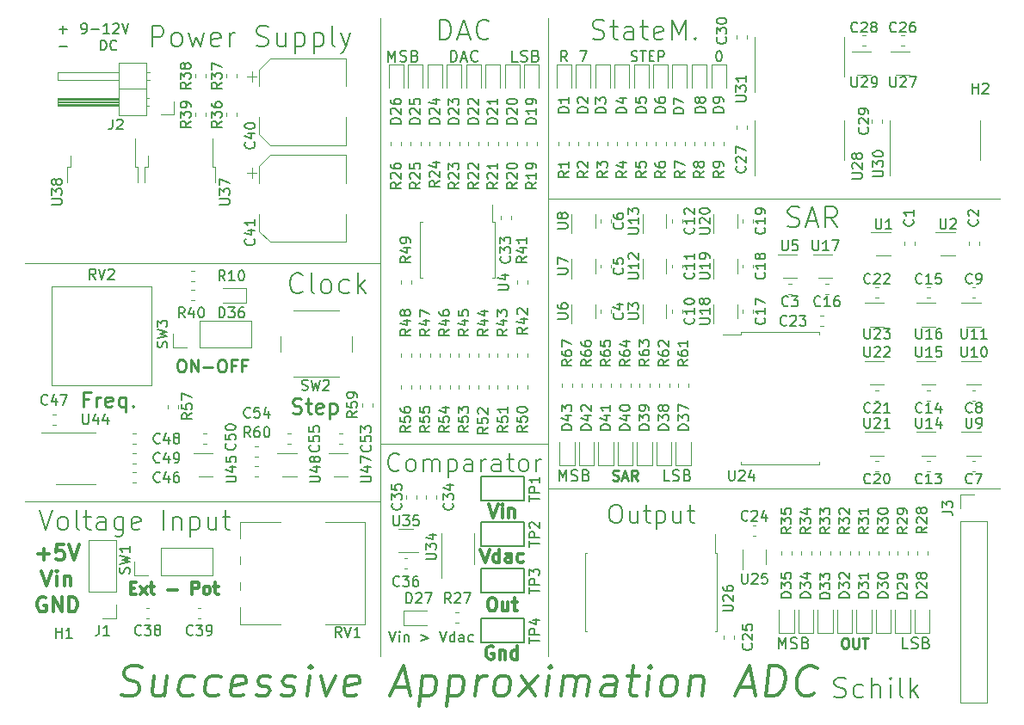
<source format=gbr>
G04 #@! TF.GenerationSoftware,KiCad,Pcbnew,(5.1.5)-3*
G04 #@! TF.CreationDate,2020-08-26T15:35:28+02:00*
G04 #@! TF.ProjectId,SA-ADC,53412d41-4443-42e6-9b69-6361645f7063,v0.3*
G04 #@! TF.SameCoordinates,Original*
G04 #@! TF.FileFunction,Legend,Top*
G04 #@! TF.FilePolarity,Positive*
%FSLAX46Y46*%
G04 Gerber Fmt 4.6, Leading zero omitted, Abs format (unit mm)*
G04 Created by KiCad (PCBNEW (5.1.5)-3) date 2020-08-26 15:35:28*
%MOMM*%
%LPD*%
G04 APERTURE LIST*
%ADD10C,0.300000*%
%ADD11C,0.150000*%
%ADD12C,0.200000*%
%ADD13C,0.120000*%
%ADD14C,0.250000*%
G04 APERTURE END LIST*
D10*
X140709286Y-108887500D02*
X140585477Y-108825595D01*
X140399762Y-108825595D01*
X140214048Y-108887500D01*
X140090239Y-109011309D01*
X140028334Y-109135119D01*
X139966429Y-109382738D01*
X139966429Y-109568452D01*
X140028334Y-109816071D01*
X140090239Y-109939880D01*
X140214048Y-110063690D01*
X140399762Y-110125595D01*
X140523572Y-110125595D01*
X140709286Y-110063690D01*
X140771191Y-110001785D01*
X140771191Y-109568452D01*
X140523572Y-109568452D01*
X141328334Y-109258928D02*
X141328334Y-110125595D01*
X141328334Y-109382738D02*
X141390239Y-109320833D01*
X141514048Y-109258928D01*
X141699762Y-109258928D01*
X141823572Y-109320833D01*
X141885477Y-109444642D01*
X141885477Y-110125595D01*
X143061667Y-110125595D02*
X143061667Y-108825595D01*
X143061667Y-110063690D02*
X142937858Y-110125595D01*
X142690239Y-110125595D01*
X142566429Y-110063690D01*
X142504524Y-110001785D01*
X142442620Y-109877976D01*
X142442620Y-109506547D01*
X142504524Y-109382738D01*
X142566429Y-109320833D01*
X142690239Y-109258928D01*
X142937858Y-109258928D01*
X143061667Y-109320833D01*
D11*
X136485476Y-51297619D02*
X136485476Y-50197619D01*
X136747380Y-50197619D01*
X136904523Y-50250000D01*
X137009285Y-50354761D01*
X137061666Y-50459523D01*
X137114047Y-50669047D01*
X137114047Y-50826190D01*
X137061666Y-51035714D01*
X137009285Y-51140476D01*
X136904523Y-51245238D01*
X136747380Y-51297619D01*
X136485476Y-51297619D01*
X137533095Y-50983333D02*
X138056904Y-50983333D01*
X137428333Y-51297619D02*
X137795000Y-50197619D01*
X138161666Y-51297619D01*
X139156904Y-51192857D02*
X139104523Y-51245238D01*
X138947380Y-51297619D01*
X138842619Y-51297619D01*
X138685476Y-51245238D01*
X138580714Y-51140476D01*
X138528333Y-51035714D01*
X138475952Y-50826190D01*
X138475952Y-50669047D01*
X138528333Y-50459523D01*
X138580714Y-50354761D01*
X138685476Y-50250000D01*
X138842619Y-50197619D01*
X138947380Y-50197619D01*
X139104523Y-50250000D01*
X139156904Y-50302380D01*
X130322023Y-51297619D02*
X130322023Y-50197619D01*
X130688690Y-50983333D01*
X131055357Y-50197619D01*
X131055357Y-51297619D01*
X131526785Y-51245238D02*
X131683928Y-51297619D01*
X131945833Y-51297619D01*
X132050595Y-51245238D01*
X132102976Y-51192857D01*
X132155357Y-51088095D01*
X132155357Y-50983333D01*
X132102976Y-50878571D01*
X132050595Y-50826190D01*
X131945833Y-50773809D01*
X131736309Y-50721428D01*
X131631547Y-50669047D01*
X131579166Y-50616666D01*
X131526785Y-50511904D01*
X131526785Y-50407142D01*
X131579166Y-50302380D01*
X131631547Y-50250000D01*
X131736309Y-50197619D01*
X131998214Y-50197619D01*
X132155357Y-50250000D01*
X132993452Y-50721428D02*
X133150595Y-50773809D01*
X133202976Y-50826190D01*
X133255357Y-50930952D01*
X133255357Y-51088095D01*
X133202976Y-51192857D01*
X133150595Y-51245238D01*
X133045833Y-51297619D01*
X132626785Y-51297619D01*
X132626785Y-50197619D01*
X132993452Y-50197619D01*
X133098214Y-50250000D01*
X133150595Y-50302380D01*
X133202976Y-50407142D01*
X133202976Y-50511904D01*
X133150595Y-50616666D01*
X133098214Y-50669047D01*
X132993452Y-50721428D01*
X132626785Y-50721428D01*
X143094166Y-51297619D02*
X142570357Y-51297619D01*
X142570357Y-50197619D01*
X143408452Y-51245238D02*
X143565595Y-51297619D01*
X143827500Y-51297619D01*
X143932261Y-51245238D01*
X143984642Y-51192857D01*
X144037023Y-51088095D01*
X144037023Y-50983333D01*
X143984642Y-50878571D01*
X143932261Y-50826190D01*
X143827500Y-50773809D01*
X143617976Y-50721428D01*
X143513214Y-50669047D01*
X143460833Y-50616666D01*
X143408452Y-50511904D01*
X143408452Y-50407142D01*
X143460833Y-50302380D01*
X143513214Y-50250000D01*
X143617976Y-50197619D01*
X143879880Y-50197619D01*
X144037023Y-50250000D01*
X144875119Y-50721428D02*
X145032261Y-50773809D01*
X145084642Y-50826190D01*
X145137023Y-50930952D01*
X145137023Y-51088095D01*
X145084642Y-51192857D01*
X145032261Y-51245238D01*
X144927500Y-51297619D01*
X144508452Y-51297619D01*
X144508452Y-50197619D01*
X144875119Y-50197619D01*
X144979880Y-50250000D01*
X145032261Y-50302380D01*
X145084642Y-50407142D01*
X145084642Y-50511904D01*
X145032261Y-50616666D01*
X144979880Y-50669047D01*
X144875119Y-50721428D01*
X144508452Y-50721428D01*
D12*
X174232143Y-113839523D02*
X174517858Y-113934761D01*
X174994048Y-113934761D01*
X175184524Y-113839523D01*
X175279762Y-113744285D01*
X175375001Y-113553809D01*
X175375001Y-113363333D01*
X175279762Y-113172857D01*
X175184524Y-113077619D01*
X174994048Y-112982380D01*
X174613096Y-112887142D01*
X174422620Y-112791904D01*
X174327381Y-112696666D01*
X174232143Y-112506190D01*
X174232143Y-112315714D01*
X174327381Y-112125238D01*
X174422620Y-112030000D01*
X174613096Y-111934761D01*
X175089286Y-111934761D01*
X175375001Y-112030000D01*
X177089286Y-113839523D02*
X176898810Y-113934761D01*
X176517858Y-113934761D01*
X176327381Y-113839523D01*
X176232143Y-113744285D01*
X176136905Y-113553809D01*
X176136905Y-112982380D01*
X176232143Y-112791904D01*
X176327381Y-112696666D01*
X176517858Y-112601428D01*
X176898810Y-112601428D01*
X177089286Y-112696666D01*
X177946429Y-113934761D02*
X177946429Y-111934761D01*
X178803572Y-113934761D02*
X178803572Y-112887142D01*
X178708334Y-112696666D01*
X178517858Y-112601428D01*
X178232143Y-112601428D01*
X178041667Y-112696666D01*
X177946429Y-112791904D01*
X179755953Y-113934761D02*
X179755953Y-112601428D01*
X179755953Y-111934761D02*
X179660715Y-112030000D01*
X179755953Y-112125238D01*
X179851191Y-112030000D01*
X179755953Y-111934761D01*
X179755953Y-112125238D01*
X180994048Y-113934761D02*
X180803572Y-113839523D01*
X180708334Y-113649047D01*
X180708334Y-111934761D01*
X181755953Y-113934761D02*
X181755953Y-111934761D01*
X181946429Y-113172857D02*
X182517858Y-113934761D01*
X182517858Y-112601428D02*
X181755953Y-113363333D01*
D13*
X166370000Y-93345000D02*
X190500000Y-93345000D01*
X146050000Y-93345000D02*
X166370000Y-93345000D01*
D12*
X150479761Y-49069523D02*
X150765476Y-49164761D01*
X151241666Y-49164761D01*
X151432142Y-49069523D01*
X151527380Y-48974285D01*
X151622619Y-48783809D01*
X151622619Y-48593333D01*
X151527380Y-48402857D01*
X151432142Y-48307619D01*
X151241666Y-48212380D01*
X150860714Y-48117142D01*
X150670238Y-48021904D01*
X150575000Y-47926666D01*
X150479761Y-47736190D01*
X150479761Y-47545714D01*
X150575000Y-47355238D01*
X150670238Y-47260000D01*
X150860714Y-47164761D01*
X151336904Y-47164761D01*
X151622619Y-47260000D01*
X152194047Y-47831428D02*
X152955952Y-47831428D01*
X152479761Y-47164761D02*
X152479761Y-48879047D01*
X152575000Y-49069523D01*
X152765476Y-49164761D01*
X152955952Y-49164761D01*
X154479761Y-49164761D02*
X154479761Y-48117142D01*
X154384523Y-47926666D01*
X154194047Y-47831428D01*
X153813095Y-47831428D01*
X153622619Y-47926666D01*
X154479761Y-49069523D02*
X154289285Y-49164761D01*
X153813095Y-49164761D01*
X153622619Y-49069523D01*
X153527380Y-48879047D01*
X153527380Y-48688571D01*
X153622619Y-48498095D01*
X153813095Y-48402857D01*
X154289285Y-48402857D01*
X154479761Y-48307619D01*
X155146428Y-47831428D02*
X155908333Y-47831428D01*
X155432142Y-47164761D02*
X155432142Y-48879047D01*
X155527380Y-49069523D01*
X155717857Y-49164761D01*
X155908333Y-49164761D01*
X157336904Y-49069523D02*
X157146428Y-49164761D01*
X156765476Y-49164761D01*
X156575000Y-49069523D01*
X156479761Y-48879047D01*
X156479761Y-48117142D01*
X156575000Y-47926666D01*
X156765476Y-47831428D01*
X157146428Y-47831428D01*
X157336904Y-47926666D01*
X157432142Y-48117142D01*
X157432142Y-48307619D01*
X156479761Y-48498095D01*
X158289285Y-49164761D02*
X158289285Y-47164761D01*
X158955952Y-48593333D01*
X159622619Y-47164761D01*
X159622619Y-49164761D01*
X160575000Y-48974285D02*
X160670238Y-49069523D01*
X160575000Y-49164761D01*
X160479761Y-49069523D01*
X160575000Y-48974285D01*
X160575000Y-49164761D01*
D13*
X189865000Y-64770000D02*
X190500000Y-64770000D01*
X146050000Y-64770000D02*
X189865000Y-64770000D01*
D12*
X169656428Y-67484523D02*
X169942142Y-67579761D01*
X170418333Y-67579761D01*
X170608809Y-67484523D01*
X170704047Y-67389285D01*
X170799285Y-67198809D01*
X170799285Y-67008333D01*
X170704047Y-66817857D01*
X170608809Y-66722619D01*
X170418333Y-66627380D01*
X170037380Y-66532142D01*
X169846904Y-66436904D01*
X169751666Y-66341666D01*
X169656428Y-66151190D01*
X169656428Y-65960714D01*
X169751666Y-65770238D01*
X169846904Y-65675000D01*
X170037380Y-65579761D01*
X170513571Y-65579761D01*
X170799285Y-65675000D01*
X171561190Y-67008333D02*
X172513571Y-67008333D01*
X171370714Y-67579761D02*
X172037380Y-65579761D01*
X172704047Y-67579761D01*
X174513571Y-67579761D02*
X173846904Y-66627380D01*
X173370714Y-67579761D02*
X173370714Y-65579761D01*
X174132619Y-65579761D01*
X174323095Y-65675000D01*
X174418333Y-65770238D01*
X174513571Y-65960714D01*
X174513571Y-66246428D01*
X174418333Y-66436904D01*
X174323095Y-66532142D01*
X174132619Y-66627380D01*
X173370714Y-66627380D01*
D11*
X147149523Y-92572619D02*
X147149523Y-91472619D01*
X147516190Y-92258333D01*
X147882857Y-91472619D01*
X147882857Y-92572619D01*
X148354285Y-92520238D02*
X148511428Y-92572619D01*
X148773333Y-92572619D01*
X148878095Y-92520238D01*
X148930476Y-92467857D01*
X148982857Y-92363095D01*
X148982857Y-92258333D01*
X148930476Y-92153571D01*
X148878095Y-92101190D01*
X148773333Y-92048809D01*
X148563809Y-91996428D01*
X148459047Y-91944047D01*
X148406666Y-91891666D01*
X148354285Y-91786904D01*
X148354285Y-91682142D01*
X148406666Y-91577380D01*
X148459047Y-91525000D01*
X148563809Y-91472619D01*
X148825714Y-91472619D01*
X148982857Y-91525000D01*
X149820952Y-91996428D02*
X149978095Y-92048809D01*
X150030476Y-92101190D01*
X150082857Y-92205952D01*
X150082857Y-92363095D01*
X150030476Y-92467857D01*
X149978095Y-92520238D01*
X149873333Y-92572619D01*
X149454285Y-92572619D01*
X149454285Y-91472619D01*
X149820952Y-91472619D01*
X149925714Y-91525000D01*
X149978095Y-91577380D01*
X150030476Y-91682142D01*
X150030476Y-91786904D01*
X149978095Y-91891666D01*
X149925714Y-91944047D01*
X149820952Y-91996428D01*
X149454285Y-91996428D01*
X158016666Y-92572619D02*
X157492857Y-92572619D01*
X157492857Y-91472619D01*
X158330952Y-92520238D02*
X158488095Y-92572619D01*
X158750000Y-92572619D01*
X158854761Y-92520238D01*
X158907142Y-92467857D01*
X158959523Y-92363095D01*
X158959523Y-92258333D01*
X158907142Y-92153571D01*
X158854761Y-92101190D01*
X158750000Y-92048809D01*
X158540476Y-91996428D01*
X158435714Y-91944047D01*
X158383333Y-91891666D01*
X158330952Y-91786904D01*
X158330952Y-91682142D01*
X158383333Y-91577380D01*
X158435714Y-91525000D01*
X158540476Y-91472619D01*
X158802380Y-91472619D01*
X158959523Y-91525000D01*
X159797619Y-91996428D02*
X159954761Y-92048809D01*
X160007142Y-92101190D01*
X160059523Y-92205952D01*
X160059523Y-92363095D01*
X160007142Y-92467857D01*
X159954761Y-92520238D01*
X159850000Y-92572619D01*
X159430952Y-92572619D01*
X159430952Y-91472619D01*
X159797619Y-91472619D01*
X159902380Y-91525000D01*
X159954761Y-91577380D01*
X160007142Y-91682142D01*
X160007142Y-91786904D01*
X159954761Y-91891666D01*
X159902380Y-91944047D01*
X159797619Y-91996428D01*
X159430952Y-91996428D01*
D14*
X152455714Y-92479761D02*
X152598571Y-92527380D01*
X152836666Y-92527380D01*
X152931904Y-92479761D01*
X152979523Y-92432142D01*
X153027142Y-92336904D01*
X153027142Y-92241666D01*
X152979523Y-92146428D01*
X152931904Y-92098809D01*
X152836666Y-92051190D01*
X152646190Y-92003571D01*
X152550952Y-91955952D01*
X152503333Y-91908333D01*
X152455714Y-91813095D01*
X152455714Y-91717857D01*
X152503333Y-91622619D01*
X152550952Y-91575000D01*
X152646190Y-91527380D01*
X152884285Y-91527380D01*
X153027142Y-91575000D01*
X153408095Y-92241666D02*
X153884285Y-92241666D01*
X153312857Y-92527380D02*
X153646190Y-91527380D01*
X153979523Y-92527380D01*
X154884285Y-92527380D02*
X154550952Y-92051190D01*
X154312857Y-92527380D02*
X154312857Y-91527380D01*
X154693809Y-91527380D01*
X154789047Y-91575000D01*
X154836666Y-91622619D01*
X154884285Y-91717857D01*
X154884285Y-91860714D01*
X154836666Y-91955952D01*
X154789047Y-92003571D01*
X154693809Y-92051190D01*
X154312857Y-92051190D01*
D13*
X129540000Y-88900000D02*
X146050000Y-88900000D01*
X146050000Y-90170000D02*
X146050000Y-109855000D01*
X146050000Y-46990000D02*
X146050000Y-90170000D01*
D12*
X152567142Y-94899285D02*
X152910000Y-94899285D01*
X153081428Y-94985000D01*
X153252857Y-95156428D01*
X153338571Y-95499285D01*
X153338571Y-96099285D01*
X153252857Y-96442142D01*
X153081428Y-96613571D01*
X152910000Y-96699285D01*
X152567142Y-96699285D01*
X152395714Y-96613571D01*
X152224285Y-96442142D01*
X152138571Y-96099285D01*
X152138571Y-95499285D01*
X152224285Y-95156428D01*
X152395714Y-94985000D01*
X152567142Y-94899285D01*
X154881428Y-95499285D02*
X154881428Y-96699285D01*
X154110000Y-95499285D02*
X154110000Y-96442142D01*
X154195714Y-96613571D01*
X154367142Y-96699285D01*
X154624285Y-96699285D01*
X154795714Y-96613571D01*
X154881428Y-96527857D01*
X155481428Y-95499285D02*
X156167142Y-95499285D01*
X155738571Y-94899285D02*
X155738571Y-96442142D01*
X155824285Y-96613571D01*
X155995714Y-96699285D01*
X156167142Y-96699285D01*
X156767142Y-95499285D02*
X156767142Y-97299285D01*
X156767142Y-95585000D02*
X156938571Y-95499285D01*
X157281428Y-95499285D01*
X157452857Y-95585000D01*
X157538571Y-95670714D01*
X157624285Y-95842142D01*
X157624285Y-96356428D01*
X157538571Y-96527857D01*
X157452857Y-96613571D01*
X157281428Y-96699285D01*
X156938571Y-96699285D01*
X156767142Y-96613571D01*
X159167142Y-95499285D02*
X159167142Y-96699285D01*
X158395714Y-95499285D02*
X158395714Y-96442142D01*
X158481428Y-96613571D01*
X158652857Y-96699285D01*
X158910000Y-96699285D01*
X159081428Y-96613571D01*
X159167142Y-96527857D01*
X159767142Y-95499285D02*
X160452857Y-95499285D01*
X160024285Y-94899285D02*
X160024285Y-96442142D01*
X160110000Y-96613571D01*
X160281428Y-96699285D01*
X160452857Y-96699285D01*
D11*
X154273452Y-51204761D02*
X154416309Y-51252380D01*
X154654404Y-51252380D01*
X154749642Y-51204761D01*
X154797261Y-51157142D01*
X154844880Y-51061904D01*
X154844880Y-50966666D01*
X154797261Y-50871428D01*
X154749642Y-50823809D01*
X154654404Y-50776190D01*
X154463928Y-50728571D01*
X154368690Y-50680952D01*
X154321071Y-50633333D01*
X154273452Y-50538095D01*
X154273452Y-50442857D01*
X154321071Y-50347619D01*
X154368690Y-50300000D01*
X154463928Y-50252380D01*
X154702023Y-50252380D01*
X154844880Y-50300000D01*
X155130595Y-50252380D02*
X155702023Y-50252380D01*
X155416309Y-51252380D02*
X155416309Y-50252380D01*
X156035357Y-50728571D02*
X156368690Y-50728571D01*
X156511547Y-51252380D02*
X156035357Y-51252380D01*
X156035357Y-50252380D01*
X156511547Y-50252380D01*
X156940119Y-51252380D02*
X156940119Y-50252380D01*
X157321071Y-50252380D01*
X157416309Y-50300000D01*
X157463928Y-50347619D01*
X157511547Y-50442857D01*
X157511547Y-50585714D01*
X157463928Y-50680952D01*
X157416309Y-50728571D01*
X157321071Y-50776190D01*
X156940119Y-50776190D01*
X149209166Y-50252380D02*
X149875833Y-50252380D01*
X149447261Y-51252380D01*
X162925119Y-50252380D02*
X162829880Y-50252380D01*
X162734642Y-50300000D01*
X162687023Y-50347619D01*
X162639404Y-50442857D01*
X162591785Y-50633333D01*
X162591785Y-50871428D01*
X162639404Y-51061904D01*
X162687023Y-51157142D01*
X162734642Y-51204761D01*
X162829880Y-51252380D01*
X162925119Y-51252380D01*
X163020357Y-51204761D01*
X163067976Y-51157142D01*
X163115595Y-51061904D01*
X163163214Y-50871428D01*
X163163214Y-50633333D01*
X163115595Y-50442857D01*
X163067976Y-50347619D01*
X163020357Y-50300000D01*
X162925119Y-50252380D01*
X147947023Y-51252380D02*
X147613690Y-50776190D01*
X147375595Y-51252380D02*
X147375595Y-50252380D01*
X147756547Y-50252380D01*
X147851785Y-50300000D01*
X147899404Y-50347619D01*
X147947023Y-50442857D01*
X147947023Y-50585714D01*
X147899404Y-50680952D01*
X147851785Y-50728571D01*
X147756547Y-50776190D01*
X147375595Y-50776190D01*
D13*
X129540000Y-71120000D02*
X129540000Y-46990000D01*
X129540000Y-71120000D02*
X94615000Y-71120000D01*
X129540000Y-86995000D02*
X129540000Y-71120000D01*
X129540000Y-94615000D02*
X129540000Y-86995000D01*
X109855000Y-94615000D02*
X94615000Y-94615000D01*
X129540000Y-94615000D02*
X108585000Y-94615000D01*
X129540000Y-109855000D02*
X129540000Y-94615000D01*
D11*
X181511666Y-109082619D02*
X180987857Y-109082619D01*
X180987857Y-107982619D01*
X181825952Y-109030238D02*
X181983095Y-109082619D01*
X182245000Y-109082619D01*
X182349761Y-109030238D01*
X182402142Y-108977857D01*
X182454523Y-108873095D01*
X182454523Y-108768333D01*
X182402142Y-108663571D01*
X182349761Y-108611190D01*
X182245000Y-108558809D01*
X182035476Y-108506428D01*
X181930714Y-108454047D01*
X181878333Y-108401666D01*
X181825952Y-108296904D01*
X181825952Y-108192142D01*
X181878333Y-108087380D01*
X181930714Y-108035000D01*
X182035476Y-107982619D01*
X182297380Y-107982619D01*
X182454523Y-108035000D01*
X183292619Y-108506428D02*
X183449761Y-108558809D01*
X183502142Y-108611190D01*
X183554523Y-108715952D01*
X183554523Y-108873095D01*
X183502142Y-108977857D01*
X183449761Y-109030238D01*
X183345000Y-109082619D01*
X182925952Y-109082619D01*
X182925952Y-107982619D01*
X183292619Y-107982619D01*
X183397380Y-108035000D01*
X183449761Y-108087380D01*
X183502142Y-108192142D01*
X183502142Y-108296904D01*
X183449761Y-108401666D01*
X183397380Y-108454047D01*
X183292619Y-108506428D01*
X182925952Y-108506428D01*
X168739523Y-109082619D02*
X168739523Y-107982619D01*
X169106190Y-108768333D01*
X169472857Y-107982619D01*
X169472857Y-109082619D01*
X169944285Y-109030238D02*
X170101428Y-109082619D01*
X170363333Y-109082619D01*
X170468095Y-109030238D01*
X170520476Y-108977857D01*
X170572857Y-108873095D01*
X170572857Y-108768333D01*
X170520476Y-108663571D01*
X170468095Y-108611190D01*
X170363333Y-108558809D01*
X170153809Y-108506428D01*
X170049047Y-108454047D01*
X169996666Y-108401666D01*
X169944285Y-108296904D01*
X169944285Y-108192142D01*
X169996666Y-108087380D01*
X170049047Y-108035000D01*
X170153809Y-107982619D01*
X170415714Y-107982619D01*
X170572857Y-108035000D01*
X171410952Y-108506428D02*
X171568095Y-108558809D01*
X171620476Y-108611190D01*
X171672857Y-108715952D01*
X171672857Y-108873095D01*
X171620476Y-108977857D01*
X171568095Y-109030238D01*
X171463333Y-109082619D01*
X171044285Y-109082619D01*
X171044285Y-107982619D01*
X171410952Y-107982619D01*
X171515714Y-108035000D01*
X171568095Y-108087380D01*
X171620476Y-108192142D01*
X171620476Y-108296904D01*
X171568095Y-108401666D01*
X171515714Y-108454047D01*
X171410952Y-108506428D01*
X171044285Y-108506428D01*
D14*
X175212500Y-108037380D02*
X175402976Y-108037380D01*
X175498214Y-108085000D01*
X175593452Y-108180238D01*
X175641071Y-108370714D01*
X175641071Y-108704047D01*
X175593452Y-108894523D01*
X175498214Y-108989761D01*
X175402976Y-109037380D01*
X175212500Y-109037380D01*
X175117261Y-108989761D01*
X175022023Y-108894523D01*
X174974404Y-108704047D01*
X174974404Y-108370714D01*
X175022023Y-108180238D01*
X175117261Y-108085000D01*
X175212500Y-108037380D01*
X176069642Y-108037380D02*
X176069642Y-108846904D01*
X176117261Y-108942142D01*
X176164880Y-108989761D01*
X176260119Y-109037380D01*
X176450595Y-109037380D01*
X176545833Y-108989761D01*
X176593452Y-108942142D01*
X176641071Y-108846904D01*
X176641071Y-108037380D01*
X176974404Y-108037380D02*
X177545833Y-108037380D01*
X177260119Y-109037380D02*
X177260119Y-108037380D01*
D11*
X130453333Y-107402380D02*
X130786666Y-108402380D01*
X131120000Y-107402380D01*
X131453333Y-108402380D02*
X131453333Y-107735714D01*
X131453333Y-107402380D02*
X131405714Y-107450000D01*
X131453333Y-107497619D01*
X131500952Y-107450000D01*
X131453333Y-107402380D01*
X131453333Y-107497619D01*
X131929523Y-107735714D02*
X131929523Y-108402380D01*
X131929523Y-107830952D02*
X131977142Y-107783333D01*
X132072380Y-107735714D01*
X132215238Y-107735714D01*
X132310476Y-107783333D01*
X132358095Y-107878571D01*
X132358095Y-108402380D01*
X133596190Y-107735714D02*
X134358095Y-108021428D01*
X133596190Y-108307142D01*
X135453333Y-107402380D02*
X135786666Y-108402380D01*
X136120000Y-107402380D01*
X136881904Y-108402380D02*
X136881904Y-107402380D01*
X136881904Y-108354761D02*
X136786666Y-108402380D01*
X136596190Y-108402380D01*
X136500952Y-108354761D01*
X136453333Y-108307142D01*
X136405714Y-108211904D01*
X136405714Y-107926190D01*
X136453333Y-107830952D01*
X136500952Y-107783333D01*
X136596190Y-107735714D01*
X136786666Y-107735714D01*
X136881904Y-107783333D01*
X137786666Y-108402380D02*
X137786666Y-107878571D01*
X137739047Y-107783333D01*
X137643809Y-107735714D01*
X137453333Y-107735714D01*
X137358095Y-107783333D01*
X137786666Y-108354761D02*
X137691428Y-108402380D01*
X137453333Y-108402380D01*
X137358095Y-108354761D01*
X137310476Y-108259523D01*
X137310476Y-108164285D01*
X137358095Y-108069047D01*
X137453333Y-108021428D01*
X137691428Y-108021428D01*
X137786666Y-107973809D01*
X138691428Y-108354761D02*
X138596190Y-108402380D01*
X138405714Y-108402380D01*
X138310476Y-108354761D01*
X138262857Y-108307142D01*
X138215238Y-108211904D01*
X138215238Y-107926190D01*
X138262857Y-107830952D01*
X138310476Y-107783333D01*
X138405714Y-107735714D01*
X138596190Y-107735714D01*
X138691428Y-107783333D01*
D12*
X131452142Y-91447857D02*
X131366428Y-91533571D01*
X131109285Y-91619285D01*
X130937857Y-91619285D01*
X130680714Y-91533571D01*
X130509285Y-91362142D01*
X130423571Y-91190714D01*
X130337857Y-90847857D01*
X130337857Y-90590714D01*
X130423571Y-90247857D01*
X130509285Y-90076428D01*
X130680714Y-89905000D01*
X130937857Y-89819285D01*
X131109285Y-89819285D01*
X131366428Y-89905000D01*
X131452142Y-89990714D01*
X132480714Y-91619285D02*
X132309285Y-91533571D01*
X132223571Y-91447857D01*
X132137857Y-91276428D01*
X132137857Y-90762142D01*
X132223571Y-90590714D01*
X132309285Y-90505000D01*
X132480714Y-90419285D01*
X132737857Y-90419285D01*
X132909285Y-90505000D01*
X132995000Y-90590714D01*
X133080714Y-90762142D01*
X133080714Y-91276428D01*
X132995000Y-91447857D01*
X132909285Y-91533571D01*
X132737857Y-91619285D01*
X132480714Y-91619285D01*
X133852142Y-91619285D02*
X133852142Y-90419285D01*
X133852142Y-90590714D02*
X133937857Y-90505000D01*
X134109285Y-90419285D01*
X134366428Y-90419285D01*
X134537857Y-90505000D01*
X134623571Y-90676428D01*
X134623571Y-91619285D01*
X134623571Y-90676428D02*
X134709285Y-90505000D01*
X134880714Y-90419285D01*
X135137857Y-90419285D01*
X135309285Y-90505000D01*
X135395000Y-90676428D01*
X135395000Y-91619285D01*
X136252142Y-90419285D02*
X136252142Y-92219285D01*
X136252142Y-90505000D02*
X136423571Y-90419285D01*
X136766428Y-90419285D01*
X136937857Y-90505000D01*
X137023571Y-90590714D01*
X137109285Y-90762142D01*
X137109285Y-91276428D01*
X137023571Y-91447857D01*
X136937857Y-91533571D01*
X136766428Y-91619285D01*
X136423571Y-91619285D01*
X136252142Y-91533571D01*
X138652142Y-91619285D02*
X138652142Y-90676428D01*
X138566428Y-90505000D01*
X138395000Y-90419285D01*
X138052142Y-90419285D01*
X137880714Y-90505000D01*
X138652142Y-91533571D02*
X138480714Y-91619285D01*
X138052142Y-91619285D01*
X137880714Y-91533571D01*
X137795000Y-91362142D01*
X137795000Y-91190714D01*
X137880714Y-91019285D01*
X138052142Y-90933571D01*
X138480714Y-90933571D01*
X138652142Y-90847857D01*
X139509285Y-91619285D02*
X139509285Y-90419285D01*
X139509285Y-90762142D02*
X139595000Y-90590714D01*
X139680714Y-90505000D01*
X139852142Y-90419285D01*
X140023571Y-90419285D01*
X141395000Y-91619285D02*
X141395000Y-90676428D01*
X141309285Y-90505000D01*
X141137857Y-90419285D01*
X140795000Y-90419285D01*
X140623571Y-90505000D01*
X141395000Y-91533571D02*
X141223571Y-91619285D01*
X140795000Y-91619285D01*
X140623571Y-91533571D01*
X140537857Y-91362142D01*
X140537857Y-91190714D01*
X140623571Y-91019285D01*
X140795000Y-90933571D01*
X141223571Y-90933571D01*
X141395000Y-90847857D01*
X141995000Y-90419285D02*
X142680714Y-90419285D01*
X142252142Y-89819285D02*
X142252142Y-91362142D01*
X142337857Y-91533571D01*
X142509285Y-91619285D01*
X142680714Y-91619285D01*
X143537857Y-91619285D02*
X143366428Y-91533571D01*
X143280714Y-91447857D01*
X143195000Y-91276428D01*
X143195000Y-90762142D01*
X143280714Y-90590714D01*
X143366428Y-90505000D01*
X143537857Y-90419285D01*
X143795000Y-90419285D01*
X143966428Y-90505000D01*
X144052142Y-90590714D01*
X144137857Y-90762142D01*
X144137857Y-91276428D01*
X144052142Y-91447857D01*
X143966428Y-91533571D01*
X143795000Y-91619285D01*
X143537857Y-91619285D01*
X144909285Y-91619285D02*
X144909285Y-90419285D01*
X144909285Y-90762142D02*
X144995000Y-90590714D01*
X145080714Y-90505000D01*
X145252142Y-90419285D01*
X145423571Y-90419285D01*
D10*
X104088660Y-113609285D02*
X104499375Y-113752142D01*
X105213660Y-113752142D01*
X105517232Y-113609285D01*
X105677946Y-113466428D01*
X105856517Y-113180714D01*
X105892232Y-112895000D01*
X105785089Y-112609285D01*
X105660089Y-112466428D01*
X105392232Y-112323571D01*
X104838660Y-112180714D01*
X104570803Y-112037857D01*
X104445803Y-111895000D01*
X104338660Y-111609285D01*
X104374375Y-111323571D01*
X104552946Y-111037857D01*
X104713660Y-110895000D01*
X105017232Y-110752142D01*
X105731517Y-110752142D01*
X106142232Y-110895000D01*
X108606517Y-111752142D02*
X108356517Y-113752142D01*
X107320803Y-111752142D02*
X107124375Y-113323571D01*
X107231517Y-113609285D01*
X107499375Y-113752142D01*
X107927946Y-113752142D01*
X108231517Y-113609285D01*
X108392232Y-113466428D01*
X111088660Y-113609285D02*
X110785089Y-113752142D01*
X110213660Y-113752142D01*
X109945803Y-113609285D01*
X109820803Y-113466428D01*
X109713660Y-113180714D01*
X109820803Y-112323571D01*
X109999375Y-112037857D01*
X110160089Y-111895000D01*
X110463660Y-111752142D01*
X111035089Y-111752142D01*
X111302946Y-111895000D01*
X113660089Y-113609285D02*
X113356517Y-113752142D01*
X112785089Y-113752142D01*
X112517232Y-113609285D01*
X112392232Y-113466428D01*
X112285089Y-113180714D01*
X112392232Y-112323571D01*
X112570803Y-112037857D01*
X112731517Y-111895000D01*
X113035089Y-111752142D01*
X113606517Y-111752142D01*
X113874375Y-111895000D01*
X116088660Y-113609285D02*
X115785089Y-113752142D01*
X115213660Y-113752142D01*
X114945803Y-113609285D01*
X114838660Y-113323571D01*
X114981517Y-112180714D01*
X115160089Y-111895000D01*
X115463660Y-111752142D01*
X116035089Y-111752142D01*
X116302946Y-111895000D01*
X116410089Y-112180714D01*
X116374375Y-112466428D01*
X114910089Y-112752142D01*
X117374374Y-113609285D02*
X117642232Y-113752142D01*
X118213660Y-113752142D01*
X118517232Y-113609285D01*
X118695803Y-113323571D01*
X118713660Y-113180714D01*
X118606517Y-112895000D01*
X118338660Y-112752142D01*
X117910089Y-112752142D01*
X117642232Y-112609285D01*
X117535089Y-112323571D01*
X117552946Y-112180714D01*
X117731517Y-111895000D01*
X118035089Y-111752142D01*
X118463660Y-111752142D01*
X118731517Y-111895000D01*
X119802946Y-113609285D02*
X120070803Y-113752142D01*
X120642232Y-113752142D01*
X120945803Y-113609285D01*
X121124375Y-113323571D01*
X121142232Y-113180714D01*
X121035089Y-112895000D01*
X120767232Y-112752142D01*
X120338660Y-112752142D01*
X120070803Y-112609285D01*
X119963660Y-112323571D01*
X119981517Y-112180714D01*
X120160089Y-111895000D01*
X120463660Y-111752142D01*
X120892232Y-111752142D01*
X121160089Y-111895000D01*
X122356517Y-113752142D02*
X122606517Y-111752142D01*
X122731517Y-110752142D02*
X122570803Y-110895000D01*
X122695803Y-111037857D01*
X122856517Y-110895000D01*
X122731517Y-110752142D01*
X122695803Y-111037857D01*
X123749375Y-111752142D02*
X124213660Y-113752142D01*
X125177946Y-111752142D01*
X127231517Y-113609285D02*
X126927946Y-113752142D01*
X126356517Y-113752142D01*
X126088660Y-113609285D01*
X125981517Y-113323571D01*
X126124375Y-112180714D01*
X126302946Y-111895000D01*
X126606517Y-111752142D01*
X127177946Y-111752142D01*
X127445803Y-111895000D01*
X127552946Y-112180714D01*
X127517232Y-112466428D01*
X126052946Y-112752142D01*
X130892232Y-112895000D02*
X132320803Y-112895000D01*
X130499375Y-113752142D02*
X131874375Y-110752142D01*
X132499375Y-113752142D01*
X133749375Y-111752142D02*
X133374375Y-114752142D01*
X133731517Y-111895000D02*
X134035089Y-111752142D01*
X134606517Y-111752142D01*
X134874375Y-111895000D01*
X134999375Y-112037857D01*
X135106517Y-112323571D01*
X134999375Y-113180714D01*
X134820803Y-113466428D01*
X134660089Y-113609285D01*
X134356517Y-113752142D01*
X133785089Y-113752142D01*
X133517232Y-113609285D01*
X136463660Y-111752142D02*
X136088660Y-114752142D01*
X136445803Y-111895000D02*
X136749375Y-111752142D01*
X137320803Y-111752142D01*
X137588660Y-111895000D01*
X137713660Y-112037857D01*
X137820803Y-112323571D01*
X137713660Y-113180714D01*
X137535089Y-113466428D01*
X137374375Y-113609285D01*
X137070803Y-113752142D01*
X136499375Y-113752142D01*
X136231517Y-113609285D01*
X138927946Y-113752142D02*
X139177946Y-111752142D01*
X139106517Y-112323571D02*
X139285089Y-112037857D01*
X139445803Y-111895000D01*
X139749375Y-111752142D01*
X140035089Y-111752142D01*
X141213660Y-113752142D02*
X140945803Y-113609285D01*
X140820803Y-113466428D01*
X140713660Y-113180714D01*
X140820803Y-112323571D01*
X140999375Y-112037857D01*
X141160089Y-111895000D01*
X141463660Y-111752142D01*
X141892232Y-111752142D01*
X142160089Y-111895000D01*
X142285089Y-112037857D01*
X142392232Y-112323571D01*
X142285089Y-113180714D01*
X142106517Y-113466428D01*
X141945803Y-113609285D01*
X141642232Y-113752142D01*
X141213660Y-113752142D01*
X143213660Y-113752142D02*
X145035089Y-111752142D01*
X143463660Y-111752142D02*
X144785089Y-113752142D01*
X145927946Y-113752142D02*
X146177946Y-111752142D01*
X146302946Y-110752142D02*
X146142232Y-110895000D01*
X146267232Y-111037857D01*
X146427946Y-110895000D01*
X146302946Y-110752142D01*
X146267232Y-111037857D01*
X147356517Y-113752142D02*
X147606517Y-111752142D01*
X147570803Y-112037857D02*
X147731517Y-111895000D01*
X148035089Y-111752142D01*
X148463660Y-111752142D01*
X148731517Y-111895000D01*
X148838660Y-112180714D01*
X148642232Y-113752142D01*
X148838660Y-112180714D02*
X149017232Y-111895000D01*
X149320803Y-111752142D01*
X149749375Y-111752142D01*
X150017232Y-111895000D01*
X150124375Y-112180714D01*
X149927946Y-113752142D01*
X152642232Y-113752142D02*
X152838660Y-112180714D01*
X152731517Y-111895000D01*
X152463660Y-111752142D01*
X151892232Y-111752142D01*
X151588660Y-111895000D01*
X152660089Y-113609285D02*
X152356517Y-113752142D01*
X151642232Y-113752142D01*
X151374375Y-113609285D01*
X151267232Y-113323571D01*
X151302946Y-113037857D01*
X151481517Y-112752142D01*
X151785089Y-112609285D01*
X152499375Y-112609285D01*
X152802946Y-112466428D01*
X153892232Y-111752142D02*
X155035089Y-111752142D01*
X154445803Y-110752142D02*
X154124375Y-113323571D01*
X154231517Y-113609285D01*
X154499375Y-113752142D01*
X154785089Y-113752142D01*
X155785089Y-113752142D02*
X156035089Y-111752142D01*
X156160089Y-110752142D02*
X155999375Y-110895000D01*
X156124375Y-111037857D01*
X156285089Y-110895000D01*
X156160089Y-110752142D01*
X156124375Y-111037857D01*
X157642232Y-113752142D02*
X157374375Y-113609285D01*
X157249375Y-113466428D01*
X157142232Y-113180714D01*
X157249375Y-112323571D01*
X157427946Y-112037857D01*
X157588660Y-111895000D01*
X157892232Y-111752142D01*
X158320803Y-111752142D01*
X158588660Y-111895000D01*
X158713660Y-112037857D01*
X158820803Y-112323571D01*
X158713660Y-113180714D01*
X158535089Y-113466428D01*
X158374375Y-113609285D01*
X158070803Y-113752142D01*
X157642232Y-113752142D01*
X160177946Y-111752142D02*
X159927946Y-113752142D01*
X160142232Y-112037857D02*
X160302946Y-111895000D01*
X160606517Y-111752142D01*
X161035089Y-111752142D01*
X161302946Y-111895000D01*
X161410089Y-112180714D01*
X161213660Y-113752142D01*
X164892232Y-112895000D02*
X166320803Y-112895000D01*
X164499375Y-113752142D02*
X165874375Y-110752142D01*
X166499375Y-113752142D01*
X167499375Y-113752142D02*
X167874375Y-110752142D01*
X168588660Y-110752142D01*
X168999375Y-110895000D01*
X169249375Y-111180714D01*
X169356517Y-111466428D01*
X169427946Y-112037857D01*
X169374375Y-112466428D01*
X169160089Y-113037857D01*
X168981517Y-113323571D01*
X168660089Y-113609285D01*
X168213660Y-113752142D01*
X167499375Y-113752142D01*
X172249375Y-113466428D02*
X172088660Y-113609285D01*
X171642232Y-113752142D01*
X171356517Y-113752142D01*
X170945803Y-113609285D01*
X170695803Y-113323571D01*
X170588660Y-113037857D01*
X170517232Y-112466428D01*
X170570803Y-112037857D01*
X170785089Y-111466428D01*
X170963660Y-111180714D01*
X171285089Y-110895000D01*
X171731517Y-110752142D01*
X172017232Y-110752142D01*
X172427946Y-110895000D01*
X172552946Y-111037857D01*
D12*
X135414047Y-49164761D02*
X135414047Y-47164761D01*
X135890238Y-47164761D01*
X136175952Y-47260000D01*
X136366428Y-47450476D01*
X136461666Y-47640952D01*
X136556904Y-48021904D01*
X136556904Y-48307619D01*
X136461666Y-48688571D01*
X136366428Y-48879047D01*
X136175952Y-49069523D01*
X135890238Y-49164761D01*
X135414047Y-49164761D01*
X137318809Y-48593333D02*
X138271190Y-48593333D01*
X137128333Y-49164761D02*
X137795000Y-47164761D01*
X138461666Y-49164761D01*
X140271190Y-48974285D02*
X140175952Y-49069523D01*
X139890238Y-49164761D01*
X139699761Y-49164761D01*
X139414047Y-49069523D01*
X139223571Y-48879047D01*
X139128333Y-48688571D01*
X139033095Y-48307619D01*
X139033095Y-48021904D01*
X139128333Y-47640952D01*
X139223571Y-47450476D01*
X139414047Y-47260000D01*
X139699761Y-47164761D01*
X139890238Y-47164761D01*
X140175952Y-47260000D01*
X140271190Y-47355238D01*
D10*
X140461667Y-104063095D02*
X140709286Y-104063095D01*
X140833096Y-104125000D01*
X140956905Y-104248809D01*
X141018810Y-104496428D01*
X141018810Y-104929761D01*
X140956905Y-105177380D01*
X140833096Y-105301190D01*
X140709286Y-105363095D01*
X140461667Y-105363095D01*
X140337858Y-105301190D01*
X140214048Y-105177380D01*
X140152143Y-104929761D01*
X140152143Y-104496428D01*
X140214048Y-104248809D01*
X140337858Y-104125000D01*
X140461667Y-104063095D01*
X142133096Y-104496428D02*
X142133096Y-105363095D01*
X141575953Y-104496428D02*
X141575953Y-105177380D01*
X141637858Y-105301190D01*
X141761667Y-105363095D01*
X141947381Y-105363095D01*
X142071191Y-105301190D01*
X142133096Y-105239285D01*
X142566429Y-104496428D02*
X143061667Y-104496428D01*
X142752143Y-104063095D02*
X142752143Y-105177380D01*
X142814048Y-105301190D01*
X142937858Y-105363095D01*
X143061667Y-105363095D01*
X139438333Y-99300595D02*
X139871666Y-100600595D01*
X140305000Y-99300595D01*
X141295476Y-100600595D02*
X141295476Y-99300595D01*
X141295476Y-100538690D02*
X141171666Y-100600595D01*
X140924047Y-100600595D01*
X140800238Y-100538690D01*
X140738333Y-100476785D01*
X140676428Y-100352976D01*
X140676428Y-99981547D01*
X140738333Y-99857738D01*
X140800238Y-99795833D01*
X140924047Y-99733928D01*
X141171666Y-99733928D01*
X141295476Y-99795833D01*
X142471666Y-100600595D02*
X142471666Y-99919642D01*
X142409761Y-99795833D01*
X142285952Y-99733928D01*
X142038333Y-99733928D01*
X141914523Y-99795833D01*
X142471666Y-100538690D02*
X142347857Y-100600595D01*
X142038333Y-100600595D01*
X141914523Y-100538690D01*
X141852619Y-100414880D01*
X141852619Y-100291071D01*
X141914523Y-100167261D01*
X142038333Y-100105357D01*
X142347857Y-100105357D01*
X142471666Y-100043452D01*
X143647857Y-100538690D02*
X143524047Y-100600595D01*
X143276428Y-100600595D01*
X143152619Y-100538690D01*
X143090714Y-100476785D01*
X143028809Y-100352976D01*
X143028809Y-99981547D01*
X143090714Y-99857738D01*
X143152619Y-99795833D01*
X143276428Y-99733928D01*
X143524047Y-99733928D01*
X143647857Y-99795833D01*
X140274047Y-94855595D02*
X140707380Y-96155595D01*
X141140714Y-94855595D01*
X141574047Y-96155595D02*
X141574047Y-95288928D01*
X141574047Y-94855595D02*
X141512142Y-94917500D01*
X141574047Y-94979404D01*
X141635952Y-94917500D01*
X141574047Y-94855595D01*
X141574047Y-94979404D01*
X142193095Y-95288928D02*
X142193095Y-96155595D01*
X142193095Y-95412738D02*
X142255000Y-95350833D01*
X142378809Y-95288928D01*
X142564523Y-95288928D01*
X142688333Y-95350833D01*
X142750238Y-95474642D01*
X142750238Y-96155595D01*
X95861428Y-99792142D02*
X97004285Y-99792142D01*
X96432857Y-100363571D02*
X96432857Y-99220714D01*
X98432857Y-98863571D02*
X97718571Y-98863571D01*
X97647142Y-99577857D01*
X97718571Y-99506428D01*
X97861428Y-99435000D01*
X98218571Y-99435000D01*
X98361428Y-99506428D01*
X98432857Y-99577857D01*
X98504285Y-99720714D01*
X98504285Y-100077857D01*
X98432857Y-100220714D01*
X98361428Y-100292142D01*
X98218571Y-100363571D01*
X97861428Y-100363571D01*
X97718571Y-100292142D01*
X97647142Y-100220714D01*
X98932857Y-98863571D02*
X99432857Y-100363571D01*
X99932857Y-98863571D01*
X96254285Y-101413571D02*
X96754285Y-102913571D01*
X97254285Y-101413571D01*
X97754285Y-102913571D02*
X97754285Y-101913571D01*
X97754285Y-101413571D02*
X97682857Y-101485000D01*
X97754285Y-101556428D01*
X97825714Y-101485000D01*
X97754285Y-101413571D01*
X97754285Y-101556428D01*
X98468571Y-101913571D02*
X98468571Y-102913571D01*
X98468571Y-102056428D02*
X98540000Y-101985000D01*
X98682857Y-101913571D01*
X98897142Y-101913571D01*
X99040000Y-101985000D01*
X99111428Y-102127857D01*
X99111428Y-102913571D01*
X96647142Y-104035000D02*
X96504285Y-103963571D01*
X96290000Y-103963571D01*
X96075714Y-104035000D01*
X95932857Y-104177857D01*
X95861428Y-104320714D01*
X95790000Y-104606428D01*
X95790000Y-104820714D01*
X95861428Y-105106428D01*
X95932857Y-105249285D01*
X96075714Y-105392142D01*
X96290000Y-105463571D01*
X96432857Y-105463571D01*
X96647142Y-105392142D01*
X96718571Y-105320714D01*
X96718571Y-104820714D01*
X96432857Y-104820714D01*
X97361428Y-105463571D02*
X97361428Y-103963571D01*
X98218571Y-105463571D01*
X98218571Y-103963571D01*
X98932857Y-105463571D02*
X98932857Y-103963571D01*
X99290000Y-103963571D01*
X99504285Y-104035000D01*
X99647142Y-104177857D01*
X99718571Y-104320714D01*
X99790000Y-104606428D01*
X99790000Y-104820714D01*
X99718571Y-105106428D01*
X99647142Y-105249285D01*
X99504285Y-105392142D01*
X99290000Y-105463571D01*
X98932857Y-105463571D01*
D12*
X96045714Y-95424761D02*
X96679047Y-97424761D01*
X97312380Y-95424761D01*
X98217142Y-97424761D02*
X98036190Y-97329523D01*
X97945714Y-97234285D01*
X97855238Y-97043809D01*
X97855238Y-96472380D01*
X97945714Y-96281904D01*
X98036190Y-96186666D01*
X98217142Y-96091428D01*
X98488571Y-96091428D01*
X98669523Y-96186666D01*
X98760000Y-96281904D01*
X98850476Y-96472380D01*
X98850476Y-97043809D01*
X98760000Y-97234285D01*
X98669523Y-97329523D01*
X98488571Y-97424761D01*
X98217142Y-97424761D01*
X99936190Y-97424761D02*
X99755238Y-97329523D01*
X99664761Y-97139047D01*
X99664761Y-95424761D01*
X100388571Y-96091428D02*
X101112380Y-96091428D01*
X100660000Y-95424761D02*
X100660000Y-97139047D01*
X100750476Y-97329523D01*
X100931428Y-97424761D01*
X101112380Y-97424761D01*
X102560000Y-97424761D02*
X102560000Y-96377142D01*
X102469523Y-96186666D01*
X102288571Y-96091428D01*
X101926666Y-96091428D01*
X101745714Y-96186666D01*
X102560000Y-97329523D02*
X102379047Y-97424761D01*
X101926666Y-97424761D01*
X101745714Y-97329523D01*
X101655238Y-97139047D01*
X101655238Y-96948571D01*
X101745714Y-96758095D01*
X101926666Y-96662857D01*
X102379047Y-96662857D01*
X102560000Y-96567619D01*
X104279047Y-96091428D02*
X104279047Y-97710476D01*
X104188571Y-97900952D01*
X104098095Y-97996190D01*
X103917142Y-98091428D01*
X103645714Y-98091428D01*
X103464761Y-97996190D01*
X104279047Y-97329523D02*
X104098095Y-97424761D01*
X103736190Y-97424761D01*
X103555238Y-97329523D01*
X103464761Y-97234285D01*
X103374285Y-97043809D01*
X103374285Y-96472380D01*
X103464761Y-96281904D01*
X103555238Y-96186666D01*
X103736190Y-96091428D01*
X104098095Y-96091428D01*
X104279047Y-96186666D01*
X105907619Y-97329523D02*
X105726666Y-97424761D01*
X105364761Y-97424761D01*
X105183809Y-97329523D01*
X105093333Y-97139047D01*
X105093333Y-96377142D01*
X105183809Y-96186666D01*
X105364761Y-96091428D01*
X105726666Y-96091428D01*
X105907619Y-96186666D01*
X105998095Y-96377142D01*
X105998095Y-96567619D01*
X105093333Y-96758095D01*
X108260000Y-97424761D02*
X108260000Y-95424761D01*
X109164761Y-96091428D02*
X109164761Y-97424761D01*
X109164761Y-96281904D02*
X109255238Y-96186666D01*
X109436190Y-96091428D01*
X109707619Y-96091428D01*
X109888571Y-96186666D01*
X109979047Y-96377142D01*
X109979047Y-97424761D01*
X110883809Y-96091428D02*
X110883809Y-98091428D01*
X110883809Y-96186666D02*
X111064761Y-96091428D01*
X111426666Y-96091428D01*
X111607619Y-96186666D01*
X111698095Y-96281904D01*
X111788571Y-96472380D01*
X111788571Y-97043809D01*
X111698095Y-97234285D01*
X111607619Y-97329523D01*
X111426666Y-97424761D01*
X111064761Y-97424761D01*
X110883809Y-97329523D01*
X113417142Y-96091428D02*
X113417142Y-97424761D01*
X112602857Y-96091428D02*
X112602857Y-97139047D01*
X112693333Y-97329523D01*
X112874285Y-97424761D01*
X113145714Y-97424761D01*
X113326666Y-97329523D01*
X113417142Y-97234285D01*
X114050476Y-96091428D02*
X114774285Y-96091428D01*
X114321904Y-95424761D02*
X114321904Y-97139047D01*
X114412380Y-97329523D01*
X114593333Y-97424761D01*
X114774285Y-97424761D01*
D10*
X104991428Y-103101785D02*
X105391428Y-103101785D01*
X105562857Y-103730357D02*
X104991428Y-103730357D01*
X104991428Y-102530357D01*
X105562857Y-102530357D01*
X105962857Y-103730357D02*
X106591428Y-102930357D01*
X105962857Y-102930357D02*
X106591428Y-103730357D01*
X106877142Y-102930357D02*
X107334285Y-102930357D01*
X107048571Y-102530357D02*
X107048571Y-103558928D01*
X107105714Y-103673214D01*
X107220000Y-103730357D01*
X107334285Y-103730357D01*
X108648571Y-103273214D02*
X109562857Y-103273214D01*
X111048571Y-103730357D02*
X111048571Y-102530357D01*
X111505714Y-102530357D01*
X111620000Y-102587500D01*
X111677142Y-102644642D01*
X111734285Y-102758928D01*
X111734285Y-102930357D01*
X111677142Y-103044642D01*
X111620000Y-103101785D01*
X111505714Y-103158928D01*
X111048571Y-103158928D01*
X112420000Y-103730357D02*
X112305714Y-103673214D01*
X112248571Y-103616071D01*
X112191428Y-103501785D01*
X112191428Y-103158928D01*
X112248571Y-103044642D01*
X112305714Y-102987500D01*
X112420000Y-102930357D01*
X112591428Y-102930357D01*
X112705714Y-102987500D01*
X112762857Y-103044642D01*
X112820000Y-103158928D01*
X112820000Y-103501785D01*
X112762857Y-103616071D01*
X112705714Y-103673214D01*
X112591428Y-103730357D01*
X112420000Y-103730357D01*
X113162857Y-102930357D02*
X113620000Y-102930357D01*
X113334285Y-102530357D02*
X113334285Y-103558928D01*
X113391428Y-103673214D01*
X113505714Y-103730357D01*
X113620000Y-103730357D01*
D14*
X120951429Y-85867143D02*
X121165715Y-85938572D01*
X121522858Y-85938572D01*
X121665715Y-85867143D01*
X121737143Y-85795715D01*
X121808572Y-85652858D01*
X121808572Y-85510001D01*
X121737143Y-85367143D01*
X121665715Y-85295715D01*
X121522858Y-85224286D01*
X121237143Y-85152858D01*
X121094286Y-85081429D01*
X121022858Y-85010001D01*
X120951429Y-84867143D01*
X120951429Y-84724286D01*
X121022858Y-84581429D01*
X121094286Y-84510001D01*
X121237143Y-84438572D01*
X121594286Y-84438572D01*
X121808572Y-84510001D01*
X122237143Y-84938572D02*
X122808572Y-84938572D01*
X122451429Y-84438572D02*
X122451429Y-85724286D01*
X122522858Y-85867143D01*
X122665715Y-85938572D01*
X122808572Y-85938572D01*
X123880001Y-85867143D02*
X123737143Y-85938572D01*
X123451429Y-85938572D01*
X123308572Y-85867143D01*
X123237143Y-85724286D01*
X123237143Y-85152858D01*
X123308572Y-85010001D01*
X123451429Y-84938572D01*
X123737143Y-84938572D01*
X123880001Y-85010001D01*
X123951429Y-85152858D01*
X123951429Y-85295715D01*
X123237143Y-85438572D01*
X124594286Y-84938572D02*
X124594286Y-86438572D01*
X124594286Y-85010001D02*
X124737143Y-84938572D01*
X125022858Y-84938572D01*
X125165715Y-85010001D01*
X125237143Y-85081429D01*
X125308572Y-85224286D01*
X125308572Y-85652858D01*
X125237143Y-85795715D01*
X125165715Y-85867143D01*
X125022858Y-85938572D01*
X124737143Y-85938572D01*
X124594286Y-85867143D01*
D12*
X121923810Y-73909286D02*
X121828572Y-74004524D01*
X121542858Y-74099762D01*
X121352381Y-74099762D01*
X121066667Y-74004524D01*
X120876191Y-73814048D01*
X120780953Y-73623572D01*
X120685715Y-73242620D01*
X120685715Y-72956905D01*
X120780953Y-72575953D01*
X120876191Y-72385477D01*
X121066667Y-72195001D01*
X121352381Y-72099762D01*
X121542858Y-72099762D01*
X121828572Y-72195001D01*
X121923810Y-72290239D01*
X123066667Y-74099762D02*
X122876191Y-74004524D01*
X122780953Y-73814048D01*
X122780953Y-72099762D01*
X124114286Y-74099762D02*
X123923810Y-74004524D01*
X123828572Y-73909286D01*
X123733334Y-73718810D01*
X123733334Y-73147381D01*
X123828572Y-72956905D01*
X123923810Y-72861667D01*
X124114286Y-72766429D01*
X124400001Y-72766429D01*
X124590477Y-72861667D01*
X124685715Y-72956905D01*
X124780953Y-73147381D01*
X124780953Y-73718810D01*
X124685715Y-73909286D01*
X124590477Y-74004524D01*
X124400001Y-74099762D01*
X124114286Y-74099762D01*
X126495239Y-74004524D02*
X126304762Y-74099762D01*
X125923810Y-74099762D01*
X125733334Y-74004524D01*
X125638096Y-73909286D01*
X125542858Y-73718810D01*
X125542858Y-73147381D01*
X125638096Y-72956905D01*
X125733334Y-72861667D01*
X125923810Y-72766429D01*
X126304762Y-72766429D01*
X126495239Y-72861667D01*
X127352381Y-74099762D02*
X127352381Y-72099762D01*
X127542858Y-73337858D02*
X128114286Y-74099762D01*
X128114286Y-72766429D02*
X127352381Y-73528334D01*
D14*
X109887142Y-80622857D02*
X110115714Y-80622857D01*
X110230000Y-80680000D01*
X110344285Y-80794285D01*
X110401428Y-81022857D01*
X110401428Y-81422857D01*
X110344285Y-81651428D01*
X110230000Y-81765714D01*
X110115714Y-81822857D01*
X109887142Y-81822857D01*
X109772857Y-81765714D01*
X109658571Y-81651428D01*
X109601428Y-81422857D01*
X109601428Y-81022857D01*
X109658571Y-80794285D01*
X109772857Y-80680000D01*
X109887142Y-80622857D01*
X110915714Y-81822857D02*
X110915714Y-80622857D01*
X111601428Y-81822857D01*
X111601428Y-80622857D01*
X112172857Y-81365714D02*
X113087142Y-81365714D01*
X113887142Y-80622857D02*
X114115714Y-80622857D01*
X114230000Y-80680000D01*
X114344285Y-80794285D01*
X114401428Y-81022857D01*
X114401428Y-81422857D01*
X114344285Y-81651428D01*
X114230000Y-81765714D01*
X114115714Y-81822857D01*
X113887142Y-81822857D01*
X113772857Y-81765714D01*
X113658571Y-81651428D01*
X113601428Y-81422857D01*
X113601428Y-81022857D01*
X113658571Y-80794285D01*
X113772857Y-80680000D01*
X113887142Y-80622857D01*
X115315714Y-81194285D02*
X114915714Y-81194285D01*
X114915714Y-81822857D02*
X114915714Y-80622857D01*
X115487142Y-80622857D01*
X116344285Y-81194285D02*
X115944285Y-81194285D01*
X115944285Y-81822857D02*
X115944285Y-80622857D01*
X116515714Y-80622857D01*
X100881429Y-84517858D02*
X100381429Y-84517858D01*
X100381429Y-85303572D02*
X100381429Y-83803572D01*
X101095715Y-83803572D01*
X101667143Y-85303572D02*
X101667143Y-84303572D01*
X101667143Y-84589286D02*
X101738572Y-84446429D01*
X101810001Y-84375001D01*
X101952858Y-84303572D01*
X102095715Y-84303572D01*
X103167143Y-85232143D02*
X103024286Y-85303572D01*
X102738572Y-85303572D01*
X102595715Y-85232143D01*
X102524286Y-85089286D01*
X102524286Y-84517858D01*
X102595715Y-84375001D01*
X102738572Y-84303572D01*
X103024286Y-84303572D01*
X103167143Y-84375001D01*
X103238572Y-84517858D01*
X103238572Y-84660715D01*
X102524286Y-84803572D01*
X104524286Y-84303572D02*
X104524286Y-85803572D01*
X104524286Y-85232143D02*
X104381429Y-85303572D01*
X104095715Y-85303572D01*
X103952858Y-85232143D01*
X103881429Y-85160715D01*
X103810001Y-85017858D01*
X103810001Y-84589286D01*
X103881429Y-84446429D01*
X103952858Y-84375001D01*
X104095715Y-84303572D01*
X104381429Y-84303572D01*
X104524286Y-84375001D01*
X105238572Y-85160715D02*
X105310001Y-85232143D01*
X105238572Y-85303572D01*
X105167143Y-85232143D01*
X105238572Y-85160715D01*
X105238572Y-85303572D01*
D11*
X100238572Y-48522380D02*
X100429048Y-48522380D01*
X100524286Y-48474761D01*
X100571905Y-48427142D01*
X100667143Y-48284285D01*
X100714762Y-48093809D01*
X100714762Y-47712857D01*
X100667143Y-47617619D01*
X100619524Y-47570000D01*
X100524286Y-47522380D01*
X100333810Y-47522380D01*
X100238572Y-47570000D01*
X100190953Y-47617619D01*
X100143334Y-47712857D01*
X100143334Y-47950952D01*
X100190953Y-48046190D01*
X100238572Y-48093809D01*
X100333810Y-48141428D01*
X100524286Y-48141428D01*
X100619524Y-48093809D01*
X100667143Y-48046190D01*
X100714762Y-47950952D01*
X101143334Y-48141428D02*
X101905239Y-48141428D01*
X102905239Y-48522380D02*
X102333810Y-48522380D01*
X102619524Y-48522380D02*
X102619524Y-47522380D01*
X102524286Y-47665238D01*
X102429048Y-47760476D01*
X102333810Y-47808095D01*
X103286191Y-47617619D02*
X103333810Y-47570000D01*
X103429048Y-47522380D01*
X103667143Y-47522380D01*
X103762381Y-47570000D01*
X103810001Y-47617619D01*
X103857620Y-47712857D01*
X103857620Y-47808095D01*
X103810001Y-47950952D01*
X103238572Y-48522380D01*
X103857620Y-48522380D01*
X104143334Y-47522380D02*
X104476667Y-48522380D01*
X104810001Y-47522380D01*
X102048096Y-50172380D02*
X102048096Y-49172380D01*
X102286191Y-49172380D01*
X102429048Y-49220000D01*
X102524286Y-49315238D01*
X102571905Y-49410476D01*
X102619524Y-49600952D01*
X102619524Y-49743809D01*
X102571905Y-49934285D01*
X102524286Y-50029523D01*
X102429048Y-50124761D01*
X102286191Y-50172380D01*
X102048096Y-50172380D01*
X103619524Y-50077142D02*
X103571905Y-50124761D01*
X103429048Y-50172380D01*
X103333810Y-50172380D01*
X103190953Y-50124761D01*
X103095715Y-50029523D01*
X103048096Y-49934285D01*
X103000477Y-49743809D01*
X103000477Y-49600952D01*
X103048096Y-49410476D01*
X103095715Y-49315238D01*
X103190953Y-49220000D01*
X103333810Y-49172380D01*
X103429048Y-49172380D01*
X103571905Y-49220000D01*
X103619524Y-49267619D01*
X97984048Y-48141428D02*
X98745953Y-48141428D01*
X98365001Y-48522380D02*
X98365001Y-47760476D01*
X97984048Y-49791428D02*
X98745953Y-49791428D01*
D12*
X107113334Y-49799761D02*
X107113334Y-47799761D01*
X107875239Y-47799761D01*
X108065715Y-47895000D01*
X108160953Y-47990238D01*
X108256191Y-48180714D01*
X108256191Y-48466428D01*
X108160953Y-48656904D01*
X108065715Y-48752142D01*
X107875239Y-48847380D01*
X107113334Y-48847380D01*
X109399048Y-49799761D02*
X109208572Y-49704523D01*
X109113334Y-49609285D01*
X109018096Y-49418809D01*
X109018096Y-48847380D01*
X109113334Y-48656904D01*
X109208572Y-48561666D01*
X109399048Y-48466428D01*
X109684762Y-48466428D01*
X109875239Y-48561666D01*
X109970477Y-48656904D01*
X110065715Y-48847380D01*
X110065715Y-49418809D01*
X109970477Y-49609285D01*
X109875239Y-49704523D01*
X109684762Y-49799761D01*
X109399048Y-49799761D01*
X110732381Y-48466428D02*
X111113334Y-49799761D01*
X111494286Y-48847380D01*
X111875239Y-49799761D01*
X112256191Y-48466428D01*
X113780001Y-49704523D02*
X113589524Y-49799761D01*
X113208572Y-49799761D01*
X113018096Y-49704523D01*
X112922858Y-49514047D01*
X112922858Y-48752142D01*
X113018096Y-48561666D01*
X113208572Y-48466428D01*
X113589524Y-48466428D01*
X113780001Y-48561666D01*
X113875239Y-48752142D01*
X113875239Y-48942619D01*
X112922858Y-49133095D01*
X114732381Y-49799761D02*
X114732381Y-48466428D01*
X114732381Y-48847380D02*
X114827620Y-48656904D01*
X114922858Y-48561666D01*
X115113334Y-48466428D01*
X115303810Y-48466428D01*
X117399048Y-49704523D02*
X117684762Y-49799761D01*
X118160953Y-49799761D01*
X118351429Y-49704523D01*
X118446667Y-49609285D01*
X118541905Y-49418809D01*
X118541905Y-49228333D01*
X118446667Y-49037857D01*
X118351429Y-48942619D01*
X118160953Y-48847380D01*
X117780001Y-48752142D01*
X117589524Y-48656904D01*
X117494286Y-48561666D01*
X117399048Y-48371190D01*
X117399048Y-48180714D01*
X117494286Y-47990238D01*
X117589524Y-47895000D01*
X117780001Y-47799761D01*
X118256191Y-47799761D01*
X118541905Y-47895000D01*
X120256191Y-48466428D02*
X120256191Y-49799761D01*
X119399048Y-48466428D02*
X119399048Y-49514047D01*
X119494286Y-49704523D01*
X119684762Y-49799761D01*
X119970477Y-49799761D01*
X120160953Y-49704523D01*
X120256191Y-49609285D01*
X121208572Y-48466428D02*
X121208572Y-50466428D01*
X121208572Y-48561666D02*
X121399048Y-48466428D01*
X121780001Y-48466428D01*
X121970477Y-48561666D01*
X122065715Y-48656904D01*
X122160953Y-48847380D01*
X122160953Y-49418809D01*
X122065715Y-49609285D01*
X121970477Y-49704523D01*
X121780001Y-49799761D01*
X121399048Y-49799761D01*
X121208572Y-49704523D01*
X123018096Y-48466428D02*
X123018096Y-50466428D01*
X123018096Y-48561666D02*
X123208572Y-48466428D01*
X123589524Y-48466428D01*
X123780001Y-48561666D01*
X123875239Y-48656904D01*
X123970477Y-48847380D01*
X123970477Y-49418809D01*
X123875239Y-49609285D01*
X123780001Y-49704523D01*
X123589524Y-49799761D01*
X123208572Y-49799761D01*
X123018096Y-49704523D01*
X125113334Y-49799761D02*
X124922858Y-49704523D01*
X124827620Y-49514047D01*
X124827620Y-47799761D01*
X125684762Y-48466428D02*
X126160953Y-49799761D01*
X126637143Y-48466428D02*
X126160953Y-49799761D01*
X125970477Y-50275952D01*
X125875239Y-50371190D01*
X125684762Y-50466428D01*
D13*
X111695000Y-92135001D02*
X113095000Y-92135001D01*
X113095000Y-89815001D02*
X111195000Y-89815001D01*
X132780000Y-97265000D02*
X131380000Y-97265000D01*
X131380000Y-99585000D02*
X133280000Y-99585000D01*
X111287779Y-73785000D02*
X110962221Y-73785000D01*
X111287779Y-74805000D02*
X110962221Y-74805000D01*
X119950000Y-92135001D02*
X121350000Y-92135001D01*
X121350000Y-89815001D02*
X119450000Y-89815001D01*
X111287779Y-71880000D02*
X110962221Y-71880000D01*
X111287779Y-72900000D02*
X110962221Y-72900000D01*
X109160000Y-79435000D02*
X109160000Y-78105000D01*
X110490000Y-79435000D02*
X109160000Y-79435000D01*
X111760000Y-79435000D02*
X111760000Y-76775000D01*
X111760000Y-76775000D02*
X116900000Y-76775000D01*
X111760000Y-79435000D02*
X116900000Y-79435000D01*
X116900000Y-79435000D02*
X116900000Y-76775000D01*
X148465000Y-83347779D02*
X148465000Y-83022221D01*
X147445000Y-83347779D02*
X147445000Y-83022221D01*
X164672500Y-67692500D02*
X164672500Y-66292500D01*
X162352500Y-66292500D02*
X162352500Y-68192500D01*
D11*
X139505000Y-108515000D02*
X139505000Y-106115000D01*
X143705000Y-108515000D02*
X139505000Y-108515000D01*
X143705000Y-106115000D02*
X143705000Y-108515000D01*
X139505000Y-106115000D02*
X143705000Y-106115000D01*
D13*
X172874721Y-77345000D02*
X173200279Y-77345000D01*
X172874721Y-76325000D02*
X173200279Y-76325000D01*
X176465000Y-52595000D02*
X177865000Y-52595000D01*
X177865000Y-50275000D02*
X175965000Y-50275000D01*
X170055000Y-99857779D02*
X170055000Y-99532221D01*
X169035000Y-99857779D02*
X169035000Y-99532221D01*
X181710000Y-107530000D02*
X181710000Y-105245000D01*
X180240000Y-107530000D02*
X181710000Y-107530000D01*
X180240000Y-105245000D02*
X180240000Y-107530000D01*
X143727500Y-51537500D02*
X143727500Y-53822500D01*
X145197500Y-51537500D02*
X143727500Y-51537500D01*
X145197500Y-53822500D02*
X145197500Y-51537500D01*
X141822500Y-51537500D02*
X141822500Y-53822500D01*
X143292500Y-51537500D02*
X141822500Y-51537500D01*
X143292500Y-53822500D02*
X143292500Y-51537500D01*
X143067500Y-59209721D02*
X143067500Y-59535279D01*
X142047500Y-59209721D02*
X142047500Y-59535279D01*
X166380000Y-59055000D02*
X166380000Y-62505000D01*
X166380000Y-59055000D02*
X166380000Y-57105000D01*
X175250000Y-59055000D02*
X175250000Y-61005000D01*
X175250000Y-59055000D02*
X175250000Y-57105000D01*
X148690000Y-91020000D02*
X148690000Y-88735000D01*
X147220000Y-91020000D02*
X148690000Y-91020000D01*
X147220000Y-88735000D02*
X147220000Y-91020000D01*
X150595000Y-91020000D02*
X150595000Y-88735000D01*
X149125000Y-91020000D02*
X150595000Y-91020000D01*
X149125000Y-88735000D02*
X149125000Y-91020000D01*
X152500000Y-91020000D02*
X152500000Y-88735000D01*
X151030000Y-91020000D02*
X152500000Y-91020000D01*
X151030000Y-88735000D02*
X151030000Y-91020000D01*
X154405000Y-91020000D02*
X154405000Y-88735000D01*
X152935000Y-91020000D02*
X154405000Y-91020000D01*
X152935000Y-88735000D02*
X152935000Y-91020000D01*
X156310000Y-91020000D02*
X156310000Y-88735000D01*
X154840000Y-91020000D02*
X156310000Y-91020000D01*
X154840000Y-88735000D02*
X154840000Y-91020000D01*
X158215000Y-91020000D02*
X158215000Y-88735000D01*
X156745000Y-91020000D02*
X158215000Y-91020000D01*
X156745000Y-88735000D02*
X156745000Y-91020000D01*
X160120000Y-91020000D02*
X160120000Y-88735000D01*
X158650000Y-91020000D02*
X160120000Y-91020000D01*
X158650000Y-88735000D02*
X158650000Y-91020000D01*
X116360001Y-73560000D02*
X114075001Y-73560000D01*
X116360001Y-75030000D02*
X116360001Y-73560000D01*
X114075001Y-75030000D02*
X116360001Y-75030000D01*
X170280000Y-107530000D02*
X170280000Y-105245000D01*
X168810000Y-107530000D02*
X170280000Y-107530000D01*
X168810000Y-105245000D02*
X168810000Y-107530000D01*
X172185000Y-107530000D02*
X172185000Y-105245000D01*
X170715000Y-107530000D02*
X172185000Y-107530000D01*
X170715000Y-105245000D02*
X170715000Y-107530000D01*
X174090000Y-107530000D02*
X174090000Y-105245000D01*
X172620000Y-107530000D02*
X174090000Y-107530000D01*
X172620000Y-105245000D02*
X172620000Y-107530000D01*
X175995000Y-107530000D02*
X175995000Y-105245000D01*
X174525000Y-107530000D02*
X175995000Y-107530000D01*
X174525000Y-105245000D02*
X174525000Y-107530000D01*
X177900000Y-107530000D02*
X177900000Y-105245000D01*
X176430000Y-107530000D02*
X177900000Y-107530000D01*
X176430000Y-105245000D02*
X176430000Y-107530000D01*
X179805000Y-107530000D02*
X179805000Y-105245000D01*
X178335000Y-107530000D02*
X179805000Y-107530000D01*
X178335000Y-105245000D02*
X178335000Y-107530000D01*
X183615000Y-107530000D02*
X183615000Y-105245000D01*
X182145000Y-107530000D02*
X183615000Y-107530000D01*
X182145000Y-105245000D02*
X182145000Y-107530000D01*
X131865000Y-106780000D02*
X134150000Y-106780000D01*
X131865000Y-105310000D02*
X131865000Y-106780000D01*
X134150000Y-105310000D02*
X131865000Y-105310000D01*
X130392500Y-51537500D02*
X130392500Y-53822500D01*
X131862500Y-51537500D02*
X130392500Y-51537500D01*
X131862500Y-53822500D02*
X131862500Y-51537500D01*
X132297500Y-51537500D02*
X132297500Y-53822500D01*
X133767500Y-51537500D02*
X132297500Y-51537500D01*
X133767500Y-53822500D02*
X133767500Y-51537500D01*
X134202500Y-51537500D02*
X134202500Y-53822500D01*
X135672500Y-51537500D02*
X134202500Y-51537500D01*
X135672500Y-53822500D02*
X135672500Y-51537500D01*
X136107500Y-51537500D02*
X136107500Y-53822500D01*
X137577500Y-51537500D02*
X136107500Y-51537500D01*
X137577500Y-53822500D02*
X137577500Y-51537500D01*
X138012500Y-51537500D02*
X138012500Y-53822500D01*
X139482500Y-51537500D02*
X138012500Y-51537500D01*
X139482500Y-53822500D02*
X139482500Y-51537500D01*
X139917500Y-51537500D02*
X139917500Y-53822500D01*
X141387500Y-51537500D02*
X139917500Y-51537500D01*
X141387500Y-53822500D02*
X141387500Y-51537500D01*
X162142500Y-51537500D02*
X162142500Y-53822500D01*
X163612500Y-51537500D02*
X162142500Y-51537500D01*
X163612500Y-53822500D02*
X163612500Y-51537500D01*
X160237500Y-51537500D02*
X160237500Y-53822500D01*
X161707500Y-51537500D02*
X160237500Y-51537500D01*
X161707500Y-53822500D02*
X161707500Y-51537500D01*
X158282500Y-51592500D02*
X158282500Y-53877500D01*
X159752500Y-51592500D02*
X158282500Y-51592500D01*
X159752500Y-53877500D02*
X159752500Y-51592500D01*
X156427500Y-51537500D02*
X156427500Y-53822500D01*
X157897500Y-51537500D02*
X156427500Y-51537500D01*
X157897500Y-53822500D02*
X157897500Y-51537500D01*
X154522500Y-51537500D02*
X154522500Y-53822500D01*
X155992500Y-51537500D02*
X154522500Y-51537500D01*
X155992500Y-53822500D02*
X155992500Y-51537500D01*
X152617500Y-51537500D02*
X152617500Y-53822500D01*
X154087500Y-51537500D02*
X152617500Y-51537500D01*
X154087500Y-53822500D02*
X154087500Y-51537500D01*
X150712500Y-51537500D02*
X150712500Y-53822500D01*
X152182500Y-51537500D02*
X150712500Y-51537500D01*
X152182500Y-53822500D02*
X152182500Y-51537500D01*
X148807500Y-51537500D02*
X148807500Y-53822500D01*
X150277500Y-51537500D02*
X148807500Y-51537500D01*
X150277500Y-53822500D02*
X150277500Y-51537500D01*
X146902500Y-51537500D02*
X146902500Y-53822500D01*
X148372500Y-51537500D02*
X146902500Y-51537500D01*
X148372500Y-53822500D02*
X148372500Y-51537500D01*
X166380000Y-50800000D02*
X166380000Y-54250000D01*
X166380000Y-50800000D02*
X166380000Y-48850000D01*
X175250000Y-50800000D02*
X175250000Y-52750000D01*
X175250000Y-50800000D02*
X175250000Y-48850000D01*
X179715000Y-59055000D02*
X179715000Y-62505000D01*
X179715000Y-59055000D02*
X179715000Y-57105000D01*
X188585000Y-59055000D02*
X188585000Y-61005000D01*
X188585000Y-59055000D02*
X188585000Y-57105000D01*
X180275000Y-52595000D02*
X181675000Y-52595000D01*
X181675000Y-50275000D02*
X179775000Y-50275000D01*
X162485000Y-99645000D02*
X162485000Y-97830000D01*
X162720000Y-99645000D02*
X162485000Y-99645000D01*
X162720000Y-103505000D02*
X162720000Y-99645000D01*
X162720000Y-107365000D02*
X162485000Y-107365000D01*
X162720000Y-103505000D02*
X162720000Y-107365000D01*
X149700000Y-99645000D02*
X149935000Y-99645000D01*
X149700000Y-103505000D02*
X149700000Y-99645000D01*
X149700000Y-107365000D02*
X149935000Y-107365000D01*
X149700000Y-103505000D02*
X149700000Y-107365000D01*
X167530000Y-100755000D02*
X167530000Y-99355000D01*
X165210000Y-99355000D02*
X165210000Y-101255000D01*
X165050000Y-78180000D02*
X163235000Y-78180000D01*
X165050000Y-77945000D02*
X165050000Y-78180000D01*
X168910000Y-77945000D02*
X165050000Y-77945000D01*
X172770000Y-77945000D02*
X172770000Y-78180000D01*
X168910000Y-77945000D02*
X172770000Y-77945000D01*
X165050000Y-90965000D02*
X165050000Y-90730000D01*
X168910000Y-90965000D02*
X165050000Y-90965000D01*
X172770000Y-90965000D02*
X172770000Y-90730000D01*
X168910000Y-90965000D02*
X172770000Y-90965000D01*
X177735000Y-77360000D02*
X179135000Y-77360000D01*
X179135000Y-75040000D02*
X177235000Y-75040000D01*
X177735000Y-83075000D02*
X179135000Y-83075000D01*
X179135000Y-80755000D02*
X177235000Y-80755000D01*
X177735000Y-90060000D02*
X179135000Y-90060000D01*
X179135000Y-87740000D02*
X177235000Y-87740000D01*
X164672500Y-72137500D02*
X164672500Y-70737500D01*
X162352500Y-70737500D02*
X162352500Y-72637500D01*
X162352500Y-75182500D02*
X162352500Y-77082500D01*
X164672500Y-76582500D02*
X164672500Y-75182500D01*
X172655000Y-72597500D02*
X174055000Y-72597500D01*
X174055000Y-70277500D02*
X172155000Y-70277500D01*
X182815000Y-77360000D02*
X184215000Y-77360000D01*
X184215000Y-75040000D02*
X182315000Y-75040000D01*
X182815000Y-83075000D02*
X184215000Y-83075000D01*
X184215000Y-80755000D02*
X182315000Y-80755000D01*
X182815000Y-90060000D02*
X184215000Y-90060000D01*
X184215000Y-87740000D02*
X182315000Y-87740000D01*
X157687500Y-67692500D02*
X157687500Y-66292500D01*
X155367500Y-66292500D02*
X155367500Y-68192500D01*
X157687500Y-72137500D02*
X157687500Y-70737500D01*
X155367500Y-70737500D02*
X155367500Y-72637500D01*
X187260000Y-77360000D02*
X188660000Y-77360000D01*
X188660000Y-75040000D02*
X186760000Y-75040000D01*
X187260000Y-83075000D02*
X188660000Y-83075000D01*
X188660000Y-80755000D02*
X186760000Y-80755000D01*
X187260000Y-90060000D02*
X188660000Y-90060000D01*
X188660000Y-87740000D02*
X186760000Y-87740000D01*
X150702500Y-67692500D02*
X150702500Y-66292500D01*
X148382500Y-66292500D02*
X148382500Y-68192500D01*
X150702500Y-72137500D02*
X150702500Y-70737500D01*
X148382500Y-70737500D02*
X148382500Y-72637500D01*
X148382500Y-75182500D02*
X148382500Y-77082500D01*
X150702500Y-76582500D02*
X150702500Y-75182500D01*
X169162500Y-72597500D02*
X170562500Y-72597500D01*
X170562500Y-70277500D02*
X168662500Y-70277500D01*
X140595000Y-67090000D02*
X140595000Y-65400000D01*
X140870000Y-67090000D02*
X140595000Y-67090000D01*
X140870000Y-69850000D02*
X140870000Y-67090000D01*
X140870000Y-72610000D02*
X140595000Y-72610000D01*
X140870000Y-69850000D02*
X140870000Y-72610000D01*
X133450000Y-67090000D02*
X133725000Y-67090000D01*
X133450000Y-69850000D02*
X133450000Y-67090000D01*
X133450000Y-72610000D02*
X133725000Y-72610000D01*
X133450000Y-69850000D02*
X133450000Y-72610000D01*
X155367500Y-75182500D02*
X155367500Y-77082500D01*
X157687500Y-76582500D02*
X157687500Y-75182500D01*
X184720000Y-70375000D02*
X186120000Y-70375000D01*
X186120000Y-68055000D02*
X184220000Y-68055000D01*
X178370000Y-70375000D02*
X179770000Y-70375000D01*
X179770000Y-68055000D02*
X177870000Y-68055000D01*
X150370000Y-83347779D02*
X150370000Y-83022221D01*
X149350000Y-83347779D02*
X149350000Y-83022221D01*
X152275000Y-83347779D02*
X152275000Y-83022221D01*
X151255000Y-83347779D02*
X151255000Y-83022221D01*
X154180000Y-83347779D02*
X154180000Y-83022221D01*
X153160000Y-83347779D02*
X153160000Y-83022221D01*
X156085000Y-83347779D02*
X156085000Y-83022221D01*
X155065000Y-83347779D02*
X155065000Y-83022221D01*
X157990000Y-83347779D02*
X157990000Y-83022221D01*
X156970000Y-83347779D02*
X156970000Y-83022221D01*
X159895000Y-83347779D02*
X159895000Y-83022221D01*
X158875000Y-83347779D02*
X158875000Y-83022221D01*
X162367500Y-59209721D02*
X162367500Y-59535279D01*
X163387500Y-59209721D02*
X163387500Y-59535279D01*
X160462500Y-59209721D02*
X160462500Y-59535279D01*
X161482500Y-59209721D02*
X161482500Y-59535279D01*
X158557500Y-59209721D02*
X158557500Y-59535279D01*
X159577500Y-59209721D02*
X159577500Y-59535279D01*
X156652500Y-59209721D02*
X156652500Y-59535279D01*
X157672500Y-59209721D02*
X157672500Y-59535279D01*
X154747500Y-59209721D02*
X154747500Y-59535279D01*
X155767500Y-59209721D02*
X155767500Y-59535279D01*
X152842500Y-59209721D02*
X152842500Y-59535279D01*
X153862500Y-59209721D02*
X153862500Y-59535279D01*
X150937500Y-59209721D02*
X150937500Y-59535279D01*
X151957500Y-59209721D02*
X151957500Y-59535279D01*
X149032500Y-59209721D02*
X149032500Y-59535279D01*
X150052500Y-59209721D02*
X150052500Y-59535279D01*
X147127500Y-59209721D02*
X147127500Y-59535279D01*
X148147500Y-59209721D02*
X148147500Y-59535279D01*
X165610000Y-49057779D02*
X165610000Y-48732221D01*
X164590000Y-49057779D02*
X164590000Y-48732221D01*
X178945000Y-57312779D02*
X178945000Y-56987221D01*
X177925000Y-57312779D02*
X177925000Y-56987221D01*
X177327779Y-48702500D02*
X177002221Y-48702500D01*
X177327779Y-49722500D02*
X177002221Y-49722500D01*
X164590000Y-57622221D02*
X164590000Y-57947779D01*
X165610000Y-57622221D02*
X165610000Y-57947779D01*
X181137779Y-48702500D02*
X180812221Y-48702500D01*
X181137779Y-49722500D02*
X180812221Y-49722500D01*
X163320000Y-107787221D02*
X163320000Y-108112779D01*
X164340000Y-107787221D02*
X164340000Y-108112779D01*
X166207221Y-97982500D02*
X166532779Y-97982500D01*
X166207221Y-96962500D02*
X166532779Y-96962500D01*
X178272221Y-74487500D02*
X178597779Y-74487500D01*
X178272221Y-73467500D02*
X178597779Y-73467500D01*
X178272221Y-84647500D02*
X178597779Y-84647500D01*
X178272221Y-83627500D02*
X178597779Y-83627500D01*
X178272221Y-91632500D02*
X178597779Y-91632500D01*
X178272221Y-90612500D02*
X178597779Y-90612500D01*
X166245000Y-67155279D02*
X166245000Y-66829721D01*
X165225000Y-67155279D02*
X165225000Y-66829721D01*
X166245000Y-71600279D02*
X166245000Y-71274721D01*
X165225000Y-71600279D02*
X165225000Y-71274721D01*
X165225000Y-76045279D02*
X165225000Y-75719721D01*
X166245000Y-76045279D02*
X166245000Y-75719721D01*
X173344721Y-74170000D02*
X173670279Y-74170000D01*
X173344721Y-73150000D02*
X173670279Y-73150000D01*
X183352221Y-74487500D02*
X183677779Y-74487500D01*
X183352221Y-73467500D02*
X183677779Y-73467500D01*
X183352221Y-84647500D02*
X183677779Y-84647500D01*
X183352221Y-83627500D02*
X183677779Y-83627500D01*
X183352221Y-91632500D02*
X183677779Y-91632500D01*
X183352221Y-90612500D02*
X183677779Y-90612500D01*
X159260000Y-67155279D02*
X159260000Y-66829721D01*
X158240000Y-67155279D02*
X158240000Y-66829721D01*
X159260000Y-71600279D02*
X159260000Y-71274721D01*
X158240000Y-71600279D02*
X158240000Y-71274721D01*
X158240000Y-76045279D02*
X158240000Y-75719721D01*
X159260000Y-76045279D02*
X159260000Y-75719721D01*
X187797221Y-74487500D02*
X188122779Y-74487500D01*
X187797221Y-73467500D02*
X188122779Y-73467500D01*
X187797221Y-84647500D02*
X188122779Y-84647500D01*
X187797221Y-83627500D02*
X188122779Y-83627500D01*
X187797221Y-91632500D02*
X188122779Y-91632500D01*
X187797221Y-90612500D02*
X188122779Y-90612500D01*
X152275000Y-67155279D02*
X152275000Y-66829721D01*
X151255000Y-67155279D02*
X151255000Y-66829721D01*
X152275000Y-71600279D02*
X152275000Y-71274721D01*
X151255000Y-71600279D02*
X151255000Y-71274721D01*
X151255000Y-76045279D02*
X151255000Y-75719721D01*
X152275000Y-76045279D02*
X152275000Y-75719721D01*
X169699721Y-74170000D02*
X170025279Y-74170000D01*
X169699721Y-73150000D02*
X170025279Y-73150000D01*
X188470000Y-69377779D02*
X188470000Y-69052221D01*
X187450000Y-69377779D02*
X187450000Y-69052221D01*
X181100000Y-69052221D02*
X181100000Y-69377779D01*
X182120000Y-69052221D02*
X182120000Y-69377779D01*
X141412500Y-66837779D02*
X141412500Y-66512221D01*
X142432500Y-66837779D02*
X142432500Y-66512221D01*
X134050001Y-94312780D02*
X134050001Y-93987222D01*
X135070001Y-94312780D02*
X135070001Y-93987222D01*
X133165001Y-94312780D02*
X133165001Y-93987222D01*
X132145001Y-94312780D02*
X132145001Y-93987222D01*
X132242779Y-101157500D02*
X131917221Y-101157500D01*
X132242779Y-100137500D02*
X131917221Y-100137500D01*
X106842779Y-106090001D02*
X106517221Y-106090001D01*
X106842779Y-105070001D02*
X106517221Y-105070001D01*
X111597221Y-106090001D02*
X111922779Y-106090001D01*
X111597221Y-105070001D02*
X111922779Y-105070001D01*
X126180000Y-59505000D02*
X126180000Y-56755000D01*
X126180000Y-50985000D02*
X126180000Y-53735000D01*
X118724437Y-50985000D02*
X126180000Y-50985000D01*
X118724437Y-59505000D02*
X126180000Y-59505000D01*
X117660000Y-58440563D02*
X117660000Y-56755000D01*
X117660000Y-52049437D02*
X117660000Y-53735000D01*
X117660000Y-52049437D02*
X118724437Y-50985000D01*
X117660000Y-58440563D02*
X118724437Y-59505000D01*
X116420000Y-52735000D02*
X117420000Y-52735000D01*
X116920000Y-52235000D02*
X116920000Y-53235000D01*
X116920000Y-61760000D02*
X116920000Y-62760000D01*
X116420000Y-62260000D02*
X117420000Y-62260000D01*
X117660000Y-67965563D02*
X118724437Y-69030000D01*
X117660000Y-61574437D02*
X118724437Y-60510000D01*
X117660000Y-61574437D02*
X117660000Y-63260000D01*
X117660000Y-67965563D02*
X117660000Y-66280000D01*
X118724437Y-69030000D02*
X126180000Y-69030000D01*
X118724437Y-60510000D02*
X126180000Y-60510000D01*
X126180000Y-60510000D02*
X126180000Y-63260000D01*
X126180000Y-69030000D02*
X126180000Y-66280000D01*
X105512780Y-92755001D02*
X105187222Y-92755001D01*
X105512780Y-91735001D02*
X105187222Y-91735001D01*
X97309721Y-87040001D02*
X97635279Y-87040001D01*
X97309721Y-86020001D02*
X97635279Y-86020001D01*
X105512780Y-88945001D02*
X105187222Y-88945001D01*
X105512780Y-87925001D02*
X105187222Y-87925001D01*
X105512780Y-89830001D02*
X105187222Y-89830001D01*
X105512780Y-90850001D02*
X105187222Y-90850001D01*
X112172222Y-88945001D02*
X112497780Y-88945001D01*
X112172222Y-87925001D02*
X112497780Y-87925001D01*
X125507222Y-88945001D02*
X125832780Y-88945001D01*
X125507222Y-87925001D02*
X125832780Y-87925001D01*
X117252222Y-91100001D02*
X117577780Y-91100001D01*
X117252222Y-92120001D02*
X117577780Y-92120001D01*
X120427222Y-88945001D02*
X120752780Y-88945001D01*
X120427222Y-87925001D02*
X120752780Y-87925001D01*
X103565000Y-106105000D02*
X102235000Y-106105000D01*
X103565000Y-104775000D02*
X103565000Y-106105000D01*
X103565000Y-103505000D02*
X100905000Y-103505000D01*
X100905000Y-103505000D02*
X100905000Y-98365000D01*
X103565000Y-103505000D02*
X103565000Y-98365000D01*
X103565000Y-98365000D02*
X100905000Y-98365000D01*
X106510000Y-56575000D02*
X106510000Y-51375000D01*
X106510000Y-51375000D02*
X103850000Y-51375000D01*
X103850000Y-51375000D02*
X103850000Y-56575000D01*
X103850000Y-56575000D02*
X106510000Y-56575000D01*
X103850000Y-55625000D02*
X97850000Y-55625000D01*
X97850000Y-55625000D02*
X97850000Y-54865000D01*
X97850000Y-54865000D02*
X103850000Y-54865000D01*
X103850000Y-55565000D02*
X97850000Y-55565000D01*
X103850000Y-55445000D02*
X97850000Y-55445000D01*
X103850000Y-55325000D02*
X97850000Y-55325000D01*
X103850000Y-55205000D02*
X97850000Y-55205000D01*
X103850000Y-55085000D02*
X97850000Y-55085000D01*
X103850000Y-54965000D02*
X97850000Y-54965000D01*
X106840000Y-55625000D02*
X106510000Y-55625000D01*
X106840000Y-54865000D02*
X106510000Y-54865000D01*
X106510000Y-53975000D02*
X103850000Y-53975000D01*
X103850000Y-53085000D02*
X97850000Y-53085000D01*
X97850000Y-53085000D02*
X97850000Y-52325000D01*
X97850000Y-52325000D02*
X103850000Y-52325000D01*
X106907071Y-53085000D02*
X106510000Y-53085000D01*
X106907071Y-52325000D02*
X106510000Y-52325000D01*
X109220000Y-55245000D02*
X109220000Y-56515000D01*
X109220000Y-56515000D02*
X107950000Y-56515000D01*
X144972500Y-59209721D02*
X144972500Y-59535279D01*
X143952500Y-59209721D02*
X143952500Y-59535279D01*
X140142500Y-59209721D02*
X140142500Y-59535279D01*
X141162500Y-59209721D02*
X141162500Y-59535279D01*
X139257500Y-59209721D02*
X139257500Y-59535279D01*
X138237500Y-59209721D02*
X138237500Y-59535279D01*
X137352500Y-59209721D02*
X137352500Y-59535279D01*
X136332500Y-59209721D02*
X136332500Y-59535279D01*
X135447500Y-59209721D02*
X135447500Y-59535279D01*
X134427500Y-59209721D02*
X134427500Y-59535279D01*
X133542500Y-59209721D02*
X133542500Y-59535279D01*
X132522500Y-59209721D02*
X132522500Y-59535279D01*
X130617500Y-59209721D02*
X130617500Y-59535279D01*
X131637500Y-59209721D02*
X131637500Y-59535279D01*
X136937222Y-106555000D02*
X137262780Y-106555000D01*
X136937222Y-105535000D02*
X137262780Y-105535000D01*
X182370000Y-99857779D02*
X182370000Y-99532221D01*
X183390000Y-99857779D02*
X183390000Y-99532221D01*
X180465000Y-99857779D02*
X180465000Y-99532221D01*
X181485000Y-99857779D02*
X181485000Y-99532221D01*
X178560000Y-99857779D02*
X178560000Y-99532221D01*
X179580000Y-99857779D02*
X179580000Y-99532221D01*
X176655000Y-99857779D02*
X176655000Y-99532221D01*
X177675000Y-99857779D02*
X177675000Y-99532221D01*
X174750000Y-99857779D02*
X174750000Y-99532221D01*
X175770000Y-99857779D02*
X175770000Y-99532221D01*
X172845000Y-99857779D02*
X172845000Y-99532221D01*
X173865000Y-99857779D02*
X173865000Y-99532221D01*
X171960000Y-99857779D02*
X171960000Y-99532221D01*
X170940000Y-99857779D02*
X170940000Y-99532221D01*
X115445000Y-56677779D02*
X115445000Y-56352221D01*
X114425000Y-56677779D02*
X114425000Y-56352221D01*
X114425000Y-52867779D02*
X114425000Y-52542221D01*
X115445000Y-52867779D02*
X115445000Y-52542221D01*
X111380001Y-52867779D02*
X111380001Y-52542221D01*
X112400001Y-52867779D02*
X112400001Y-52542221D01*
X112400001Y-56677779D02*
X112400001Y-56352221D01*
X111380001Y-56677779D02*
X111380001Y-56352221D01*
X143000000Y-73187779D02*
X143000000Y-72862221D01*
X144020000Y-73187779D02*
X144020000Y-72862221D01*
X144020000Y-80342780D02*
X144020000Y-80017222D01*
X143000000Y-80342780D02*
X143000000Y-80017222D01*
X142115000Y-80342780D02*
X142115000Y-80017222D01*
X141095000Y-80342780D02*
X141095000Y-80017222D01*
X140210000Y-80342780D02*
X140210000Y-80017222D01*
X139190000Y-80342780D02*
X139190000Y-80017222D01*
X138305000Y-80342780D02*
X138305000Y-80017222D01*
X137285000Y-80342780D02*
X137285000Y-80017222D01*
X136400000Y-80342780D02*
X136400000Y-80017222D01*
X135380000Y-80342780D02*
X135380000Y-80017222D01*
X134495000Y-80342780D02*
X134495000Y-80017222D01*
X133475000Y-80342780D02*
X133475000Y-80017222D01*
X131570000Y-80342780D02*
X131570000Y-80017222D01*
X132590000Y-80342780D02*
X132590000Y-80017222D01*
X132590000Y-73187779D02*
X132590000Y-72862221D01*
X131570000Y-73187779D02*
X131570000Y-72862221D01*
X143000000Y-83192222D02*
X143000000Y-83517780D01*
X144020000Y-83192222D02*
X144020000Y-83517780D01*
X141095000Y-83517780D02*
X141095000Y-83192222D01*
X142115000Y-83517780D02*
X142115000Y-83192222D01*
X139190000Y-83517780D02*
X139190000Y-83192222D01*
X140210000Y-83517780D02*
X140210000Y-83192222D01*
X137285000Y-83517780D02*
X137285000Y-83192222D01*
X138305000Y-83517780D02*
X138305000Y-83192222D01*
X135380000Y-83517780D02*
X135380000Y-83192222D01*
X136400000Y-83517780D02*
X136400000Y-83192222D01*
X133475000Y-83517780D02*
X133475000Y-83192222D01*
X134495000Y-83517780D02*
X134495000Y-83192222D01*
X131570000Y-83517780D02*
X131570000Y-83192222D01*
X132590000Y-83517780D02*
X132590000Y-83192222D01*
X108650001Y-85097222D02*
X108650001Y-85422780D01*
X109670001Y-85097222D02*
X109670001Y-85422780D01*
X128780000Y-85252779D02*
X128780000Y-84927221D01*
X127760000Y-85252779D02*
X127760000Y-84927221D01*
X117252222Y-89195001D02*
X117577780Y-89195001D01*
X117252222Y-90215001D02*
X117577780Y-90215001D01*
X115815000Y-96619000D02*
X119752000Y-96619000D01*
X124119000Y-96619000D02*
X128055000Y-96619000D01*
X115815000Y-106660000D02*
X119752000Y-106660000D01*
X124119000Y-106660000D02*
X128055000Y-106660000D01*
X115815000Y-96619000D02*
X115815000Y-98269000D01*
X115815000Y-100011000D02*
X115815000Y-100770000D01*
X115815000Y-102511000D02*
X115815000Y-103270000D01*
X115815000Y-105010000D02*
X115815000Y-106660000D01*
X128055000Y-96619000D02*
X128055000Y-106660000D01*
X97275001Y-73390001D02*
X107045001Y-73390001D01*
X97275001Y-83160001D02*
X107045001Y-83160001D01*
X97275001Y-73390001D02*
X97275001Y-83160001D01*
X107045001Y-73390001D02*
X107045001Y-83160001D01*
X113090000Y-101830001D02*
X113090000Y-99170001D01*
X107950000Y-101830001D02*
X113090000Y-101830001D01*
X107950000Y-99170001D02*
X113090000Y-99170001D01*
X107950000Y-101830001D02*
X107950000Y-99170001D01*
X106680000Y-101830001D02*
X105350000Y-101830001D01*
X105350000Y-101830001D02*
X105350000Y-100500001D01*
X121015000Y-82335000D02*
X125515000Y-82335000D01*
X119765000Y-78335000D02*
X119765000Y-79835000D01*
X125515000Y-75835000D02*
X121015000Y-75835000D01*
X126765000Y-79835000D02*
X126765000Y-78335000D01*
X138770000Y-99230001D02*
X138770000Y-97730001D01*
X138770000Y-99230001D02*
X138770000Y-100730001D01*
X135550000Y-99230001D02*
X135550000Y-97730001D01*
X135550000Y-99230001D02*
X135550000Y-102155001D01*
X113305000Y-63165000D02*
X113305000Y-61665000D01*
X113305000Y-61665000D02*
X113035000Y-61665000D01*
X113035000Y-61665000D02*
X113035000Y-58835000D01*
X106405000Y-63165000D02*
X106405000Y-61665000D01*
X106405000Y-61665000D02*
X106675000Y-61665000D01*
X106675000Y-61665000D02*
X106675000Y-60565000D01*
X99055000Y-61665000D02*
X99055000Y-60565000D01*
X98785000Y-61665000D02*
X99055000Y-61665000D01*
X98785000Y-63165000D02*
X98785000Y-61665000D01*
X105415000Y-61665000D02*
X105415000Y-58835000D01*
X105685000Y-61665000D02*
X105415000Y-61665000D01*
X105685000Y-63165000D02*
X105685000Y-61665000D01*
X99635001Y-92900001D02*
X101585001Y-92900001D01*
X99635001Y-92900001D02*
X97685001Y-92900001D01*
X99635001Y-87780001D02*
X101585001Y-87780001D01*
X99635001Y-87780001D02*
X96185001Y-87780001D01*
X124970001Y-92135001D02*
X126370001Y-92135001D01*
X126370001Y-89815001D02*
X124470001Y-89815001D01*
X186630000Y-114360000D02*
X189290000Y-114360000D01*
X186630000Y-96520000D02*
X186630000Y-114360000D01*
X189290000Y-96520000D02*
X189290000Y-114360000D01*
X186630000Y-96520000D02*
X189290000Y-96520000D01*
X186630000Y-95250000D02*
X186630000Y-93920000D01*
X186630000Y-93920000D02*
X187960000Y-93920000D01*
D11*
X139505000Y-92145000D02*
X143705000Y-92145000D01*
X143705000Y-92145000D02*
X143705000Y-94545000D01*
X143705000Y-94545000D02*
X139505000Y-94545000D01*
X139505000Y-94545000D02*
X139505000Y-92145000D01*
X139505000Y-98990000D02*
X139505000Y-96590000D01*
X143705000Y-98990000D02*
X139505000Y-98990000D01*
X143705000Y-96590000D02*
X143705000Y-98990000D01*
X139505000Y-96590000D02*
X143705000Y-96590000D01*
X139505000Y-101205001D02*
X143705000Y-101205001D01*
X143705000Y-101205001D02*
X143705000Y-103605001D01*
X143705000Y-103605001D02*
X139505000Y-103605001D01*
X139505000Y-103605001D02*
X139505000Y-101205001D01*
X114387380Y-92678095D02*
X115196904Y-92678095D01*
X115292142Y-92630476D01*
X115339761Y-92582857D01*
X115387380Y-92487619D01*
X115387380Y-92297142D01*
X115339761Y-92201904D01*
X115292142Y-92154285D01*
X115196904Y-92106666D01*
X114387380Y-92106666D01*
X114720714Y-91201904D02*
X115387380Y-91201904D01*
X114339761Y-91440000D02*
X115054047Y-91678095D01*
X115054047Y-91059047D01*
X114387380Y-90201904D02*
X114387380Y-90678095D01*
X114863571Y-90725714D01*
X114815952Y-90678095D01*
X114768333Y-90582857D01*
X114768333Y-90344761D01*
X114815952Y-90249523D01*
X114863571Y-90201904D01*
X114958809Y-90154285D01*
X115196904Y-90154285D01*
X115292142Y-90201904D01*
X115339761Y-90249523D01*
X115387380Y-90344761D01*
X115387380Y-90582857D01*
X115339761Y-90678095D01*
X115292142Y-90725714D01*
X130841904Y-95972380D02*
X130841904Y-96781904D01*
X130889523Y-96877142D01*
X130937142Y-96924761D01*
X131032380Y-96972380D01*
X131222857Y-96972380D01*
X131318095Y-96924761D01*
X131365714Y-96877142D01*
X131413333Y-96781904D01*
X131413333Y-95972380D01*
X131794285Y-95972380D02*
X132413333Y-95972380D01*
X132080000Y-96353333D01*
X132222857Y-96353333D01*
X132318095Y-96400952D01*
X132365714Y-96448571D01*
X132413333Y-96543809D01*
X132413333Y-96781904D01*
X132365714Y-96877142D01*
X132318095Y-96924761D01*
X132222857Y-96972380D01*
X131937142Y-96972380D01*
X131841904Y-96924761D01*
X131794285Y-96877142D01*
X133318095Y-95972380D02*
X132841904Y-95972380D01*
X132794285Y-96448571D01*
X132841904Y-96400952D01*
X132937142Y-96353333D01*
X133175238Y-96353333D01*
X133270476Y-96400952D01*
X133318095Y-96448571D01*
X133365714Y-96543809D01*
X133365714Y-96781904D01*
X133318095Y-96877142D01*
X133270476Y-96924761D01*
X133175238Y-96972380D01*
X132937142Y-96972380D01*
X132841904Y-96924761D01*
X132794285Y-96877142D01*
X110329642Y-76482379D02*
X109996309Y-76006189D01*
X109758214Y-76482379D02*
X109758214Y-75482379D01*
X110139166Y-75482379D01*
X110234404Y-75529999D01*
X110282023Y-75577618D01*
X110329642Y-75672856D01*
X110329642Y-75815713D01*
X110282023Y-75910951D01*
X110234404Y-75958570D01*
X110139166Y-76006189D01*
X109758214Y-76006189D01*
X111186785Y-75815713D02*
X111186785Y-76482379D01*
X110948690Y-75434760D02*
X110710595Y-76149046D01*
X111329642Y-76149046D01*
X111901071Y-75482379D02*
X111996309Y-75482379D01*
X112091547Y-75529999D01*
X112139166Y-75577618D01*
X112186785Y-75672856D01*
X112234404Y-75863332D01*
X112234404Y-76101427D01*
X112186785Y-76291903D01*
X112139166Y-76387141D01*
X112091547Y-76434760D01*
X111996309Y-76482379D01*
X111901071Y-76482379D01*
X111805833Y-76434760D01*
X111758214Y-76387141D01*
X111710595Y-76291903D01*
X111662976Y-76101427D01*
X111662976Y-75863332D01*
X111710595Y-75672856D01*
X111758214Y-75577618D01*
X111805833Y-75529999D01*
X111901071Y-75482379D01*
X122642380Y-92678095D02*
X123451904Y-92678095D01*
X123547142Y-92630476D01*
X123594761Y-92582857D01*
X123642380Y-92487619D01*
X123642380Y-92297142D01*
X123594761Y-92201904D01*
X123547142Y-92154285D01*
X123451904Y-92106666D01*
X122642380Y-92106666D01*
X122975714Y-91201904D02*
X123642380Y-91201904D01*
X122594761Y-91440000D02*
X123309047Y-91678095D01*
X123309047Y-91059047D01*
X123070952Y-90535238D02*
X123023333Y-90630476D01*
X122975714Y-90678095D01*
X122880476Y-90725714D01*
X122832857Y-90725714D01*
X122737619Y-90678095D01*
X122690000Y-90630476D01*
X122642380Y-90535238D01*
X122642380Y-90344761D01*
X122690000Y-90249523D01*
X122737619Y-90201904D01*
X122832857Y-90154285D01*
X122880476Y-90154285D01*
X122975714Y-90201904D01*
X123023333Y-90249523D01*
X123070952Y-90344761D01*
X123070952Y-90535238D01*
X123118571Y-90630476D01*
X123166190Y-90678095D01*
X123261428Y-90725714D01*
X123451904Y-90725714D01*
X123547142Y-90678095D01*
X123594761Y-90630476D01*
X123642380Y-90535238D01*
X123642380Y-90344761D01*
X123594761Y-90249523D01*
X123547142Y-90201904D01*
X123451904Y-90154285D01*
X123261428Y-90154285D01*
X123166190Y-90201904D01*
X123118571Y-90249523D01*
X123070952Y-90344761D01*
X114292142Y-72842380D02*
X113958809Y-72366190D01*
X113720714Y-72842380D02*
X113720714Y-71842380D01*
X114101666Y-71842380D01*
X114196904Y-71890000D01*
X114244523Y-71937619D01*
X114292142Y-72032857D01*
X114292142Y-72175714D01*
X114244523Y-72270952D01*
X114196904Y-72318571D01*
X114101666Y-72366190D01*
X113720714Y-72366190D01*
X115244523Y-72842380D02*
X114673095Y-72842380D01*
X114958809Y-72842380D02*
X114958809Y-71842380D01*
X114863571Y-71985238D01*
X114768333Y-72080476D01*
X114673095Y-72128095D01*
X115863571Y-71842380D02*
X115958809Y-71842380D01*
X116054047Y-71890000D01*
X116101666Y-71937619D01*
X116149285Y-72032857D01*
X116196904Y-72223333D01*
X116196904Y-72461428D01*
X116149285Y-72651904D01*
X116101666Y-72747142D01*
X116054047Y-72794761D01*
X115958809Y-72842380D01*
X115863571Y-72842380D01*
X115768333Y-72794761D01*
X115720714Y-72747142D01*
X115673095Y-72651904D01*
X115625476Y-72461428D01*
X115625476Y-72223333D01*
X115673095Y-72032857D01*
X115720714Y-71937619D01*
X115768333Y-71890000D01*
X115863571Y-71842380D01*
X108564761Y-79438333D02*
X108612380Y-79295476D01*
X108612380Y-79057380D01*
X108564761Y-78962142D01*
X108517142Y-78914523D01*
X108421904Y-78866904D01*
X108326666Y-78866904D01*
X108231428Y-78914523D01*
X108183809Y-78962142D01*
X108136190Y-79057380D01*
X108088571Y-79247857D01*
X108040952Y-79343095D01*
X107993333Y-79390714D01*
X107898095Y-79438333D01*
X107802857Y-79438333D01*
X107707619Y-79390714D01*
X107660000Y-79343095D01*
X107612380Y-79247857D01*
X107612380Y-79009761D01*
X107660000Y-78866904D01*
X107612380Y-78533571D02*
X108612380Y-78295476D01*
X107898095Y-78105000D01*
X108612380Y-77914523D01*
X107612380Y-77676428D01*
X107612380Y-77390714D02*
X107612380Y-76771666D01*
X107993333Y-77105000D01*
X107993333Y-76962142D01*
X108040952Y-76866904D01*
X108088571Y-76819285D01*
X108183809Y-76771666D01*
X108421904Y-76771666D01*
X108517142Y-76819285D01*
X108564761Y-76866904D01*
X108612380Y-76962142D01*
X108612380Y-77247857D01*
X108564761Y-77343095D01*
X108517142Y-77390714D01*
X148407380Y-80652857D02*
X147931190Y-80986190D01*
X148407380Y-81224285D02*
X147407380Y-81224285D01*
X147407380Y-80843333D01*
X147455000Y-80748095D01*
X147502619Y-80700476D01*
X147597857Y-80652857D01*
X147740714Y-80652857D01*
X147835952Y-80700476D01*
X147883571Y-80748095D01*
X147931190Y-80843333D01*
X147931190Y-81224285D01*
X147407380Y-79795714D02*
X147407380Y-79986190D01*
X147455000Y-80081428D01*
X147502619Y-80129047D01*
X147645476Y-80224285D01*
X147835952Y-80271904D01*
X148216904Y-80271904D01*
X148312142Y-80224285D01*
X148359761Y-80176666D01*
X148407380Y-80081428D01*
X148407380Y-79890952D01*
X148359761Y-79795714D01*
X148312142Y-79748095D01*
X148216904Y-79700476D01*
X147978809Y-79700476D01*
X147883571Y-79748095D01*
X147835952Y-79795714D01*
X147788333Y-79890952D01*
X147788333Y-80081428D01*
X147835952Y-80176666D01*
X147883571Y-80224285D01*
X147978809Y-80271904D01*
X147407380Y-79367142D02*
X147407380Y-78700476D01*
X148407380Y-79129047D01*
X160964880Y-68230595D02*
X161774404Y-68230595D01*
X161869642Y-68182976D01*
X161917261Y-68135357D01*
X161964880Y-68040119D01*
X161964880Y-67849642D01*
X161917261Y-67754404D01*
X161869642Y-67706785D01*
X161774404Y-67659166D01*
X160964880Y-67659166D01*
X161060119Y-67230595D02*
X161012500Y-67182976D01*
X160964880Y-67087738D01*
X160964880Y-66849642D01*
X161012500Y-66754404D01*
X161060119Y-66706785D01*
X161155357Y-66659166D01*
X161250595Y-66659166D01*
X161393452Y-66706785D01*
X161964880Y-67278214D01*
X161964880Y-66659166D01*
X160964880Y-66040119D02*
X160964880Y-65944880D01*
X161012500Y-65849642D01*
X161060119Y-65802023D01*
X161155357Y-65754404D01*
X161345833Y-65706785D01*
X161583928Y-65706785D01*
X161774404Y-65754404D01*
X161869642Y-65802023D01*
X161917261Y-65849642D01*
X161964880Y-65944880D01*
X161964880Y-66040119D01*
X161917261Y-66135357D01*
X161869642Y-66182976D01*
X161774404Y-66230595D01*
X161583928Y-66278214D01*
X161345833Y-66278214D01*
X161155357Y-66230595D01*
X161060119Y-66182976D01*
X161012500Y-66135357D01*
X160964880Y-66040119D01*
X144232380Y-108576904D02*
X144232380Y-108005476D01*
X145232380Y-108291190D02*
X144232380Y-108291190D01*
X145232380Y-107672142D02*
X144232380Y-107672142D01*
X144232380Y-107291190D01*
X144280000Y-107195952D01*
X144327619Y-107148333D01*
X144422857Y-107100714D01*
X144565714Y-107100714D01*
X144660952Y-107148333D01*
X144708571Y-107195952D01*
X144756190Y-107291190D01*
X144756190Y-107672142D01*
X144565714Y-106243571D02*
X145232380Y-106243571D01*
X144184761Y-106481666D02*
X144899047Y-106719761D01*
X144899047Y-106100714D01*
X169537142Y-77192142D02*
X169489523Y-77239761D01*
X169346666Y-77287380D01*
X169251428Y-77287380D01*
X169108571Y-77239761D01*
X169013333Y-77144523D01*
X168965714Y-77049285D01*
X168918095Y-76858809D01*
X168918095Y-76715952D01*
X168965714Y-76525476D01*
X169013333Y-76430238D01*
X169108571Y-76335000D01*
X169251428Y-76287380D01*
X169346666Y-76287380D01*
X169489523Y-76335000D01*
X169537142Y-76382619D01*
X169918095Y-76382619D02*
X169965714Y-76335000D01*
X170060952Y-76287380D01*
X170299047Y-76287380D01*
X170394285Y-76335000D01*
X170441904Y-76382619D01*
X170489523Y-76477857D01*
X170489523Y-76573095D01*
X170441904Y-76715952D01*
X169870476Y-77287380D01*
X170489523Y-77287380D01*
X170822857Y-76287380D02*
X171441904Y-76287380D01*
X171108571Y-76668333D01*
X171251428Y-76668333D01*
X171346666Y-76715952D01*
X171394285Y-76763571D01*
X171441904Y-76858809D01*
X171441904Y-77096904D01*
X171394285Y-77192142D01*
X171346666Y-77239761D01*
X171251428Y-77287380D01*
X170965714Y-77287380D01*
X170870476Y-77239761D01*
X170822857Y-77192142D01*
X175926904Y-52792380D02*
X175926904Y-53601904D01*
X175974523Y-53697142D01*
X176022142Y-53744761D01*
X176117380Y-53792380D01*
X176307857Y-53792380D01*
X176403095Y-53744761D01*
X176450714Y-53697142D01*
X176498333Y-53601904D01*
X176498333Y-52792380D01*
X176926904Y-52887619D02*
X176974523Y-52840000D01*
X177069761Y-52792380D01*
X177307857Y-52792380D01*
X177403095Y-52840000D01*
X177450714Y-52887619D01*
X177498333Y-52982857D01*
X177498333Y-53078095D01*
X177450714Y-53220952D01*
X176879285Y-53792380D01*
X177498333Y-53792380D01*
X177974523Y-53792380D02*
X178165000Y-53792380D01*
X178260238Y-53744761D01*
X178307857Y-53697142D01*
X178403095Y-53554285D01*
X178450714Y-53363809D01*
X178450714Y-52982857D01*
X178403095Y-52887619D01*
X178355476Y-52840000D01*
X178260238Y-52792380D01*
X178069761Y-52792380D01*
X177974523Y-52840000D01*
X177926904Y-52887619D01*
X177879285Y-52982857D01*
X177879285Y-53220952D01*
X177926904Y-53316190D01*
X177974523Y-53363809D01*
X178069761Y-53411428D01*
X178260238Y-53411428D01*
X178355476Y-53363809D01*
X178403095Y-53316190D01*
X178450714Y-53220952D01*
X169997380Y-97162857D02*
X169521190Y-97496190D01*
X169997380Y-97734285D02*
X168997380Y-97734285D01*
X168997380Y-97353333D01*
X169045000Y-97258095D01*
X169092619Y-97210476D01*
X169187857Y-97162857D01*
X169330714Y-97162857D01*
X169425952Y-97210476D01*
X169473571Y-97258095D01*
X169521190Y-97353333D01*
X169521190Y-97734285D01*
X168997380Y-96829523D02*
X168997380Y-96210476D01*
X169378333Y-96543809D01*
X169378333Y-96400952D01*
X169425952Y-96305714D01*
X169473571Y-96258095D01*
X169568809Y-96210476D01*
X169806904Y-96210476D01*
X169902142Y-96258095D01*
X169949761Y-96305714D01*
X169997380Y-96400952D01*
X169997380Y-96686666D01*
X169949761Y-96781904D01*
X169902142Y-96829523D01*
X168997380Y-95305714D02*
X168997380Y-95781904D01*
X169473571Y-95829523D01*
X169425952Y-95781904D01*
X169378333Y-95686666D01*
X169378333Y-95448571D01*
X169425952Y-95353333D01*
X169473571Y-95305714D01*
X169568809Y-95258095D01*
X169806904Y-95258095D01*
X169902142Y-95305714D01*
X169949761Y-95353333D01*
X169997380Y-95448571D01*
X169997380Y-95686666D01*
X169949761Y-95781904D01*
X169902142Y-95829523D01*
X181427380Y-104144284D02*
X180427380Y-104144284D01*
X180427380Y-103906189D01*
X180475000Y-103763332D01*
X180570238Y-103668094D01*
X180665476Y-103620475D01*
X180855952Y-103572856D01*
X180998809Y-103572856D01*
X181189285Y-103620475D01*
X181284523Y-103668094D01*
X181379761Y-103763332D01*
X181427380Y-103906189D01*
X181427380Y-104144284D01*
X180522619Y-103191903D02*
X180475000Y-103144284D01*
X180427380Y-103049046D01*
X180427380Y-102810951D01*
X180475000Y-102715713D01*
X180522619Y-102668094D01*
X180617857Y-102620475D01*
X180713095Y-102620475D01*
X180855952Y-102668094D01*
X181427380Y-103239522D01*
X181427380Y-102620475D01*
X181427380Y-102144284D02*
X181427380Y-101953808D01*
X181379761Y-101858570D01*
X181332142Y-101810951D01*
X181189285Y-101715713D01*
X180998809Y-101668094D01*
X180617857Y-101668094D01*
X180522619Y-101715713D01*
X180475000Y-101763332D01*
X180427380Y-101858570D01*
X180427380Y-102049046D01*
X180475000Y-102144284D01*
X180522619Y-102191903D01*
X180617857Y-102239522D01*
X180855952Y-102239522D01*
X180951190Y-102191903D01*
X180998809Y-102144284D01*
X181046428Y-102049046D01*
X181046428Y-101858570D01*
X180998809Y-101763332D01*
X180951190Y-101715713D01*
X180855952Y-101668094D01*
X144914880Y-57411785D02*
X143914880Y-57411785D01*
X143914880Y-57173690D01*
X143962500Y-57030833D01*
X144057738Y-56935595D01*
X144152976Y-56887976D01*
X144343452Y-56840357D01*
X144486309Y-56840357D01*
X144676785Y-56887976D01*
X144772023Y-56935595D01*
X144867261Y-57030833D01*
X144914880Y-57173690D01*
X144914880Y-57411785D01*
X144914880Y-55887976D02*
X144914880Y-56459404D01*
X144914880Y-56173690D02*
X143914880Y-56173690D01*
X144057738Y-56268928D01*
X144152976Y-56364166D01*
X144200595Y-56459404D01*
X144914880Y-55411785D02*
X144914880Y-55221309D01*
X144867261Y-55126071D01*
X144819642Y-55078452D01*
X144676785Y-54983214D01*
X144486309Y-54935595D01*
X144105357Y-54935595D01*
X144010119Y-54983214D01*
X143962500Y-55030833D01*
X143914880Y-55126071D01*
X143914880Y-55316547D01*
X143962500Y-55411785D01*
X144010119Y-55459404D01*
X144105357Y-55507023D01*
X144343452Y-55507023D01*
X144438690Y-55459404D01*
X144486309Y-55411785D01*
X144533928Y-55316547D01*
X144533928Y-55126071D01*
X144486309Y-55030833D01*
X144438690Y-54983214D01*
X144343452Y-54935595D01*
X143009880Y-57411785D02*
X142009880Y-57411785D01*
X142009880Y-57173690D01*
X142057500Y-57030833D01*
X142152738Y-56935595D01*
X142247976Y-56887976D01*
X142438452Y-56840357D01*
X142581309Y-56840357D01*
X142771785Y-56887976D01*
X142867023Y-56935595D01*
X142962261Y-57030833D01*
X143009880Y-57173690D01*
X143009880Y-57411785D01*
X142105119Y-56459404D02*
X142057500Y-56411785D01*
X142009880Y-56316547D01*
X142009880Y-56078452D01*
X142057500Y-55983214D01*
X142105119Y-55935595D01*
X142200357Y-55887976D01*
X142295595Y-55887976D01*
X142438452Y-55935595D01*
X143009880Y-56507023D01*
X143009880Y-55887976D01*
X142009880Y-55268928D02*
X142009880Y-55173690D01*
X142057500Y-55078452D01*
X142105119Y-55030833D01*
X142200357Y-54983214D01*
X142390833Y-54935595D01*
X142628928Y-54935595D01*
X142819404Y-54983214D01*
X142914642Y-55030833D01*
X142962261Y-55078452D01*
X143009880Y-55173690D01*
X143009880Y-55268928D01*
X142962261Y-55364166D01*
X142914642Y-55411785D01*
X142819404Y-55459404D01*
X142628928Y-55507023D01*
X142390833Y-55507023D01*
X142200357Y-55459404D01*
X142105119Y-55411785D01*
X142057500Y-55364166D01*
X142009880Y-55268928D01*
X143009880Y-63190357D02*
X142533690Y-63523690D01*
X143009880Y-63761785D02*
X142009880Y-63761785D01*
X142009880Y-63380833D01*
X142057500Y-63285595D01*
X142105119Y-63237976D01*
X142200357Y-63190357D01*
X142343214Y-63190357D01*
X142438452Y-63237976D01*
X142486071Y-63285595D01*
X142533690Y-63380833D01*
X142533690Y-63761785D01*
X142105119Y-62809404D02*
X142057500Y-62761785D01*
X142009880Y-62666547D01*
X142009880Y-62428452D01*
X142057500Y-62333214D01*
X142105119Y-62285595D01*
X142200357Y-62237976D01*
X142295595Y-62237976D01*
X142438452Y-62285595D01*
X143009880Y-62857023D01*
X143009880Y-62237976D01*
X142009880Y-61618928D02*
X142009880Y-61523690D01*
X142057500Y-61428452D01*
X142105119Y-61380833D01*
X142200357Y-61333214D01*
X142390833Y-61285595D01*
X142628928Y-61285595D01*
X142819404Y-61333214D01*
X142914642Y-61380833D01*
X142962261Y-61428452D01*
X143009880Y-61523690D01*
X143009880Y-61618928D01*
X142962261Y-61714166D01*
X142914642Y-61761785D01*
X142819404Y-61809404D01*
X142628928Y-61857023D01*
X142390833Y-61857023D01*
X142200357Y-61809404D01*
X142105119Y-61761785D01*
X142057500Y-61714166D01*
X142009880Y-61618928D01*
X175982380Y-62833095D02*
X176791904Y-62833095D01*
X176887142Y-62785476D01*
X176934761Y-62737857D01*
X176982380Y-62642619D01*
X176982380Y-62452142D01*
X176934761Y-62356904D01*
X176887142Y-62309285D01*
X176791904Y-62261666D01*
X175982380Y-62261666D01*
X176077619Y-61833095D02*
X176030000Y-61785476D01*
X175982380Y-61690238D01*
X175982380Y-61452142D01*
X176030000Y-61356904D01*
X176077619Y-61309285D01*
X176172857Y-61261666D01*
X176268095Y-61261666D01*
X176410952Y-61309285D01*
X176982380Y-61880714D01*
X176982380Y-61261666D01*
X176410952Y-60690238D02*
X176363333Y-60785476D01*
X176315714Y-60833095D01*
X176220476Y-60880714D01*
X176172857Y-60880714D01*
X176077619Y-60833095D01*
X176030000Y-60785476D01*
X175982380Y-60690238D01*
X175982380Y-60499761D01*
X176030000Y-60404523D01*
X176077619Y-60356904D01*
X176172857Y-60309285D01*
X176220476Y-60309285D01*
X176315714Y-60356904D01*
X176363333Y-60404523D01*
X176410952Y-60499761D01*
X176410952Y-60690238D01*
X176458571Y-60785476D01*
X176506190Y-60833095D01*
X176601428Y-60880714D01*
X176791904Y-60880714D01*
X176887142Y-60833095D01*
X176934761Y-60785476D01*
X176982380Y-60690238D01*
X176982380Y-60499761D01*
X176934761Y-60404523D01*
X176887142Y-60356904D01*
X176791904Y-60309285D01*
X176601428Y-60309285D01*
X176506190Y-60356904D01*
X176458571Y-60404523D01*
X176410952Y-60499761D01*
X148407380Y-87574285D02*
X147407380Y-87574285D01*
X147407380Y-87336190D01*
X147455000Y-87193333D01*
X147550238Y-87098095D01*
X147645476Y-87050476D01*
X147835952Y-87002857D01*
X147978809Y-87002857D01*
X148169285Y-87050476D01*
X148264523Y-87098095D01*
X148359761Y-87193333D01*
X148407380Y-87336190D01*
X148407380Y-87574285D01*
X147740714Y-86145714D02*
X148407380Y-86145714D01*
X147359761Y-86383809D02*
X148074047Y-86621904D01*
X148074047Y-86002857D01*
X147407380Y-85717142D02*
X147407380Y-85098095D01*
X147788333Y-85431428D01*
X147788333Y-85288571D01*
X147835952Y-85193333D01*
X147883571Y-85145714D01*
X147978809Y-85098095D01*
X148216904Y-85098095D01*
X148312142Y-85145714D01*
X148359761Y-85193333D01*
X148407380Y-85288571D01*
X148407380Y-85574285D01*
X148359761Y-85669523D01*
X148312142Y-85717142D01*
X150312380Y-87574285D02*
X149312380Y-87574285D01*
X149312380Y-87336190D01*
X149360000Y-87193333D01*
X149455238Y-87098095D01*
X149550476Y-87050476D01*
X149740952Y-87002857D01*
X149883809Y-87002857D01*
X150074285Y-87050476D01*
X150169523Y-87098095D01*
X150264761Y-87193333D01*
X150312380Y-87336190D01*
X150312380Y-87574285D01*
X149645714Y-86145714D02*
X150312380Y-86145714D01*
X149264761Y-86383809D02*
X149979047Y-86621904D01*
X149979047Y-86002857D01*
X149407619Y-85669523D02*
X149360000Y-85621904D01*
X149312380Y-85526666D01*
X149312380Y-85288571D01*
X149360000Y-85193333D01*
X149407619Y-85145714D01*
X149502857Y-85098095D01*
X149598095Y-85098095D01*
X149740952Y-85145714D01*
X150312380Y-85717142D01*
X150312380Y-85098095D01*
X152217380Y-87574285D02*
X151217380Y-87574285D01*
X151217380Y-87336190D01*
X151265000Y-87193333D01*
X151360238Y-87098095D01*
X151455476Y-87050476D01*
X151645952Y-87002857D01*
X151788809Y-87002857D01*
X151979285Y-87050476D01*
X152074523Y-87098095D01*
X152169761Y-87193333D01*
X152217380Y-87336190D01*
X152217380Y-87574285D01*
X151550714Y-86145714D02*
X152217380Y-86145714D01*
X151169761Y-86383809D02*
X151884047Y-86621904D01*
X151884047Y-86002857D01*
X152217380Y-85098095D02*
X152217380Y-85669523D01*
X152217380Y-85383809D02*
X151217380Y-85383809D01*
X151360238Y-85479047D01*
X151455476Y-85574285D01*
X151503095Y-85669523D01*
X154122380Y-87574285D02*
X153122380Y-87574285D01*
X153122380Y-87336190D01*
X153170000Y-87193333D01*
X153265238Y-87098095D01*
X153360476Y-87050476D01*
X153550952Y-87002857D01*
X153693809Y-87002857D01*
X153884285Y-87050476D01*
X153979523Y-87098095D01*
X154074761Y-87193333D01*
X154122380Y-87336190D01*
X154122380Y-87574285D01*
X153455714Y-86145714D02*
X154122380Y-86145714D01*
X153074761Y-86383809D02*
X153789047Y-86621904D01*
X153789047Y-86002857D01*
X153122380Y-85431428D02*
X153122380Y-85336190D01*
X153170000Y-85240952D01*
X153217619Y-85193333D01*
X153312857Y-85145714D01*
X153503333Y-85098095D01*
X153741428Y-85098095D01*
X153931904Y-85145714D01*
X154027142Y-85193333D01*
X154074761Y-85240952D01*
X154122380Y-85336190D01*
X154122380Y-85431428D01*
X154074761Y-85526666D01*
X154027142Y-85574285D01*
X153931904Y-85621904D01*
X153741428Y-85669523D01*
X153503333Y-85669523D01*
X153312857Y-85621904D01*
X153217619Y-85574285D01*
X153170000Y-85526666D01*
X153122380Y-85431428D01*
X156027380Y-87574285D02*
X155027380Y-87574285D01*
X155027380Y-87336190D01*
X155075000Y-87193333D01*
X155170238Y-87098095D01*
X155265476Y-87050476D01*
X155455952Y-87002857D01*
X155598809Y-87002857D01*
X155789285Y-87050476D01*
X155884523Y-87098095D01*
X155979761Y-87193333D01*
X156027380Y-87336190D01*
X156027380Y-87574285D01*
X155027380Y-86669523D02*
X155027380Y-86050476D01*
X155408333Y-86383809D01*
X155408333Y-86240952D01*
X155455952Y-86145714D01*
X155503571Y-86098095D01*
X155598809Y-86050476D01*
X155836904Y-86050476D01*
X155932142Y-86098095D01*
X155979761Y-86145714D01*
X156027380Y-86240952D01*
X156027380Y-86526666D01*
X155979761Y-86621904D01*
X155932142Y-86669523D01*
X156027380Y-85574285D02*
X156027380Y-85383809D01*
X155979761Y-85288571D01*
X155932142Y-85240952D01*
X155789285Y-85145714D01*
X155598809Y-85098095D01*
X155217857Y-85098095D01*
X155122619Y-85145714D01*
X155075000Y-85193333D01*
X155027380Y-85288571D01*
X155027380Y-85479047D01*
X155075000Y-85574285D01*
X155122619Y-85621904D01*
X155217857Y-85669523D01*
X155455952Y-85669523D01*
X155551190Y-85621904D01*
X155598809Y-85574285D01*
X155646428Y-85479047D01*
X155646428Y-85288571D01*
X155598809Y-85193333D01*
X155551190Y-85145714D01*
X155455952Y-85098095D01*
X157932380Y-87574285D02*
X156932380Y-87574285D01*
X156932380Y-87336190D01*
X156980000Y-87193333D01*
X157075238Y-87098095D01*
X157170476Y-87050476D01*
X157360952Y-87002857D01*
X157503809Y-87002857D01*
X157694285Y-87050476D01*
X157789523Y-87098095D01*
X157884761Y-87193333D01*
X157932380Y-87336190D01*
X157932380Y-87574285D01*
X156932380Y-86669523D02*
X156932380Y-86050476D01*
X157313333Y-86383809D01*
X157313333Y-86240952D01*
X157360952Y-86145714D01*
X157408571Y-86098095D01*
X157503809Y-86050476D01*
X157741904Y-86050476D01*
X157837142Y-86098095D01*
X157884761Y-86145714D01*
X157932380Y-86240952D01*
X157932380Y-86526666D01*
X157884761Y-86621904D01*
X157837142Y-86669523D01*
X157360952Y-85479047D02*
X157313333Y-85574285D01*
X157265714Y-85621904D01*
X157170476Y-85669523D01*
X157122857Y-85669523D01*
X157027619Y-85621904D01*
X156980000Y-85574285D01*
X156932380Y-85479047D01*
X156932380Y-85288571D01*
X156980000Y-85193333D01*
X157027619Y-85145714D01*
X157122857Y-85098095D01*
X157170476Y-85098095D01*
X157265714Y-85145714D01*
X157313333Y-85193333D01*
X157360952Y-85288571D01*
X157360952Y-85479047D01*
X157408571Y-85574285D01*
X157456190Y-85621904D01*
X157551428Y-85669523D01*
X157741904Y-85669523D01*
X157837142Y-85621904D01*
X157884761Y-85574285D01*
X157932380Y-85479047D01*
X157932380Y-85288571D01*
X157884761Y-85193333D01*
X157837142Y-85145714D01*
X157741904Y-85098095D01*
X157551428Y-85098095D01*
X157456190Y-85145714D01*
X157408571Y-85193333D01*
X157360952Y-85288571D01*
X159902380Y-87574285D02*
X158902380Y-87574285D01*
X158902380Y-87336190D01*
X158950000Y-87193333D01*
X159045238Y-87098095D01*
X159140476Y-87050476D01*
X159330952Y-87002857D01*
X159473809Y-87002857D01*
X159664285Y-87050476D01*
X159759523Y-87098095D01*
X159854761Y-87193333D01*
X159902380Y-87336190D01*
X159902380Y-87574285D01*
X158902380Y-86669523D02*
X158902380Y-86050476D01*
X159283333Y-86383809D01*
X159283333Y-86240952D01*
X159330952Y-86145714D01*
X159378571Y-86098095D01*
X159473809Y-86050476D01*
X159711904Y-86050476D01*
X159807142Y-86098095D01*
X159854761Y-86145714D01*
X159902380Y-86240952D01*
X159902380Y-86526666D01*
X159854761Y-86621904D01*
X159807142Y-86669523D01*
X158902380Y-85717142D02*
X158902380Y-85050476D01*
X159902380Y-85479047D01*
X113720714Y-76482379D02*
X113720714Y-75482379D01*
X113958809Y-75482379D01*
X114101666Y-75529999D01*
X114196904Y-75625237D01*
X114244523Y-75720475D01*
X114292142Y-75910951D01*
X114292142Y-76053808D01*
X114244523Y-76244284D01*
X114196904Y-76339522D01*
X114101666Y-76434760D01*
X113958809Y-76482379D01*
X113720714Y-76482379D01*
X114625476Y-75482379D02*
X115244523Y-75482379D01*
X114911190Y-75863332D01*
X115054047Y-75863332D01*
X115149285Y-75910951D01*
X115196904Y-75958570D01*
X115244523Y-76053808D01*
X115244523Y-76291903D01*
X115196904Y-76387141D01*
X115149285Y-76434760D01*
X115054047Y-76482379D01*
X114768333Y-76482379D01*
X114673095Y-76434760D01*
X114625476Y-76387141D01*
X116101666Y-75482379D02*
X115911190Y-75482379D01*
X115815952Y-75529999D01*
X115768333Y-75577618D01*
X115673095Y-75720475D01*
X115625476Y-75910951D01*
X115625476Y-76291903D01*
X115673095Y-76387141D01*
X115720714Y-76434760D01*
X115815952Y-76482379D01*
X116006428Y-76482379D01*
X116101666Y-76434760D01*
X116149285Y-76387141D01*
X116196904Y-76291903D01*
X116196904Y-76053808D01*
X116149285Y-75958570D01*
X116101666Y-75910951D01*
X116006428Y-75863332D01*
X115815952Y-75863332D01*
X115720714Y-75910951D01*
X115673095Y-75958570D01*
X115625476Y-76053808D01*
X169997380Y-104084285D02*
X168997380Y-104084285D01*
X168997380Y-103846190D01*
X169045000Y-103703333D01*
X169140238Y-103608095D01*
X169235476Y-103560476D01*
X169425952Y-103512857D01*
X169568809Y-103512857D01*
X169759285Y-103560476D01*
X169854523Y-103608095D01*
X169949761Y-103703333D01*
X169997380Y-103846190D01*
X169997380Y-104084285D01*
X168997380Y-103179523D02*
X168997380Y-102560476D01*
X169378333Y-102893809D01*
X169378333Y-102750952D01*
X169425952Y-102655714D01*
X169473571Y-102608095D01*
X169568809Y-102560476D01*
X169806904Y-102560476D01*
X169902142Y-102608095D01*
X169949761Y-102655714D01*
X169997380Y-102750952D01*
X169997380Y-103036666D01*
X169949761Y-103131904D01*
X169902142Y-103179523D01*
X168997380Y-101655714D02*
X168997380Y-102131904D01*
X169473571Y-102179523D01*
X169425952Y-102131904D01*
X169378333Y-102036666D01*
X169378333Y-101798571D01*
X169425952Y-101703333D01*
X169473571Y-101655714D01*
X169568809Y-101608095D01*
X169806904Y-101608095D01*
X169902142Y-101655714D01*
X169949761Y-101703333D01*
X169997380Y-101798571D01*
X169997380Y-102036666D01*
X169949761Y-102131904D01*
X169902142Y-102179523D01*
X171902380Y-104084285D02*
X170902380Y-104084285D01*
X170902380Y-103846190D01*
X170950000Y-103703333D01*
X171045238Y-103608095D01*
X171140476Y-103560476D01*
X171330952Y-103512857D01*
X171473809Y-103512857D01*
X171664285Y-103560476D01*
X171759523Y-103608095D01*
X171854761Y-103703333D01*
X171902380Y-103846190D01*
X171902380Y-104084285D01*
X170902380Y-103179523D02*
X170902380Y-102560476D01*
X171283333Y-102893809D01*
X171283333Y-102750952D01*
X171330952Y-102655714D01*
X171378571Y-102608095D01*
X171473809Y-102560476D01*
X171711904Y-102560476D01*
X171807142Y-102608095D01*
X171854761Y-102655714D01*
X171902380Y-102750952D01*
X171902380Y-103036666D01*
X171854761Y-103131904D01*
X171807142Y-103179523D01*
X171235714Y-101703333D02*
X171902380Y-101703333D01*
X170854761Y-101941428D02*
X171569047Y-102179523D01*
X171569047Y-101560476D01*
X173807380Y-104144284D02*
X172807380Y-104144284D01*
X172807380Y-103906189D01*
X172855000Y-103763332D01*
X172950238Y-103668094D01*
X173045476Y-103620475D01*
X173235952Y-103572856D01*
X173378809Y-103572856D01*
X173569285Y-103620475D01*
X173664523Y-103668094D01*
X173759761Y-103763332D01*
X173807380Y-103906189D01*
X173807380Y-104144284D01*
X172807380Y-103239522D02*
X172807380Y-102620475D01*
X173188333Y-102953808D01*
X173188333Y-102810951D01*
X173235952Y-102715713D01*
X173283571Y-102668094D01*
X173378809Y-102620475D01*
X173616904Y-102620475D01*
X173712142Y-102668094D01*
X173759761Y-102715713D01*
X173807380Y-102810951D01*
X173807380Y-103096665D01*
X173759761Y-103191903D01*
X173712142Y-103239522D01*
X172807380Y-102287141D02*
X172807380Y-101668094D01*
X173188333Y-102001427D01*
X173188333Y-101858570D01*
X173235952Y-101763332D01*
X173283571Y-101715713D01*
X173378809Y-101668094D01*
X173616904Y-101668094D01*
X173712142Y-101715713D01*
X173759761Y-101763332D01*
X173807380Y-101858570D01*
X173807380Y-102144284D01*
X173759761Y-102239522D01*
X173712142Y-102287141D01*
X175712380Y-104084285D02*
X174712380Y-104084285D01*
X174712380Y-103846190D01*
X174760000Y-103703333D01*
X174855238Y-103608095D01*
X174950476Y-103560476D01*
X175140952Y-103512857D01*
X175283809Y-103512857D01*
X175474285Y-103560476D01*
X175569523Y-103608095D01*
X175664761Y-103703333D01*
X175712380Y-103846190D01*
X175712380Y-104084285D01*
X174712380Y-103179523D02*
X174712380Y-102560476D01*
X175093333Y-102893809D01*
X175093333Y-102750952D01*
X175140952Y-102655714D01*
X175188571Y-102608095D01*
X175283809Y-102560476D01*
X175521904Y-102560476D01*
X175617142Y-102608095D01*
X175664761Y-102655714D01*
X175712380Y-102750952D01*
X175712380Y-103036666D01*
X175664761Y-103131904D01*
X175617142Y-103179523D01*
X174807619Y-102179523D02*
X174760000Y-102131904D01*
X174712380Y-102036666D01*
X174712380Y-101798571D01*
X174760000Y-101703333D01*
X174807619Y-101655714D01*
X174902857Y-101608095D01*
X174998095Y-101608095D01*
X175140952Y-101655714D01*
X175712380Y-102227142D01*
X175712380Y-101608095D01*
X177617380Y-104084285D02*
X176617380Y-104084285D01*
X176617380Y-103846190D01*
X176665000Y-103703333D01*
X176760238Y-103608095D01*
X176855476Y-103560476D01*
X177045952Y-103512857D01*
X177188809Y-103512857D01*
X177379285Y-103560476D01*
X177474523Y-103608095D01*
X177569761Y-103703333D01*
X177617380Y-103846190D01*
X177617380Y-104084285D01*
X176617380Y-103179523D02*
X176617380Y-102560476D01*
X176998333Y-102893809D01*
X176998333Y-102750952D01*
X177045952Y-102655714D01*
X177093571Y-102608095D01*
X177188809Y-102560476D01*
X177426904Y-102560476D01*
X177522142Y-102608095D01*
X177569761Y-102655714D01*
X177617380Y-102750952D01*
X177617380Y-103036666D01*
X177569761Y-103131904D01*
X177522142Y-103179523D01*
X177617380Y-101608095D02*
X177617380Y-102179523D01*
X177617380Y-101893809D02*
X176617380Y-101893809D01*
X176760238Y-101989047D01*
X176855476Y-102084285D01*
X176903095Y-102179523D01*
X179522380Y-104084285D02*
X178522380Y-104084285D01*
X178522380Y-103846190D01*
X178570000Y-103703333D01*
X178665238Y-103608095D01*
X178760476Y-103560476D01*
X178950952Y-103512857D01*
X179093809Y-103512857D01*
X179284285Y-103560476D01*
X179379523Y-103608095D01*
X179474761Y-103703333D01*
X179522380Y-103846190D01*
X179522380Y-104084285D01*
X178522380Y-103179523D02*
X178522380Y-102560476D01*
X178903333Y-102893809D01*
X178903333Y-102750952D01*
X178950952Y-102655714D01*
X178998571Y-102608095D01*
X179093809Y-102560476D01*
X179331904Y-102560476D01*
X179427142Y-102608095D01*
X179474761Y-102655714D01*
X179522380Y-102750952D01*
X179522380Y-103036666D01*
X179474761Y-103131904D01*
X179427142Y-103179523D01*
X178522380Y-101941428D02*
X178522380Y-101846190D01*
X178570000Y-101750952D01*
X178617619Y-101703333D01*
X178712857Y-101655714D01*
X178903333Y-101608095D01*
X179141428Y-101608095D01*
X179331904Y-101655714D01*
X179427142Y-101703333D01*
X179474761Y-101750952D01*
X179522380Y-101846190D01*
X179522380Y-101941428D01*
X179474761Y-102036666D01*
X179427142Y-102084285D01*
X179331904Y-102131904D01*
X179141428Y-102179523D01*
X178903333Y-102179523D01*
X178712857Y-102131904D01*
X178617619Y-102084285D01*
X178570000Y-102036666D01*
X178522380Y-101941428D01*
X183332380Y-104084285D02*
X182332380Y-104084285D01*
X182332380Y-103846190D01*
X182380000Y-103703333D01*
X182475238Y-103608095D01*
X182570476Y-103560476D01*
X182760952Y-103512857D01*
X182903809Y-103512857D01*
X183094285Y-103560476D01*
X183189523Y-103608095D01*
X183284761Y-103703333D01*
X183332380Y-103846190D01*
X183332380Y-104084285D01*
X182427619Y-103131904D02*
X182380000Y-103084285D01*
X182332380Y-102989047D01*
X182332380Y-102750952D01*
X182380000Y-102655714D01*
X182427619Y-102608095D01*
X182522857Y-102560476D01*
X182618095Y-102560476D01*
X182760952Y-102608095D01*
X183332380Y-103179523D01*
X183332380Y-102560476D01*
X182760952Y-101989047D02*
X182713333Y-102084285D01*
X182665714Y-102131904D01*
X182570476Y-102179523D01*
X182522857Y-102179523D01*
X182427619Y-102131904D01*
X182380000Y-102084285D01*
X182332380Y-101989047D01*
X182332380Y-101798571D01*
X182380000Y-101703333D01*
X182427619Y-101655714D01*
X182522857Y-101608095D01*
X182570476Y-101608095D01*
X182665714Y-101655714D01*
X182713333Y-101703333D01*
X182760952Y-101798571D01*
X182760952Y-101989047D01*
X182808571Y-102084285D01*
X182856190Y-102131904D01*
X182951428Y-102179523D01*
X183141904Y-102179523D01*
X183237142Y-102131904D01*
X183284761Y-102084285D01*
X183332380Y-101989047D01*
X183332380Y-101798571D01*
X183284761Y-101703333D01*
X183237142Y-101655714D01*
X183141904Y-101608095D01*
X182951428Y-101608095D01*
X182856190Y-101655714D01*
X182808571Y-101703333D01*
X182760952Y-101798571D01*
X132135714Y-104592380D02*
X132135714Y-103592380D01*
X132373809Y-103592380D01*
X132516666Y-103640000D01*
X132611904Y-103735238D01*
X132659523Y-103830476D01*
X132707142Y-104020952D01*
X132707142Y-104163809D01*
X132659523Y-104354285D01*
X132611904Y-104449523D01*
X132516666Y-104544761D01*
X132373809Y-104592380D01*
X132135714Y-104592380D01*
X133088095Y-103687619D02*
X133135714Y-103640000D01*
X133230952Y-103592380D01*
X133469047Y-103592380D01*
X133564285Y-103640000D01*
X133611904Y-103687619D01*
X133659523Y-103782857D01*
X133659523Y-103878095D01*
X133611904Y-104020952D01*
X133040476Y-104592380D01*
X133659523Y-104592380D01*
X133992857Y-103592380D02*
X134659523Y-103592380D01*
X134230952Y-104592380D01*
X131579880Y-57411785D02*
X130579880Y-57411785D01*
X130579880Y-57173690D01*
X130627500Y-57030833D01*
X130722738Y-56935595D01*
X130817976Y-56887976D01*
X131008452Y-56840357D01*
X131151309Y-56840357D01*
X131341785Y-56887976D01*
X131437023Y-56935595D01*
X131532261Y-57030833D01*
X131579880Y-57173690D01*
X131579880Y-57411785D01*
X130675119Y-56459404D02*
X130627500Y-56411785D01*
X130579880Y-56316547D01*
X130579880Y-56078452D01*
X130627500Y-55983214D01*
X130675119Y-55935595D01*
X130770357Y-55887976D01*
X130865595Y-55887976D01*
X131008452Y-55935595D01*
X131579880Y-56507023D01*
X131579880Y-55887976D01*
X130579880Y-55030833D02*
X130579880Y-55221309D01*
X130627500Y-55316547D01*
X130675119Y-55364166D01*
X130817976Y-55459404D01*
X131008452Y-55507023D01*
X131389404Y-55507023D01*
X131484642Y-55459404D01*
X131532261Y-55411785D01*
X131579880Y-55316547D01*
X131579880Y-55126071D01*
X131532261Y-55030833D01*
X131484642Y-54983214D01*
X131389404Y-54935595D01*
X131151309Y-54935595D01*
X131056071Y-54983214D01*
X131008452Y-55030833D01*
X130960833Y-55126071D01*
X130960833Y-55316547D01*
X131008452Y-55411785D01*
X131056071Y-55459404D01*
X131151309Y-55507023D01*
X133484880Y-57411785D02*
X132484880Y-57411785D01*
X132484880Y-57173690D01*
X132532500Y-57030833D01*
X132627738Y-56935595D01*
X132722976Y-56887976D01*
X132913452Y-56840357D01*
X133056309Y-56840357D01*
X133246785Y-56887976D01*
X133342023Y-56935595D01*
X133437261Y-57030833D01*
X133484880Y-57173690D01*
X133484880Y-57411785D01*
X132580119Y-56459404D02*
X132532500Y-56411785D01*
X132484880Y-56316547D01*
X132484880Y-56078452D01*
X132532500Y-55983214D01*
X132580119Y-55935595D01*
X132675357Y-55887976D01*
X132770595Y-55887976D01*
X132913452Y-55935595D01*
X133484880Y-56507023D01*
X133484880Y-55887976D01*
X132484880Y-54983214D02*
X132484880Y-55459404D01*
X132961071Y-55507023D01*
X132913452Y-55459404D01*
X132865833Y-55364166D01*
X132865833Y-55126071D01*
X132913452Y-55030833D01*
X132961071Y-54983214D01*
X133056309Y-54935595D01*
X133294404Y-54935595D01*
X133389642Y-54983214D01*
X133437261Y-55030833D01*
X133484880Y-55126071D01*
X133484880Y-55364166D01*
X133437261Y-55459404D01*
X133389642Y-55507023D01*
X135389880Y-57411785D02*
X134389880Y-57411785D01*
X134389880Y-57173690D01*
X134437500Y-57030833D01*
X134532738Y-56935595D01*
X134627976Y-56887976D01*
X134818452Y-56840357D01*
X134961309Y-56840357D01*
X135151785Y-56887976D01*
X135247023Y-56935595D01*
X135342261Y-57030833D01*
X135389880Y-57173690D01*
X135389880Y-57411785D01*
X134485119Y-56459404D02*
X134437500Y-56411785D01*
X134389880Y-56316547D01*
X134389880Y-56078452D01*
X134437500Y-55983214D01*
X134485119Y-55935595D01*
X134580357Y-55887976D01*
X134675595Y-55887976D01*
X134818452Y-55935595D01*
X135389880Y-56507023D01*
X135389880Y-55887976D01*
X134723214Y-55030833D02*
X135389880Y-55030833D01*
X134342261Y-55268928D02*
X135056547Y-55507023D01*
X135056547Y-54887976D01*
X137294880Y-57411785D02*
X136294880Y-57411785D01*
X136294880Y-57173690D01*
X136342500Y-57030833D01*
X136437738Y-56935595D01*
X136532976Y-56887976D01*
X136723452Y-56840357D01*
X136866309Y-56840357D01*
X137056785Y-56887976D01*
X137152023Y-56935595D01*
X137247261Y-57030833D01*
X137294880Y-57173690D01*
X137294880Y-57411785D01*
X136390119Y-56459404D02*
X136342500Y-56411785D01*
X136294880Y-56316547D01*
X136294880Y-56078452D01*
X136342500Y-55983214D01*
X136390119Y-55935595D01*
X136485357Y-55887976D01*
X136580595Y-55887976D01*
X136723452Y-55935595D01*
X137294880Y-56507023D01*
X137294880Y-55887976D01*
X136294880Y-55554642D02*
X136294880Y-54935595D01*
X136675833Y-55268928D01*
X136675833Y-55126071D01*
X136723452Y-55030833D01*
X136771071Y-54983214D01*
X136866309Y-54935595D01*
X137104404Y-54935595D01*
X137199642Y-54983214D01*
X137247261Y-55030833D01*
X137294880Y-55126071D01*
X137294880Y-55411785D01*
X137247261Y-55507023D01*
X137199642Y-55554642D01*
X139199880Y-57411785D02*
X138199880Y-57411785D01*
X138199880Y-57173690D01*
X138247500Y-57030833D01*
X138342738Y-56935595D01*
X138437976Y-56887976D01*
X138628452Y-56840357D01*
X138771309Y-56840357D01*
X138961785Y-56887976D01*
X139057023Y-56935595D01*
X139152261Y-57030833D01*
X139199880Y-57173690D01*
X139199880Y-57411785D01*
X138295119Y-56459404D02*
X138247500Y-56411785D01*
X138199880Y-56316547D01*
X138199880Y-56078452D01*
X138247500Y-55983214D01*
X138295119Y-55935595D01*
X138390357Y-55887976D01*
X138485595Y-55887976D01*
X138628452Y-55935595D01*
X139199880Y-56507023D01*
X139199880Y-55887976D01*
X138295119Y-55507023D02*
X138247500Y-55459404D01*
X138199880Y-55364166D01*
X138199880Y-55126071D01*
X138247500Y-55030833D01*
X138295119Y-54983214D01*
X138390357Y-54935595D01*
X138485595Y-54935595D01*
X138628452Y-54983214D01*
X139199880Y-55554642D01*
X139199880Y-54935595D01*
X141104880Y-57411785D02*
X140104880Y-57411785D01*
X140104880Y-57173690D01*
X140152500Y-57030833D01*
X140247738Y-56935595D01*
X140342976Y-56887976D01*
X140533452Y-56840357D01*
X140676309Y-56840357D01*
X140866785Y-56887976D01*
X140962023Y-56935595D01*
X141057261Y-57030833D01*
X141104880Y-57173690D01*
X141104880Y-57411785D01*
X140200119Y-56459404D02*
X140152500Y-56411785D01*
X140104880Y-56316547D01*
X140104880Y-56078452D01*
X140152500Y-55983214D01*
X140200119Y-55935595D01*
X140295357Y-55887976D01*
X140390595Y-55887976D01*
X140533452Y-55935595D01*
X141104880Y-56507023D01*
X141104880Y-55887976D01*
X141104880Y-54935595D02*
X141104880Y-55507023D01*
X141104880Y-55221309D02*
X140104880Y-55221309D01*
X140247738Y-55316547D01*
X140342976Y-55411785D01*
X140390595Y-55507023D01*
X163329880Y-56300595D02*
X162329880Y-56300595D01*
X162329880Y-56062500D01*
X162377500Y-55919642D01*
X162472738Y-55824404D01*
X162567976Y-55776785D01*
X162758452Y-55729166D01*
X162901309Y-55729166D01*
X163091785Y-55776785D01*
X163187023Y-55824404D01*
X163282261Y-55919642D01*
X163329880Y-56062500D01*
X163329880Y-56300595D01*
X163329880Y-55252976D02*
X163329880Y-55062500D01*
X163282261Y-54967261D01*
X163234642Y-54919642D01*
X163091785Y-54824404D01*
X162901309Y-54776785D01*
X162520357Y-54776785D01*
X162425119Y-54824404D01*
X162377500Y-54872023D01*
X162329880Y-54967261D01*
X162329880Y-55157738D01*
X162377500Y-55252976D01*
X162425119Y-55300595D01*
X162520357Y-55348214D01*
X162758452Y-55348214D01*
X162853690Y-55300595D01*
X162901309Y-55252976D01*
X162948928Y-55157738D01*
X162948928Y-54967261D01*
X162901309Y-54872023D01*
X162853690Y-54824404D01*
X162758452Y-54776785D01*
X161539880Y-56300595D02*
X160539880Y-56300595D01*
X160539880Y-56062500D01*
X160587500Y-55919642D01*
X160682738Y-55824404D01*
X160777976Y-55776785D01*
X160968452Y-55729166D01*
X161111309Y-55729166D01*
X161301785Y-55776785D01*
X161397023Y-55824404D01*
X161492261Y-55919642D01*
X161539880Y-56062500D01*
X161539880Y-56300595D01*
X160968452Y-55157738D02*
X160920833Y-55252976D01*
X160873214Y-55300595D01*
X160777976Y-55348214D01*
X160730357Y-55348214D01*
X160635119Y-55300595D01*
X160587500Y-55252976D01*
X160539880Y-55157738D01*
X160539880Y-54967261D01*
X160587500Y-54872023D01*
X160635119Y-54824404D01*
X160730357Y-54776785D01*
X160777976Y-54776785D01*
X160873214Y-54824404D01*
X160920833Y-54872023D01*
X160968452Y-54967261D01*
X160968452Y-55157738D01*
X161016071Y-55252976D01*
X161063690Y-55300595D01*
X161158928Y-55348214D01*
X161349404Y-55348214D01*
X161444642Y-55300595D01*
X161492261Y-55252976D01*
X161539880Y-55157738D01*
X161539880Y-54967261D01*
X161492261Y-54872023D01*
X161444642Y-54824404D01*
X161349404Y-54776785D01*
X161158928Y-54776785D01*
X161063690Y-54824404D01*
X161016071Y-54872023D01*
X160968452Y-54967261D01*
X159419880Y-56410595D02*
X158419880Y-56410595D01*
X158419880Y-56172500D01*
X158467500Y-56029642D01*
X158562738Y-55934404D01*
X158657976Y-55886785D01*
X158848452Y-55839166D01*
X158991309Y-55839166D01*
X159181785Y-55886785D01*
X159277023Y-55934404D01*
X159372261Y-56029642D01*
X159419880Y-56172500D01*
X159419880Y-56410595D01*
X158419880Y-55505833D02*
X158419880Y-54839166D01*
X159419880Y-55267738D01*
X157614880Y-56300595D02*
X156614880Y-56300595D01*
X156614880Y-56062500D01*
X156662500Y-55919642D01*
X156757738Y-55824404D01*
X156852976Y-55776785D01*
X157043452Y-55729166D01*
X157186309Y-55729166D01*
X157376785Y-55776785D01*
X157472023Y-55824404D01*
X157567261Y-55919642D01*
X157614880Y-56062500D01*
X157614880Y-56300595D01*
X156614880Y-54872023D02*
X156614880Y-55062500D01*
X156662500Y-55157738D01*
X156710119Y-55205357D01*
X156852976Y-55300595D01*
X157043452Y-55348214D01*
X157424404Y-55348214D01*
X157519642Y-55300595D01*
X157567261Y-55252976D01*
X157614880Y-55157738D01*
X157614880Y-54967261D01*
X157567261Y-54872023D01*
X157519642Y-54824404D01*
X157424404Y-54776785D01*
X157186309Y-54776785D01*
X157091071Y-54824404D01*
X157043452Y-54872023D01*
X156995833Y-54967261D01*
X156995833Y-55157738D01*
X157043452Y-55252976D01*
X157091071Y-55300595D01*
X157186309Y-55348214D01*
X155709880Y-56300595D02*
X154709880Y-56300595D01*
X154709880Y-56062500D01*
X154757500Y-55919642D01*
X154852738Y-55824404D01*
X154947976Y-55776785D01*
X155138452Y-55729166D01*
X155281309Y-55729166D01*
X155471785Y-55776785D01*
X155567023Y-55824404D01*
X155662261Y-55919642D01*
X155709880Y-56062500D01*
X155709880Y-56300595D01*
X154709880Y-54824404D02*
X154709880Y-55300595D01*
X155186071Y-55348214D01*
X155138452Y-55300595D01*
X155090833Y-55205357D01*
X155090833Y-54967261D01*
X155138452Y-54872023D01*
X155186071Y-54824404D01*
X155281309Y-54776785D01*
X155519404Y-54776785D01*
X155614642Y-54824404D01*
X155662261Y-54872023D01*
X155709880Y-54967261D01*
X155709880Y-55205357D01*
X155662261Y-55300595D01*
X155614642Y-55348214D01*
X153784880Y-56345595D02*
X152784880Y-56345595D01*
X152784880Y-56107500D01*
X152832500Y-55964642D01*
X152927738Y-55869404D01*
X153022976Y-55821785D01*
X153213452Y-55774166D01*
X153356309Y-55774166D01*
X153546785Y-55821785D01*
X153642023Y-55869404D01*
X153737261Y-55964642D01*
X153784880Y-56107500D01*
X153784880Y-56345595D01*
X153118214Y-54917023D02*
X153784880Y-54917023D01*
X152737261Y-55155119D02*
X153451547Y-55393214D01*
X153451547Y-54774166D01*
X151744880Y-56345595D02*
X150744880Y-56345595D01*
X150744880Y-56107500D01*
X150792500Y-55964642D01*
X150887738Y-55869404D01*
X150982976Y-55821785D01*
X151173452Y-55774166D01*
X151316309Y-55774166D01*
X151506785Y-55821785D01*
X151602023Y-55869404D01*
X151697261Y-55964642D01*
X151744880Y-56107500D01*
X151744880Y-56345595D01*
X150744880Y-55440833D02*
X150744880Y-54821785D01*
X151125833Y-55155119D01*
X151125833Y-55012261D01*
X151173452Y-54917023D01*
X151221071Y-54869404D01*
X151316309Y-54821785D01*
X151554404Y-54821785D01*
X151649642Y-54869404D01*
X151697261Y-54917023D01*
X151744880Y-55012261D01*
X151744880Y-55297976D01*
X151697261Y-55393214D01*
X151649642Y-55440833D01*
X149994880Y-56300595D02*
X148994880Y-56300595D01*
X148994880Y-56062500D01*
X149042500Y-55919642D01*
X149137738Y-55824404D01*
X149232976Y-55776785D01*
X149423452Y-55729166D01*
X149566309Y-55729166D01*
X149756785Y-55776785D01*
X149852023Y-55824404D01*
X149947261Y-55919642D01*
X149994880Y-56062500D01*
X149994880Y-56300595D01*
X149090119Y-55348214D02*
X149042500Y-55300595D01*
X148994880Y-55205357D01*
X148994880Y-54967261D01*
X149042500Y-54872023D01*
X149090119Y-54824404D01*
X149185357Y-54776785D01*
X149280595Y-54776785D01*
X149423452Y-54824404D01*
X149994880Y-55395833D01*
X149994880Y-54776785D01*
X148089880Y-56300595D02*
X147089880Y-56300595D01*
X147089880Y-56062500D01*
X147137500Y-55919642D01*
X147232738Y-55824404D01*
X147327976Y-55776785D01*
X147518452Y-55729166D01*
X147661309Y-55729166D01*
X147851785Y-55776785D01*
X147947023Y-55824404D01*
X148042261Y-55919642D01*
X148089880Y-56062500D01*
X148089880Y-56300595D01*
X148089880Y-54776785D02*
X148089880Y-55348214D01*
X148089880Y-55062500D02*
X147089880Y-55062500D01*
X147232738Y-55157738D01*
X147327976Y-55252976D01*
X147375595Y-55348214D01*
X164552380Y-55213095D02*
X165361904Y-55213095D01*
X165457142Y-55165476D01*
X165504761Y-55117857D01*
X165552380Y-55022619D01*
X165552380Y-54832142D01*
X165504761Y-54736904D01*
X165457142Y-54689285D01*
X165361904Y-54641666D01*
X164552380Y-54641666D01*
X164552380Y-54260714D02*
X164552380Y-53641666D01*
X164933333Y-53975000D01*
X164933333Y-53832142D01*
X164980952Y-53736904D01*
X165028571Y-53689285D01*
X165123809Y-53641666D01*
X165361904Y-53641666D01*
X165457142Y-53689285D01*
X165504761Y-53736904D01*
X165552380Y-53832142D01*
X165552380Y-54117857D01*
X165504761Y-54213095D01*
X165457142Y-54260714D01*
X165552380Y-52689285D02*
X165552380Y-53260714D01*
X165552380Y-52975000D02*
X164552380Y-52975000D01*
X164695238Y-53070238D01*
X164790476Y-53165476D01*
X164838095Y-53260714D01*
X178047380Y-62608095D02*
X178856904Y-62608095D01*
X178952142Y-62560476D01*
X178999761Y-62512857D01*
X179047380Y-62417619D01*
X179047380Y-62227142D01*
X178999761Y-62131904D01*
X178952142Y-62084285D01*
X178856904Y-62036666D01*
X178047380Y-62036666D01*
X178047380Y-61655714D02*
X178047380Y-61036666D01*
X178428333Y-61370000D01*
X178428333Y-61227142D01*
X178475952Y-61131904D01*
X178523571Y-61084285D01*
X178618809Y-61036666D01*
X178856904Y-61036666D01*
X178952142Y-61084285D01*
X178999761Y-61131904D01*
X179047380Y-61227142D01*
X179047380Y-61512857D01*
X178999761Y-61608095D01*
X178952142Y-61655714D01*
X178047380Y-60417619D02*
X178047380Y-60322380D01*
X178095000Y-60227142D01*
X178142619Y-60179523D01*
X178237857Y-60131904D01*
X178428333Y-60084285D01*
X178666428Y-60084285D01*
X178856904Y-60131904D01*
X178952142Y-60179523D01*
X178999761Y-60227142D01*
X179047380Y-60322380D01*
X179047380Y-60417619D01*
X178999761Y-60512857D01*
X178952142Y-60560476D01*
X178856904Y-60608095D01*
X178666428Y-60655714D01*
X178428333Y-60655714D01*
X178237857Y-60608095D01*
X178142619Y-60560476D01*
X178095000Y-60512857D01*
X178047380Y-60417619D01*
X179736904Y-52792380D02*
X179736904Y-53601904D01*
X179784523Y-53697142D01*
X179832142Y-53744761D01*
X179927380Y-53792380D01*
X180117857Y-53792380D01*
X180213095Y-53744761D01*
X180260714Y-53697142D01*
X180308333Y-53601904D01*
X180308333Y-52792380D01*
X180736904Y-52887619D02*
X180784523Y-52840000D01*
X180879761Y-52792380D01*
X181117857Y-52792380D01*
X181213095Y-52840000D01*
X181260714Y-52887619D01*
X181308333Y-52982857D01*
X181308333Y-53078095D01*
X181260714Y-53220952D01*
X180689285Y-53792380D01*
X181308333Y-53792380D01*
X181641666Y-52792380D02*
X182308333Y-52792380D01*
X181879761Y-53792380D01*
X163282380Y-105378095D02*
X164091904Y-105378095D01*
X164187142Y-105330476D01*
X164234761Y-105282857D01*
X164282380Y-105187619D01*
X164282380Y-104997142D01*
X164234761Y-104901904D01*
X164187142Y-104854285D01*
X164091904Y-104806666D01*
X163282380Y-104806666D01*
X163377619Y-104378095D02*
X163330000Y-104330476D01*
X163282380Y-104235238D01*
X163282380Y-103997142D01*
X163330000Y-103901904D01*
X163377619Y-103854285D01*
X163472857Y-103806666D01*
X163568095Y-103806666D01*
X163710952Y-103854285D01*
X164282380Y-104425714D01*
X164282380Y-103806666D01*
X163282380Y-102949523D02*
X163282380Y-103140000D01*
X163330000Y-103235238D01*
X163377619Y-103282857D01*
X163520476Y-103378095D01*
X163710952Y-103425714D01*
X164091904Y-103425714D01*
X164187142Y-103378095D01*
X164234761Y-103330476D01*
X164282380Y-103235238D01*
X164282380Y-103044761D01*
X164234761Y-102949523D01*
X164187142Y-102901904D01*
X164091904Y-102854285D01*
X163853809Y-102854285D01*
X163758571Y-102901904D01*
X163710952Y-102949523D01*
X163663333Y-103044761D01*
X163663333Y-103235238D01*
X163710952Y-103330476D01*
X163758571Y-103378095D01*
X163853809Y-103425714D01*
X165131904Y-101687380D02*
X165131904Y-102496904D01*
X165179523Y-102592142D01*
X165227142Y-102639761D01*
X165322380Y-102687380D01*
X165512857Y-102687380D01*
X165608095Y-102639761D01*
X165655714Y-102592142D01*
X165703333Y-102496904D01*
X165703333Y-101687380D01*
X166131904Y-101782619D02*
X166179523Y-101735000D01*
X166274761Y-101687380D01*
X166512857Y-101687380D01*
X166608095Y-101735000D01*
X166655714Y-101782619D01*
X166703333Y-101877857D01*
X166703333Y-101973095D01*
X166655714Y-102115952D01*
X166084285Y-102687380D01*
X166703333Y-102687380D01*
X167608095Y-101687380D02*
X167131904Y-101687380D01*
X167084285Y-102163571D01*
X167131904Y-102115952D01*
X167227142Y-102068333D01*
X167465238Y-102068333D01*
X167560476Y-102115952D01*
X167608095Y-102163571D01*
X167655714Y-102258809D01*
X167655714Y-102496904D01*
X167608095Y-102592142D01*
X167560476Y-102639761D01*
X167465238Y-102687380D01*
X167227142Y-102687380D01*
X167131904Y-102639761D01*
X167084285Y-102592142D01*
X163861904Y-91527380D02*
X163861904Y-92336904D01*
X163909523Y-92432142D01*
X163957142Y-92479761D01*
X164052380Y-92527380D01*
X164242857Y-92527380D01*
X164338095Y-92479761D01*
X164385714Y-92432142D01*
X164433333Y-92336904D01*
X164433333Y-91527380D01*
X164861904Y-91622619D02*
X164909523Y-91575000D01*
X165004761Y-91527380D01*
X165242857Y-91527380D01*
X165338095Y-91575000D01*
X165385714Y-91622619D01*
X165433333Y-91717857D01*
X165433333Y-91813095D01*
X165385714Y-91955952D01*
X164814285Y-92527380D01*
X165433333Y-92527380D01*
X166290476Y-91860714D02*
X166290476Y-92527380D01*
X166052380Y-91479761D02*
X165814285Y-92194047D01*
X166433333Y-92194047D01*
X177196904Y-77557380D02*
X177196904Y-78366904D01*
X177244523Y-78462142D01*
X177292142Y-78509761D01*
X177387380Y-78557380D01*
X177577857Y-78557380D01*
X177673095Y-78509761D01*
X177720714Y-78462142D01*
X177768333Y-78366904D01*
X177768333Y-77557380D01*
X178196904Y-77652619D02*
X178244523Y-77605000D01*
X178339761Y-77557380D01*
X178577857Y-77557380D01*
X178673095Y-77605000D01*
X178720714Y-77652619D01*
X178768333Y-77747857D01*
X178768333Y-77843095D01*
X178720714Y-77985952D01*
X178149285Y-78557380D01*
X178768333Y-78557380D01*
X179101666Y-77557380D02*
X179720714Y-77557380D01*
X179387380Y-77938333D01*
X179530238Y-77938333D01*
X179625476Y-77985952D01*
X179673095Y-78033571D01*
X179720714Y-78128809D01*
X179720714Y-78366904D01*
X179673095Y-78462142D01*
X179625476Y-78509761D01*
X179530238Y-78557380D01*
X179244523Y-78557380D01*
X179149285Y-78509761D01*
X179101666Y-78462142D01*
X177196904Y-79367380D02*
X177196904Y-80176904D01*
X177244523Y-80272142D01*
X177292142Y-80319761D01*
X177387380Y-80367380D01*
X177577857Y-80367380D01*
X177673095Y-80319761D01*
X177720714Y-80272142D01*
X177768333Y-80176904D01*
X177768333Y-79367380D01*
X178196904Y-79462619D02*
X178244523Y-79415000D01*
X178339761Y-79367380D01*
X178577857Y-79367380D01*
X178673095Y-79415000D01*
X178720714Y-79462619D01*
X178768333Y-79557857D01*
X178768333Y-79653095D01*
X178720714Y-79795952D01*
X178149285Y-80367380D01*
X178768333Y-80367380D01*
X179149285Y-79462619D02*
X179196904Y-79415000D01*
X179292142Y-79367380D01*
X179530238Y-79367380D01*
X179625476Y-79415000D01*
X179673095Y-79462619D01*
X179720714Y-79557857D01*
X179720714Y-79653095D01*
X179673095Y-79795952D01*
X179101666Y-80367380D01*
X179720714Y-80367380D01*
X177196904Y-86352380D02*
X177196904Y-87161904D01*
X177244523Y-87257142D01*
X177292142Y-87304761D01*
X177387380Y-87352380D01*
X177577857Y-87352380D01*
X177673095Y-87304761D01*
X177720714Y-87257142D01*
X177768333Y-87161904D01*
X177768333Y-86352380D01*
X178196904Y-86447619D02*
X178244523Y-86400000D01*
X178339761Y-86352380D01*
X178577857Y-86352380D01*
X178673095Y-86400000D01*
X178720714Y-86447619D01*
X178768333Y-86542857D01*
X178768333Y-86638095D01*
X178720714Y-86780952D01*
X178149285Y-87352380D01*
X178768333Y-87352380D01*
X179720714Y-87352380D02*
X179149285Y-87352380D01*
X179435000Y-87352380D02*
X179435000Y-86352380D01*
X179339761Y-86495238D01*
X179244523Y-86590476D01*
X179149285Y-86638095D01*
X160964880Y-72675595D02*
X161774404Y-72675595D01*
X161869642Y-72627976D01*
X161917261Y-72580357D01*
X161964880Y-72485119D01*
X161964880Y-72294642D01*
X161917261Y-72199404D01*
X161869642Y-72151785D01*
X161774404Y-72104166D01*
X160964880Y-72104166D01*
X161964880Y-71104166D02*
X161964880Y-71675595D01*
X161964880Y-71389880D02*
X160964880Y-71389880D01*
X161107738Y-71485119D01*
X161202976Y-71580357D01*
X161250595Y-71675595D01*
X161964880Y-70627976D02*
X161964880Y-70437500D01*
X161917261Y-70342261D01*
X161869642Y-70294642D01*
X161726785Y-70199404D01*
X161536309Y-70151785D01*
X161155357Y-70151785D01*
X161060119Y-70199404D01*
X161012500Y-70247023D01*
X160964880Y-70342261D01*
X160964880Y-70532738D01*
X161012500Y-70627976D01*
X161060119Y-70675595D01*
X161155357Y-70723214D01*
X161393452Y-70723214D01*
X161488690Y-70675595D01*
X161536309Y-70627976D01*
X161583928Y-70532738D01*
X161583928Y-70342261D01*
X161536309Y-70247023D01*
X161488690Y-70199404D01*
X161393452Y-70151785D01*
X160964880Y-77120595D02*
X161774404Y-77120595D01*
X161869642Y-77072976D01*
X161917261Y-77025357D01*
X161964880Y-76930119D01*
X161964880Y-76739642D01*
X161917261Y-76644404D01*
X161869642Y-76596785D01*
X161774404Y-76549166D01*
X160964880Y-76549166D01*
X161964880Y-75549166D02*
X161964880Y-76120595D01*
X161964880Y-75834880D02*
X160964880Y-75834880D01*
X161107738Y-75930119D01*
X161202976Y-76025357D01*
X161250595Y-76120595D01*
X161393452Y-74977738D02*
X161345833Y-75072976D01*
X161298214Y-75120595D01*
X161202976Y-75168214D01*
X161155357Y-75168214D01*
X161060119Y-75120595D01*
X161012500Y-75072976D01*
X160964880Y-74977738D01*
X160964880Y-74787261D01*
X161012500Y-74692023D01*
X161060119Y-74644404D01*
X161155357Y-74596785D01*
X161202976Y-74596785D01*
X161298214Y-74644404D01*
X161345833Y-74692023D01*
X161393452Y-74787261D01*
X161393452Y-74977738D01*
X161441071Y-75072976D01*
X161488690Y-75120595D01*
X161583928Y-75168214D01*
X161774404Y-75168214D01*
X161869642Y-75120595D01*
X161917261Y-75072976D01*
X161964880Y-74977738D01*
X161964880Y-74787261D01*
X161917261Y-74692023D01*
X161869642Y-74644404D01*
X161774404Y-74596785D01*
X161583928Y-74596785D01*
X161488690Y-74644404D01*
X161441071Y-74692023D01*
X161393452Y-74787261D01*
X172116904Y-68889880D02*
X172116904Y-69699404D01*
X172164523Y-69794642D01*
X172212142Y-69842261D01*
X172307380Y-69889880D01*
X172497857Y-69889880D01*
X172593095Y-69842261D01*
X172640714Y-69794642D01*
X172688333Y-69699404D01*
X172688333Y-68889880D01*
X173688333Y-69889880D02*
X173116904Y-69889880D01*
X173402619Y-69889880D02*
X173402619Y-68889880D01*
X173307380Y-69032738D01*
X173212142Y-69127976D01*
X173116904Y-69175595D01*
X174021666Y-68889880D02*
X174688333Y-68889880D01*
X174259761Y-69889880D01*
X182276904Y-77557380D02*
X182276904Y-78366904D01*
X182324523Y-78462142D01*
X182372142Y-78509761D01*
X182467380Y-78557380D01*
X182657857Y-78557380D01*
X182753095Y-78509761D01*
X182800714Y-78462142D01*
X182848333Y-78366904D01*
X182848333Y-77557380D01*
X183848333Y-78557380D02*
X183276904Y-78557380D01*
X183562619Y-78557380D02*
X183562619Y-77557380D01*
X183467380Y-77700238D01*
X183372142Y-77795476D01*
X183276904Y-77843095D01*
X184705476Y-77557380D02*
X184515000Y-77557380D01*
X184419761Y-77605000D01*
X184372142Y-77652619D01*
X184276904Y-77795476D01*
X184229285Y-77985952D01*
X184229285Y-78366904D01*
X184276904Y-78462142D01*
X184324523Y-78509761D01*
X184419761Y-78557380D01*
X184610238Y-78557380D01*
X184705476Y-78509761D01*
X184753095Y-78462142D01*
X184800714Y-78366904D01*
X184800714Y-78128809D01*
X184753095Y-78033571D01*
X184705476Y-77985952D01*
X184610238Y-77938333D01*
X184419761Y-77938333D01*
X184324523Y-77985952D01*
X184276904Y-78033571D01*
X184229285Y-78128809D01*
X182276904Y-79367380D02*
X182276904Y-80176904D01*
X182324523Y-80272142D01*
X182372142Y-80319761D01*
X182467380Y-80367380D01*
X182657857Y-80367380D01*
X182753095Y-80319761D01*
X182800714Y-80272142D01*
X182848333Y-80176904D01*
X182848333Y-79367380D01*
X183848333Y-80367380D02*
X183276904Y-80367380D01*
X183562619Y-80367380D02*
X183562619Y-79367380D01*
X183467380Y-79510238D01*
X183372142Y-79605476D01*
X183276904Y-79653095D01*
X184753095Y-79367380D02*
X184276904Y-79367380D01*
X184229285Y-79843571D01*
X184276904Y-79795952D01*
X184372142Y-79748333D01*
X184610238Y-79748333D01*
X184705476Y-79795952D01*
X184753095Y-79843571D01*
X184800714Y-79938809D01*
X184800714Y-80176904D01*
X184753095Y-80272142D01*
X184705476Y-80319761D01*
X184610238Y-80367380D01*
X184372142Y-80367380D01*
X184276904Y-80319761D01*
X184229285Y-80272142D01*
X182276904Y-86352380D02*
X182276904Y-87161904D01*
X182324523Y-87257142D01*
X182372142Y-87304761D01*
X182467380Y-87352380D01*
X182657857Y-87352380D01*
X182753095Y-87304761D01*
X182800714Y-87257142D01*
X182848333Y-87161904D01*
X182848333Y-86352380D01*
X183848333Y-87352380D02*
X183276904Y-87352380D01*
X183562619Y-87352380D02*
X183562619Y-86352380D01*
X183467380Y-86495238D01*
X183372142Y-86590476D01*
X183276904Y-86638095D01*
X184705476Y-86685714D02*
X184705476Y-87352380D01*
X184467380Y-86304761D02*
X184229285Y-87019047D01*
X184848333Y-87019047D01*
X153979880Y-68230595D02*
X154789404Y-68230595D01*
X154884642Y-68182976D01*
X154932261Y-68135357D01*
X154979880Y-68040119D01*
X154979880Y-67849642D01*
X154932261Y-67754404D01*
X154884642Y-67706785D01*
X154789404Y-67659166D01*
X153979880Y-67659166D01*
X154979880Y-66659166D02*
X154979880Y-67230595D01*
X154979880Y-66944880D02*
X153979880Y-66944880D01*
X154122738Y-67040119D01*
X154217976Y-67135357D01*
X154265595Y-67230595D01*
X153979880Y-66325833D02*
X153979880Y-65706785D01*
X154360833Y-66040119D01*
X154360833Y-65897261D01*
X154408452Y-65802023D01*
X154456071Y-65754404D01*
X154551309Y-65706785D01*
X154789404Y-65706785D01*
X154884642Y-65754404D01*
X154932261Y-65802023D01*
X154979880Y-65897261D01*
X154979880Y-66182976D01*
X154932261Y-66278214D01*
X154884642Y-66325833D01*
X153979880Y-72675595D02*
X154789404Y-72675595D01*
X154884642Y-72627976D01*
X154932261Y-72580357D01*
X154979880Y-72485119D01*
X154979880Y-72294642D01*
X154932261Y-72199404D01*
X154884642Y-72151785D01*
X154789404Y-72104166D01*
X153979880Y-72104166D01*
X154979880Y-71104166D02*
X154979880Y-71675595D01*
X154979880Y-71389880D02*
X153979880Y-71389880D01*
X154122738Y-71485119D01*
X154217976Y-71580357D01*
X154265595Y-71675595D01*
X154075119Y-70723214D02*
X154027500Y-70675595D01*
X153979880Y-70580357D01*
X153979880Y-70342261D01*
X154027500Y-70247023D01*
X154075119Y-70199404D01*
X154170357Y-70151785D01*
X154265595Y-70151785D01*
X154408452Y-70199404D01*
X154979880Y-70770833D01*
X154979880Y-70151785D01*
X186721904Y-77557380D02*
X186721904Y-78366904D01*
X186769523Y-78462142D01*
X186817142Y-78509761D01*
X186912380Y-78557380D01*
X187102857Y-78557380D01*
X187198095Y-78509761D01*
X187245714Y-78462142D01*
X187293333Y-78366904D01*
X187293333Y-77557380D01*
X188293333Y-78557380D02*
X187721904Y-78557380D01*
X188007619Y-78557380D02*
X188007619Y-77557380D01*
X187912380Y-77700238D01*
X187817142Y-77795476D01*
X187721904Y-77843095D01*
X189245714Y-78557380D02*
X188674285Y-78557380D01*
X188960000Y-78557380D02*
X188960000Y-77557380D01*
X188864761Y-77700238D01*
X188769523Y-77795476D01*
X188674285Y-77843095D01*
X186721904Y-79367380D02*
X186721904Y-80176904D01*
X186769523Y-80272142D01*
X186817142Y-80319761D01*
X186912380Y-80367380D01*
X187102857Y-80367380D01*
X187198095Y-80319761D01*
X187245714Y-80272142D01*
X187293333Y-80176904D01*
X187293333Y-79367380D01*
X188293333Y-80367380D02*
X187721904Y-80367380D01*
X188007619Y-80367380D02*
X188007619Y-79367380D01*
X187912380Y-79510238D01*
X187817142Y-79605476D01*
X187721904Y-79653095D01*
X188912380Y-79367380D02*
X189007619Y-79367380D01*
X189102857Y-79415000D01*
X189150476Y-79462619D01*
X189198095Y-79557857D01*
X189245714Y-79748333D01*
X189245714Y-79986428D01*
X189198095Y-80176904D01*
X189150476Y-80272142D01*
X189102857Y-80319761D01*
X189007619Y-80367380D01*
X188912380Y-80367380D01*
X188817142Y-80319761D01*
X188769523Y-80272142D01*
X188721904Y-80176904D01*
X188674285Y-79986428D01*
X188674285Y-79748333D01*
X188721904Y-79557857D01*
X188769523Y-79462619D01*
X188817142Y-79415000D01*
X188912380Y-79367380D01*
X187198095Y-86352380D02*
X187198095Y-87161904D01*
X187245714Y-87257142D01*
X187293333Y-87304761D01*
X187388571Y-87352380D01*
X187579047Y-87352380D01*
X187674285Y-87304761D01*
X187721904Y-87257142D01*
X187769523Y-87161904D01*
X187769523Y-86352380D01*
X188293333Y-87352380D02*
X188483809Y-87352380D01*
X188579047Y-87304761D01*
X188626666Y-87257142D01*
X188721904Y-87114285D01*
X188769523Y-86923809D01*
X188769523Y-86542857D01*
X188721904Y-86447619D01*
X188674285Y-86400000D01*
X188579047Y-86352380D01*
X188388571Y-86352380D01*
X188293333Y-86400000D01*
X188245714Y-86447619D01*
X188198095Y-86542857D01*
X188198095Y-86780952D01*
X188245714Y-86876190D01*
X188293333Y-86923809D01*
X188388571Y-86971428D01*
X188579047Y-86971428D01*
X188674285Y-86923809D01*
X188721904Y-86876190D01*
X188769523Y-86780952D01*
X146994880Y-67754404D02*
X147804404Y-67754404D01*
X147899642Y-67706785D01*
X147947261Y-67659166D01*
X147994880Y-67563928D01*
X147994880Y-67373452D01*
X147947261Y-67278214D01*
X147899642Y-67230595D01*
X147804404Y-67182976D01*
X146994880Y-67182976D01*
X147423452Y-66563928D02*
X147375833Y-66659166D01*
X147328214Y-66706785D01*
X147232976Y-66754404D01*
X147185357Y-66754404D01*
X147090119Y-66706785D01*
X147042500Y-66659166D01*
X146994880Y-66563928D01*
X146994880Y-66373452D01*
X147042500Y-66278214D01*
X147090119Y-66230595D01*
X147185357Y-66182976D01*
X147232976Y-66182976D01*
X147328214Y-66230595D01*
X147375833Y-66278214D01*
X147423452Y-66373452D01*
X147423452Y-66563928D01*
X147471071Y-66659166D01*
X147518690Y-66706785D01*
X147613928Y-66754404D01*
X147804404Y-66754404D01*
X147899642Y-66706785D01*
X147947261Y-66659166D01*
X147994880Y-66563928D01*
X147994880Y-66373452D01*
X147947261Y-66278214D01*
X147899642Y-66230595D01*
X147804404Y-66182976D01*
X147613928Y-66182976D01*
X147518690Y-66230595D01*
X147471071Y-66278214D01*
X147423452Y-66373452D01*
X146994880Y-72199404D02*
X147804404Y-72199404D01*
X147899642Y-72151785D01*
X147947261Y-72104166D01*
X147994880Y-72008928D01*
X147994880Y-71818452D01*
X147947261Y-71723214D01*
X147899642Y-71675595D01*
X147804404Y-71627976D01*
X146994880Y-71627976D01*
X146994880Y-71247023D02*
X146994880Y-70580357D01*
X147994880Y-71008928D01*
X146994880Y-76644404D02*
X147804404Y-76644404D01*
X147899642Y-76596785D01*
X147947261Y-76549166D01*
X147994880Y-76453928D01*
X147994880Y-76263452D01*
X147947261Y-76168214D01*
X147899642Y-76120595D01*
X147804404Y-76072976D01*
X146994880Y-76072976D01*
X146994880Y-75168214D02*
X146994880Y-75358690D01*
X147042500Y-75453928D01*
X147090119Y-75501547D01*
X147232976Y-75596785D01*
X147423452Y-75644404D01*
X147804404Y-75644404D01*
X147899642Y-75596785D01*
X147947261Y-75549166D01*
X147994880Y-75453928D01*
X147994880Y-75263452D01*
X147947261Y-75168214D01*
X147899642Y-75120595D01*
X147804404Y-75072976D01*
X147566309Y-75072976D01*
X147471071Y-75120595D01*
X147423452Y-75168214D01*
X147375833Y-75263452D01*
X147375833Y-75453928D01*
X147423452Y-75549166D01*
X147471071Y-75596785D01*
X147566309Y-75644404D01*
X169100595Y-68889880D02*
X169100595Y-69699404D01*
X169148214Y-69794642D01*
X169195833Y-69842261D01*
X169291071Y-69889880D01*
X169481547Y-69889880D01*
X169576785Y-69842261D01*
X169624404Y-69794642D01*
X169672023Y-69699404D01*
X169672023Y-68889880D01*
X170624404Y-68889880D02*
X170148214Y-68889880D01*
X170100595Y-69366071D01*
X170148214Y-69318452D01*
X170243452Y-69270833D01*
X170481547Y-69270833D01*
X170576785Y-69318452D01*
X170624404Y-69366071D01*
X170672023Y-69461309D01*
X170672023Y-69699404D01*
X170624404Y-69794642D01*
X170576785Y-69842261D01*
X170481547Y-69889880D01*
X170243452Y-69889880D01*
X170148214Y-69842261D01*
X170100595Y-69794642D01*
X141162380Y-73786904D02*
X141971904Y-73786904D01*
X142067142Y-73739285D01*
X142114761Y-73691666D01*
X142162380Y-73596428D01*
X142162380Y-73405952D01*
X142114761Y-73310714D01*
X142067142Y-73263095D01*
X141971904Y-73215476D01*
X141162380Y-73215476D01*
X141495714Y-72310714D02*
X142162380Y-72310714D01*
X141114761Y-72548809D02*
X141829047Y-72786904D01*
X141829047Y-72167857D01*
X153979880Y-76644404D02*
X154789404Y-76644404D01*
X154884642Y-76596785D01*
X154932261Y-76549166D01*
X154979880Y-76453928D01*
X154979880Y-76263452D01*
X154932261Y-76168214D01*
X154884642Y-76120595D01*
X154789404Y-76072976D01*
X153979880Y-76072976D01*
X153979880Y-75692023D02*
X153979880Y-75072976D01*
X154360833Y-75406309D01*
X154360833Y-75263452D01*
X154408452Y-75168214D01*
X154456071Y-75120595D01*
X154551309Y-75072976D01*
X154789404Y-75072976D01*
X154884642Y-75120595D01*
X154932261Y-75168214D01*
X154979880Y-75263452D01*
X154979880Y-75549166D01*
X154932261Y-75644404D01*
X154884642Y-75692023D01*
X184658095Y-66762380D02*
X184658095Y-67571904D01*
X184705714Y-67667142D01*
X184753333Y-67714761D01*
X184848571Y-67762380D01*
X185039047Y-67762380D01*
X185134285Y-67714761D01*
X185181904Y-67667142D01*
X185229523Y-67571904D01*
X185229523Y-66762380D01*
X185658095Y-66857619D02*
X185705714Y-66810000D01*
X185800952Y-66762380D01*
X186039047Y-66762380D01*
X186134285Y-66810000D01*
X186181904Y-66857619D01*
X186229523Y-66952857D01*
X186229523Y-67048095D01*
X186181904Y-67190952D01*
X185610476Y-67762380D01*
X186229523Y-67762380D01*
X178308095Y-66762380D02*
X178308095Y-67571904D01*
X178355714Y-67667142D01*
X178403333Y-67714761D01*
X178498571Y-67762380D01*
X178689047Y-67762380D01*
X178784285Y-67714761D01*
X178831904Y-67667142D01*
X178879523Y-67571904D01*
X178879523Y-66762380D01*
X179879523Y-67762380D02*
X179308095Y-67762380D01*
X179593809Y-67762380D02*
X179593809Y-66762380D01*
X179498571Y-66905238D01*
X179403333Y-67000476D01*
X179308095Y-67048095D01*
X150312380Y-80652857D02*
X149836190Y-80986190D01*
X150312380Y-81224285D02*
X149312380Y-81224285D01*
X149312380Y-80843333D01*
X149360000Y-80748095D01*
X149407619Y-80700476D01*
X149502857Y-80652857D01*
X149645714Y-80652857D01*
X149740952Y-80700476D01*
X149788571Y-80748095D01*
X149836190Y-80843333D01*
X149836190Y-81224285D01*
X149312380Y-79795714D02*
X149312380Y-79986190D01*
X149360000Y-80081428D01*
X149407619Y-80129047D01*
X149550476Y-80224285D01*
X149740952Y-80271904D01*
X150121904Y-80271904D01*
X150217142Y-80224285D01*
X150264761Y-80176666D01*
X150312380Y-80081428D01*
X150312380Y-79890952D01*
X150264761Y-79795714D01*
X150217142Y-79748095D01*
X150121904Y-79700476D01*
X149883809Y-79700476D01*
X149788571Y-79748095D01*
X149740952Y-79795714D01*
X149693333Y-79890952D01*
X149693333Y-80081428D01*
X149740952Y-80176666D01*
X149788571Y-80224285D01*
X149883809Y-80271904D01*
X149312380Y-78843333D02*
X149312380Y-79033809D01*
X149360000Y-79129047D01*
X149407619Y-79176666D01*
X149550476Y-79271904D01*
X149740952Y-79319523D01*
X150121904Y-79319523D01*
X150217142Y-79271904D01*
X150264761Y-79224285D01*
X150312380Y-79129047D01*
X150312380Y-78938571D01*
X150264761Y-78843333D01*
X150217142Y-78795714D01*
X150121904Y-78748095D01*
X149883809Y-78748095D01*
X149788571Y-78795714D01*
X149740952Y-78843333D01*
X149693333Y-78938571D01*
X149693333Y-79129047D01*
X149740952Y-79224285D01*
X149788571Y-79271904D01*
X149883809Y-79319523D01*
X152217380Y-80652857D02*
X151741190Y-80986190D01*
X152217380Y-81224285D02*
X151217380Y-81224285D01*
X151217380Y-80843333D01*
X151265000Y-80748095D01*
X151312619Y-80700476D01*
X151407857Y-80652857D01*
X151550714Y-80652857D01*
X151645952Y-80700476D01*
X151693571Y-80748095D01*
X151741190Y-80843333D01*
X151741190Y-81224285D01*
X151217380Y-79795714D02*
X151217380Y-79986190D01*
X151265000Y-80081428D01*
X151312619Y-80129047D01*
X151455476Y-80224285D01*
X151645952Y-80271904D01*
X152026904Y-80271904D01*
X152122142Y-80224285D01*
X152169761Y-80176666D01*
X152217380Y-80081428D01*
X152217380Y-79890952D01*
X152169761Y-79795714D01*
X152122142Y-79748095D01*
X152026904Y-79700476D01*
X151788809Y-79700476D01*
X151693571Y-79748095D01*
X151645952Y-79795714D01*
X151598333Y-79890952D01*
X151598333Y-80081428D01*
X151645952Y-80176666D01*
X151693571Y-80224285D01*
X151788809Y-80271904D01*
X151217380Y-78795714D02*
X151217380Y-79271904D01*
X151693571Y-79319523D01*
X151645952Y-79271904D01*
X151598333Y-79176666D01*
X151598333Y-78938571D01*
X151645952Y-78843333D01*
X151693571Y-78795714D01*
X151788809Y-78748095D01*
X152026904Y-78748095D01*
X152122142Y-78795714D01*
X152169761Y-78843333D01*
X152217380Y-78938571D01*
X152217380Y-79176666D01*
X152169761Y-79271904D01*
X152122142Y-79319523D01*
X154122380Y-80652857D02*
X153646190Y-80986190D01*
X154122380Y-81224285D02*
X153122380Y-81224285D01*
X153122380Y-80843333D01*
X153170000Y-80748095D01*
X153217619Y-80700476D01*
X153312857Y-80652857D01*
X153455714Y-80652857D01*
X153550952Y-80700476D01*
X153598571Y-80748095D01*
X153646190Y-80843333D01*
X153646190Y-81224285D01*
X153122380Y-79795714D02*
X153122380Y-79986190D01*
X153170000Y-80081428D01*
X153217619Y-80129047D01*
X153360476Y-80224285D01*
X153550952Y-80271904D01*
X153931904Y-80271904D01*
X154027142Y-80224285D01*
X154074761Y-80176666D01*
X154122380Y-80081428D01*
X154122380Y-79890952D01*
X154074761Y-79795714D01*
X154027142Y-79748095D01*
X153931904Y-79700476D01*
X153693809Y-79700476D01*
X153598571Y-79748095D01*
X153550952Y-79795714D01*
X153503333Y-79890952D01*
X153503333Y-80081428D01*
X153550952Y-80176666D01*
X153598571Y-80224285D01*
X153693809Y-80271904D01*
X153455714Y-78843333D02*
X154122380Y-78843333D01*
X153074761Y-79081428D02*
X153789047Y-79319523D01*
X153789047Y-78700476D01*
X156027380Y-80607857D02*
X155551190Y-80941190D01*
X156027380Y-81179285D02*
X155027380Y-81179285D01*
X155027380Y-80798333D01*
X155075000Y-80703095D01*
X155122619Y-80655476D01*
X155217857Y-80607857D01*
X155360714Y-80607857D01*
X155455952Y-80655476D01*
X155503571Y-80703095D01*
X155551190Y-80798333D01*
X155551190Y-81179285D01*
X155027380Y-79750714D02*
X155027380Y-79941190D01*
X155075000Y-80036428D01*
X155122619Y-80084047D01*
X155265476Y-80179285D01*
X155455952Y-80226904D01*
X155836904Y-80226904D01*
X155932142Y-80179285D01*
X155979761Y-80131666D01*
X156027380Y-80036428D01*
X156027380Y-79845952D01*
X155979761Y-79750714D01*
X155932142Y-79703095D01*
X155836904Y-79655476D01*
X155598809Y-79655476D01*
X155503571Y-79703095D01*
X155455952Y-79750714D01*
X155408333Y-79845952D01*
X155408333Y-80036428D01*
X155455952Y-80131666D01*
X155503571Y-80179285D01*
X155598809Y-80226904D01*
X155027380Y-79322142D02*
X155027380Y-78703095D01*
X155408333Y-79036428D01*
X155408333Y-78893571D01*
X155455952Y-78798333D01*
X155503571Y-78750714D01*
X155598809Y-78703095D01*
X155836904Y-78703095D01*
X155932142Y-78750714D01*
X155979761Y-78798333D01*
X156027380Y-78893571D01*
X156027380Y-79179285D01*
X155979761Y-79274523D01*
X155932142Y-79322142D01*
X157932380Y-80652857D02*
X157456190Y-80986190D01*
X157932380Y-81224285D02*
X156932380Y-81224285D01*
X156932380Y-80843333D01*
X156980000Y-80748095D01*
X157027619Y-80700476D01*
X157122857Y-80652857D01*
X157265714Y-80652857D01*
X157360952Y-80700476D01*
X157408571Y-80748095D01*
X157456190Y-80843333D01*
X157456190Y-81224285D01*
X156932380Y-79795714D02*
X156932380Y-79986190D01*
X156980000Y-80081428D01*
X157027619Y-80129047D01*
X157170476Y-80224285D01*
X157360952Y-80271904D01*
X157741904Y-80271904D01*
X157837142Y-80224285D01*
X157884761Y-80176666D01*
X157932380Y-80081428D01*
X157932380Y-79890952D01*
X157884761Y-79795714D01*
X157837142Y-79748095D01*
X157741904Y-79700476D01*
X157503809Y-79700476D01*
X157408571Y-79748095D01*
X157360952Y-79795714D01*
X157313333Y-79890952D01*
X157313333Y-80081428D01*
X157360952Y-80176666D01*
X157408571Y-80224285D01*
X157503809Y-80271904D01*
X157027619Y-79319523D02*
X156980000Y-79271904D01*
X156932380Y-79176666D01*
X156932380Y-78938571D01*
X156980000Y-78843333D01*
X157027619Y-78795714D01*
X157122857Y-78748095D01*
X157218095Y-78748095D01*
X157360952Y-78795714D01*
X157932380Y-79367142D01*
X157932380Y-78748095D01*
X159837380Y-80652857D02*
X159361190Y-80986190D01*
X159837380Y-81224285D02*
X158837380Y-81224285D01*
X158837380Y-80843333D01*
X158885000Y-80748095D01*
X158932619Y-80700476D01*
X159027857Y-80652857D01*
X159170714Y-80652857D01*
X159265952Y-80700476D01*
X159313571Y-80748095D01*
X159361190Y-80843333D01*
X159361190Y-81224285D01*
X158837380Y-79795714D02*
X158837380Y-79986190D01*
X158885000Y-80081428D01*
X158932619Y-80129047D01*
X159075476Y-80224285D01*
X159265952Y-80271904D01*
X159646904Y-80271904D01*
X159742142Y-80224285D01*
X159789761Y-80176666D01*
X159837380Y-80081428D01*
X159837380Y-79890952D01*
X159789761Y-79795714D01*
X159742142Y-79748095D01*
X159646904Y-79700476D01*
X159408809Y-79700476D01*
X159313571Y-79748095D01*
X159265952Y-79795714D01*
X159218333Y-79890952D01*
X159218333Y-80081428D01*
X159265952Y-80176666D01*
X159313571Y-80224285D01*
X159408809Y-80271904D01*
X159837380Y-78748095D02*
X159837380Y-79319523D01*
X159837380Y-79033809D02*
X158837380Y-79033809D01*
X158980238Y-79129047D01*
X159075476Y-79224285D01*
X159123095Y-79319523D01*
X163329880Y-62079166D02*
X162853690Y-62412500D01*
X163329880Y-62650595D02*
X162329880Y-62650595D01*
X162329880Y-62269642D01*
X162377500Y-62174404D01*
X162425119Y-62126785D01*
X162520357Y-62079166D01*
X162663214Y-62079166D01*
X162758452Y-62126785D01*
X162806071Y-62174404D01*
X162853690Y-62269642D01*
X162853690Y-62650595D01*
X163329880Y-61602976D02*
X163329880Y-61412500D01*
X163282261Y-61317261D01*
X163234642Y-61269642D01*
X163091785Y-61174404D01*
X162901309Y-61126785D01*
X162520357Y-61126785D01*
X162425119Y-61174404D01*
X162377500Y-61222023D01*
X162329880Y-61317261D01*
X162329880Y-61507738D01*
X162377500Y-61602976D01*
X162425119Y-61650595D01*
X162520357Y-61698214D01*
X162758452Y-61698214D01*
X162853690Y-61650595D01*
X162901309Y-61602976D01*
X162948928Y-61507738D01*
X162948928Y-61317261D01*
X162901309Y-61222023D01*
X162853690Y-61174404D01*
X162758452Y-61126785D01*
X161424880Y-62079166D02*
X160948690Y-62412500D01*
X161424880Y-62650595D02*
X160424880Y-62650595D01*
X160424880Y-62269642D01*
X160472500Y-62174404D01*
X160520119Y-62126785D01*
X160615357Y-62079166D01*
X160758214Y-62079166D01*
X160853452Y-62126785D01*
X160901071Y-62174404D01*
X160948690Y-62269642D01*
X160948690Y-62650595D01*
X160853452Y-61507738D02*
X160805833Y-61602976D01*
X160758214Y-61650595D01*
X160662976Y-61698214D01*
X160615357Y-61698214D01*
X160520119Y-61650595D01*
X160472500Y-61602976D01*
X160424880Y-61507738D01*
X160424880Y-61317261D01*
X160472500Y-61222023D01*
X160520119Y-61174404D01*
X160615357Y-61126785D01*
X160662976Y-61126785D01*
X160758214Y-61174404D01*
X160805833Y-61222023D01*
X160853452Y-61317261D01*
X160853452Y-61507738D01*
X160901071Y-61602976D01*
X160948690Y-61650595D01*
X161043928Y-61698214D01*
X161234404Y-61698214D01*
X161329642Y-61650595D01*
X161377261Y-61602976D01*
X161424880Y-61507738D01*
X161424880Y-61317261D01*
X161377261Y-61222023D01*
X161329642Y-61174404D01*
X161234404Y-61126785D01*
X161043928Y-61126785D01*
X160948690Y-61174404D01*
X160901071Y-61222023D01*
X160853452Y-61317261D01*
X159519880Y-62079166D02*
X159043690Y-62412500D01*
X159519880Y-62650595D02*
X158519880Y-62650595D01*
X158519880Y-62269642D01*
X158567500Y-62174404D01*
X158615119Y-62126785D01*
X158710357Y-62079166D01*
X158853214Y-62079166D01*
X158948452Y-62126785D01*
X158996071Y-62174404D01*
X159043690Y-62269642D01*
X159043690Y-62650595D01*
X158519880Y-61745833D02*
X158519880Y-61079166D01*
X159519880Y-61507738D01*
X157614880Y-62079166D02*
X157138690Y-62412500D01*
X157614880Y-62650595D02*
X156614880Y-62650595D01*
X156614880Y-62269642D01*
X156662500Y-62174404D01*
X156710119Y-62126785D01*
X156805357Y-62079166D01*
X156948214Y-62079166D01*
X157043452Y-62126785D01*
X157091071Y-62174404D01*
X157138690Y-62269642D01*
X157138690Y-62650595D01*
X156614880Y-61222023D02*
X156614880Y-61412500D01*
X156662500Y-61507738D01*
X156710119Y-61555357D01*
X156852976Y-61650595D01*
X157043452Y-61698214D01*
X157424404Y-61698214D01*
X157519642Y-61650595D01*
X157567261Y-61602976D01*
X157614880Y-61507738D01*
X157614880Y-61317261D01*
X157567261Y-61222023D01*
X157519642Y-61174404D01*
X157424404Y-61126785D01*
X157186309Y-61126785D01*
X157091071Y-61174404D01*
X157043452Y-61222023D01*
X156995833Y-61317261D01*
X156995833Y-61507738D01*
X157043452Y-61602976D01*
X157091071Y-61650595D01*
X157186309Y-61698214D01*
X155709880Y-62079166D02*
X155233690Y-62412500D01*
X155709880Y-62650595D02*
X154709880Y-62650595D01*
X154709880Y-62269642D01*
X154757500Y-62174404D01*
X154805119Y-62126785D01*
X154900357Y-62079166D01*
X155043214Y-62079166D01*
X155138452Y-62126785D01*
X155186071Y-62174404D01*
X155233690Y-62269642D01*
X155233690Y-62650595D01*
X154709880Y-61174404D02*
X154709880Y-61650595D01*
X155186071Y-61698214D01*
X155138452Y-61650595D01*
X155090833Y-61555357D01*
X155090833Y-61317261D01*
X155138452Y-61222023D01*
X155186071Y-61174404D01*
X155281309Y-61126785D01*
X155519404Y-61126785D01*
X155614642Y-61174404D01*
X155662261Y-61222023D01*
X155709880Y-61317261D01*
X155709880Y-61555357D01*
X155662261Y-61650595D01*
X155614642Y-61698214D01*
X153804880Y-62079166D02*
X153328690Y-62412500D01*
X153804880Y-62650595D02*
X152804880Y-62650595D01*
X152804880Y-62269642D01*
X152852500Y-62174404D01*
X152900119Y-62126785D01*
X152995357Y-62079166D01*
X153138214Y-62079166D01*
X153233452Y-62126785D01*
X153281071Y-62174404D01*
X153328690Y-62269642D01*
X153328690Y-62650595D01*
X153138214Y-61222023D02*
X153804880Y-61222023D01*
X152757261Y-61460119D02*
X153471547Y-61698214D01*
X153471547Y-61079166D01*
X151899880Y-62079166D02*
X151423690Y-62412500D01*
X151899880Y-62650595D02*
X150899880Y-62650595D01*
X150899880Y-62269642D01*
X150947500Y-62174404D01*
X150995119Y-62126785D01*
X151090357Y-62079166D01*
X151233214Y-62079166D01*
X151328452Y-62126785D01*
X151376071Y-62174404D01*
X151423690Y-62269642D01*
X151423690Y-62650595D01*
X150899880Y-61745833D02*
X150899880Y-61126785D01*
X151280833Y-61460119D01*
X151280833Y-61317261D01*
X151328452Y-61222023D01*
X151376071Y-61174404D01*
X151471309Y-61126785D01*
X151709404Y-61126785D01*
X151804642Y-61174404D01*
X151852261Y-61222023D01*
X151899880Y-61317261D01*
X151899880Y-61602976D01*
X151852261Y-61698214D01*
X151804642Y-61745833D01*
X149994880Y-62079166D02*
X149518690Y-62412500D01*
X149994880Y-62650595D02*
X148994880Y-62650595D01*
X148994880Y-62269642D01*
X149042500Y-62174404D01*
X149090119Y-62126785D01*
X149185357Y-62079166D01*
X149328214Y-62079166D01*
X149423452Y-62126785D01*
X149471071Y-62174404D01*
X149518690Y-62269642D01*
X149518690Y-62650595D01*
X149090119Y-61698214D02*
X149042500Y-61650595D01*
X148994880Y-61555357D01*
X148994880Y-61317261D01*
X149042500Y-61222023D01*
X149090119Y-61174404D01*
X149185357Y-61126785D01*
X149280595Y-61126785D01*
X149423452Y-61174404D01*
X149994880Y-61745833D01*
X149994880Y-61126785D01*
X148089880Y-62079166D02*
X147613690Y-62412500D01*
X148089880Y-62650595D02*
X147089880Y-62650595D01*
X147089880Y-62269642D01*
X147137500Y-62174404D01*
X147185119Y-62126785D01*
X147280357Y-62079166D01*
X147423214Y-62079166D01*
X147518452Y-62126785D01*
X147566071Y-62174404D01*
X147613690Y-62269642D01*
X147613690Y-62650595D01*
X148089880Y-61126785D02*
X148089880Y-61698214D01*
X148089880Y-61412500D02*
X147089880Y-61412500D01*
X147232738Y-61507738D01*
X147327976Y-61602976D01*
X147375595Y-61698214D01*
X187833095Y-54427380D02*
X187833095Y-53427380D01*
X187833095Y-53903571D02*
X188404523Y-53903571D01*
X188404523Y-54427380D02*
X188404523Y-53427380D01*
X188833095Y-53522619D02*
X188880714Y-53475000D01*
X188975952Y-53427380D01*
X189214047Y-53427380D01*
X189309285Y-53475000D01*
X189356904Y-53522619D01*
X189404523Y-53617857D01*
X189404523Y-53713095D01*
X189356904Y-53855952D01*
X188785476Y-54427380D01*
X189404523Y-54427380D01*
X97663095Y-108012380D02*
X97663095Y-107012380D01*
X97663095Y-107488571D02*
X98234523Y-107488571D01*
X98234523Y-108012380D02*
X98234523Y-107012380D01*
X99234523Y-108012380D02*
X98663095Y-108012380D01*
X98948809Y-108012380D02*
X98948809Y-107012380D01*
X98853571Y-107155238D01*
X98758333Y-107250476D01*
X98663095Y-107298095D01*
X163552142Y-48902857D02*
X163599761Y-48950476D01*
X163647380Y-49093333D01*
X163647380Y-49188571D01*
X163599761Y-49331428D01*
X163504523Y-49426666D01*
X163409285Y-49474285D01*
X163218809Y-49521904D01*
X163075952Y-49521904D01*
X162885476Y-49474285D01*
X162790238Y-49426666D01*
X162695000Y-49331428D01*
X162647380Y-49188571D01*
X162647380Y-49093333D01*
X162695000Y-48950476D01*
X162742619Y-48902857D01*
X162647380Y-48569523D02*
X162647380Y-47950476D01*
X163028333Y-48283809D01*
X163028333Y-48140952D01*
X163075952Y-48045714D01*
X163123571Y-47998095D01*
X163218809Y-47950476D01*
X163456904Y-47950476D01*
X163552142Y-47998095D01*
X163599761Y-48045714D01*
X163647380Y-48140952D01*
X163647380Y-48426666D01*
X163599761Y-48521904D01*
X163552142Y-48569523D01*
X162647380Y-47331428D02*
X162647380Y-47236190D01*
X162695000Y-47140952D01*
X162742619Y-47093333D01*
X162837857Y-47045714D01*
X163028333Y-46998095D01*
X163266428Y-46998095D01*
X163456904Y-47045714D01*
X163552142Y-47093333D01*
X163599761Y-47140952D01*
X163647380Y-47236190D01*
X163647380Y-47331428D01*
X163599761Y-47426666D01*
X163552142Y-47474285D01*
X163456904Y-47521904D01*
X163266428Y-47569523D01*
X163028333Y-47569523D01*
X162837857Y-47521904D01*
X162742619Y-47474285D01*
X162695000Y-47426666D01*
X162647380Y-47331428D01*
X177522142Y-57792857D02*
X177569761Y-57840476D01*
X177617380Y-57983333D01*
X177617380Y-58078571D01*
X177569761Y-58221428D01*
X177474523Y-58316666D01*
X177379285Y-58364285D01*
X177188809Y-58411904D01*
X177045952Y-58411904D01*
X176855476Y-58364285D01*
X176760238Y-58316666D01*
X176665000Y-58221428D01*
X176617380Y-58078571D01*
X176617380Y-57983333D01*
X176665000Y-57840476D01*
X176712619Y-57792857D01*
X176712619Y-57411904D02*
X176665000Y-57364285D01*
X176617380Y-57269047D01*
X176617380Y-57030952D01*
X176665000Y-56935714D01*
X176712619Y-56888095D01*
X176807857Y-56840476D01*
X176903095Y-56840476D01*
X177045952Y-56888095D01*
X177617380Y-57459523D01*
X177617380Y-56840476D01*
X177617380Y-56364285D02*
X177617380Y-56173809D01*
X177569761Y-56078571D01*
X177522142Y-56030952D01*
X177379285Y-55935714D01*
X177188809Y-55888095D01*
X176807857Y-55888095D01*
X176712619Y-55935714D01*
X176665000Y-55983333D01*
X176617380Y-56078571D01*
X176617380Y-56269047D01*
X176665000Y-56364285D01*
X176712619Y-56411904D01*
X176807857Y-56459523D01*
X177045952Y-56459523D01*
X177141190Y-56411904D01*
X177188809Y-56364285D01*
X177236428Y-56269047D01*
X177236428Y-56078571D01*
X177188809Y-55983333D01*
X177141190Y-55935714D01*
X177045952Y-55888095D01*
X176522142Y-48299642D02*
X176474523Y-48347261D01*
X176331666Y-48394880D01*
X176236428Y-48394880D01*
X176093571Y-48347261D01*
X175998333Y-48252023D01*
X175950714Y-48156785D01*
X175903095Y-47966309D01*
X175903095Y-47823452D01*
X175950714Y-47632976D01*
X175998333Y-47537738D01*
X176093571Y-47442500D01*
X176236428Y-47394880D01*
X176331666Y-47394880D01*
X176474523Y-47442500D01*
X176522142Y-47490119D01*
X176903095Y-47490119D02*
X176950714Y-47442500D01*
X177045952Y-47394880D01*
X177284047Y-47394880D01*
X177379285Y-47442500D01*
X177426904Y-47490119D01*
X177474523Y-47585357D01*
X177474523Y-47680595D01*
X177426904Y-47823452D01*
X176855476Y-48394880D01*
X177474523Y-48394880D01*
X178045952Y-47823452D02*
X177950714Y-47775833D01*
X177903095Y-47728214D01*
X177855476Y-47632976D01*
X177855476Y-47585357D01*
X177903095Y-47490119D01*
X177950714Y-47442500D01*
X178045952Y-47394880D01*
X178236428Y-47394880D01*
X178331666Y-47442500D01*
X178379285Y-47490119D01*
X178426904Y-47585357D01*
X178426904Y-47632976D01*
X178379285Y-47728214D01*
X178331666Y-47775833D01*
X178236428Y-47823452D01*
X178045952Y-47823452D01*
X177950714Y-47871071D01*
X177903095Y-47918690D01*
X177855476Y-48013928D01*
X177855476Y-48204404D01*
X177903095Y-48299642D01*
X177950714Y-48347261D01*
X178045952Y-48394880D01*
X178236428Y-48394880D01*
X178331666Y-48347261D01*
X178379285Y-48299642D01*
X178426904Y-48204404D01*
X178426904Y-48013928D01*
X178379285Y-47918690D01*
X178331666Y-47871071D01*
X178236428Y-47823452D01*
X165457142Y-61602857D02*
X165504761Y-61650476D01*
X165552380Y-61793333D01*
X165552380Y-61888571D01*
X165504761Y-62031428D01*
X165409523Y-62126666D01*
X165314285Y-62174285D01*
X165123809Y-62221904D01*
X164980952Y-62221904D01*
X164790476Y-62174285D01*
X164695238Y-62126666D01*
X164600000Y-62031428D01*
X164552380Y-61888571D01*
X164552380Y-61793333D01*
X164600000Y-61650476D01*
X164647619Y-61602857D01*
X164647619Y-61221904D02*
X164600000Y-61174285D01*
X164552380Y-61079047D01*
X164552380Y-60840952D01*
X164600000Y-60745714D01*
X164647619Y-60698095D01*
X164742857Y-60650476D01*
X164838095Y-60650476D01*
X164980952Y-60698095D01*
X165552380Y-61269523D01*
X165552380Y-60650476D01*
X164552380Y-60317142D02*
X164552380Y-59650476D01*
X165552380Y-60079047D01*
X180332142Y-48299642D02*
X180284523Y-48347261D01*
X180141666Y-48394880D01*
X180046428Y-48394880D01*
X179903571Y-48347261D01*
X179808333Y-48252023D01*
X179760714Y-48156785D01*
X179713095Y-47966309D01*
X179713095Y-47823452D01*
X179760714Y-47632976D01*
X179808333Y-47537738D01*
X179903571Y-47442500D01*
X180046428Y-47394880D01*
X180141666Y-47394880D01*
X180284523Y-47442500D01*
X180332142Y-47490119D01*
X180713095Y-47490119D02*
X180760714Y-47442500D01*
X180855952Y-47394880D01*
X181094047Y-47394880D01*
X181189285Y-47442500D01*
X181236904Y-47490119D01*
X181284523Y-47585357D01*
X181284523Y-47680595D01*
X181236904Y-47823452D01*
X180665476Y-48394880D01*
X181284523Y-48394880D01*
X182141666Y-47394880D02*
X181951190Y-47394880D01*
X181855952Y-47442500D01*
X181808333Y-47490119D01*
X181713095Y-47632976D01*
X181665476Y-47823452D01*
X181665476Y-48204404D01*
X181713095Y-48299642D01*
X181760714Y-48347261D01*
X181855952Y-48394880D01*
X182046428Y-48394880D01*
X182141666Y-48347261D01*
X182189285Y-48299642D01*
X182236904Y-48204404D01*
X182236904Y-47966309D01*
X182189285Y-47871071D01*
X182141666Y-47823452D01*
X182046428Y-47775833D01*
X181855952Y-47775833D01*
X181760714Y-47823452D01*
X181713095Y-47871071D01*
X181665476Y-47966309D01*
X166092142Y-108592857D02*
X166139761Y-108640476D01*
X166187380Y-108783333D01*
X166187380Y-108878571D01*
X166139761Y-109021428D01*
X166044523Y-109116666D01*
X165949285Y-109164285D01*
X165758809Y-109211904D01*
X165615952Y-109211904D01*
X165425476Y-109164285D01*
X165330238Y-109116666D01*
X165235000Y-109021428D01*
X165187380Y-108878571D01*
X165187380Y-108783333D01*
X165235000Y-108640476D01*
X165282619Y-108592857D01*
X165282619Y-108211904D02*
X165235000Y-108164285D01*
X165187380Y-108069047D01*
X165187380Y-107830952D01*
X165235000Y-107735714D01*
X165282619Y-107688095D01*
X165377857Y-107640476D01*
X165473095Y-107640476D01*
X165615952Y-107688095D01*
X166187380Y-108259523D01*
X166187380Y-107640476D01*
X165187380Y-106735714D02*
X165187380Y-107211904D01*
X165663571Y-107259523D01*
X165615952Y-107211904D01*
X165568333Y-107116666D01*
X165568333Y-106878571D01*
X165615952Y-106783333D01*
X165663571Y-106735714D01*
X165758809Y-106688095D01*
X165996904Y-106688095D01*
X166092142Y-106735714D01*
X166139761Y-106783333D01*
X166187380Y-106878571D01*
X166187380Y-107116666D01*
X166139761Y-107211904D01*
X166092142Y-107259523D01*
X165727142Y-96399642D02*
X165679523Y-96447261D01*
X165536666Y-96494880D01*
X165441428Y-96494880D01*
X165298571Y-96447261D01*
X165203333Y-96352023D01*
X165155714Y-96256785D01*
X165108095Y-96066309D01*
X165108095Y-95923452D01*
X165155714Y-95732976D01*
X165203333Y-95637738D01*
X165298571Y-95542500D01*
X165441428Y-95494880D01*
X165536666Y-95494880D01*
X165679523Y-95542500D01*
X165727142Y-95590119D01*
X166108095Y-95590119D02*
X166155714Y-95542500D01*
X166250952Y-95494880D01*
X166489047Y-95494880D01*
X166584285Y-95542500D01*
X166631904Y-95590119D01*
X166679523Y-95685357D01*
X166679523Y-95780595D01*
X166631904Y-95923452D01*
X166060476Y-96494880D01*
X166679523Y-96494880D01*
X167536666Y-95828214D02*
X167536666Y-96494880D01*
X167298571Y-95447261D02*
X167060476Y-96161547D01*
X167679523Y-96161547D01*
X177792142Y-73064642D02*
X177744523Y-73112261D01*
X177601666Y-73159880D01*
X177506428Y-73159880D01*
X177363571Y-73112261D01*
X177268333Y-73017023D01*
X177220714Y-72921785D01*
X177173095Y-72731309D01*
X177173095Y-72588452D01*
X177220714Y-72397976D01*
X177268333Y-72302738D01*
X177363571Y-72207500D01*
X177506428Y-72159880D01*
X177601666Y-72159880D01*
X177744523Y-72207500D01*
X177792142Y-72255119D01*
X178173095Y-72255119D02*
X178220714Y-72207500D01*
X178315952Y-72159880D01*
X178554047Y-72159880D01*
X178649285Y-72207500D01*
X178696904Y-72255119D01*
X178744523Y-72350357D01*
X178744523Y-72445595D01*
X178696904Y-72588452D01*
X178125476Y-73159880D01*
X178744523Y-73159880D01*
X179125476Y-72255119D02*
X179173095Y-72207500D01*
X179268333Y-72159880D01*
X179506428Y-72159880D01*
X179601666Y-72207500D01*
X179649285Y-72255119D01*
X179696904Y-72350357D01*
X179696904Y-72445595D01*
X179649285Y-72588452D01*
X179077857Y-73159880D01*
X179696904Y-73159880D01*
X177792142Y-85764642D02*
X177744523Y-85812261D01*
X177601666Y-85859880D01*
X177506428Y-85859880D01*
X177363571Y-85812261D01*
X177268333Y-85717023D01*
X177220714Y-85621785D01*
X177173095Y-85431309D01*
X177173095Y-85288452D01*
X177220714Y-85097976D01*
X177268333Y-85002738D01*
X177363571Y-84907500D01*
X177506428Y-84859880D01*
X177601666Y-84859880D01*
X177744523Y-84907500D01*
X177792142Y-84955119D01*
X178173095Y-84955119D02*
X178220714Y-84907500D01*
X178315952Y-84859880D01*
X178554047Y-84859880D01*
X178649285Y-84907500D01*
X178696904Y-84955119D01*
X178744523Y-85050357D01*
X178744523Y-85145595D01*
X178696904Y-85288452D01*
X178125476Y-85859880D01*
X178744523Y-85859880D01*
X179696904Y-85859880D02*
X179125476Y-85859880D01*
X179411190Y-85859880D02*
X179411190Y-84859880D01*
X179315952Y-85002738D01*
X179220714Y-85097976D01*
X179125476Y-85145595D01*
X177792142Y-92749642D02*
X177744523Y-92797261D01*
X177601666Y-92844880D01*
X177506428Y-92844880D01*
X177363571Y-92797261D01*
X177268333Y-92702023D01*
X177220714Y-92606785D01*
X177173095Y-92416309D01*
X177173095Y-92273452D01*
X177220714Y-92082976D01*
X177268333Y-91987738D01*
X177363571Y-91892500D01*
X177506428Y-91844880D01*
X177601666Y-91844880D01*
X177744523Y-91892500D01*
X177792142Y-91940119D01*
X178173095Y-91940119D02*
X178220714Y-91892500D01*
X178315952Y-91844880D01*
X178554047Y-91844880D01*
X178649285Y-91892500D01*
X178696904Y-91940119D01*
X178744523Y-92035357D01*
X178744523Y-92130595D01*
X178696904Y-92273452D01*
X178125476Y-92844880D01*
X178744523Y-92844880D01*
X179363571Y-91844880D02*
X179458809Y-91844880D01*
X179554047Y-91892500D01*
X179601666Y-91940119D01*
X179649285Y-92035357D01*
X179696904Y-92225833D01*
X179696904Y-92463928D01*
X179649285Y-92654404D01*
X179601666Y-92749642D01*
X179554047Y-92797261D01*
X179458809Y-92844880D01*
X179363571Y-92844880D01*
X179268333Y-92797261D01*
X179220714Y-92749642D01*
X179173095Y-92654404D01*
X179125476Y-92463928D01*
X179125476Y-92225833D01*
X179173095Y-92035357D01*
X179220714Y-91940119D01*
X179268333Y-91892500D01*
X179363571Y-91844880D01*
X167362142Y-67635357D02*
X167409761Y-67682976D01*
X167457380Y-67825833D01*
X167457380Y-67921071D01*
X167409761Y-68063928D01*
X167314523Y-68159166D01*
X167219285Y-68206785D01*
X167028809Y-68254404D01*
X166885952Y-68254404D01*
X166695476Y-68206785D01*
X166600238Y-68159166D01*
X166505000Y-68063928D01*
X166457380Y-67921071D01*
X166457380Y-67825833D01*
X166505000Y-67682976D01*
X166552619Y-67635357D01*
X167457380Y-66682976D02*
X167457380Y-67254404D01*
X167457380Y-66968690D02*
X166457380Y-66968690D01*
X166600238Y-67063928D01*
X166695476Y-67159166D01*
X166743095Y-67254404D01*
X167457380Y-66206785D02*
X167457380Y-66016309D01*
X167409761Y-65921071D01*
X167362142Y-65873452D01*
X167219285Y-65778214D01*
X167028809Y-65730595D01*
X166647857Y-65730595D01*
X166552619Y-65778214D01*
X166505000Y-65825833D01*
X166457380Y-65921071D01*
X166457380Y-66111547D01*
X166505000Y-66206785D01*
X166552619Y-66254404D01*
X166647857Y-66302023D01*
X166885952Y-66302023D01*
X166981190Y-66254404D01*
X167028809Y-66206785D01*
X167076428Y-66111547D01*
X167076428Y-65921071D01*
X167028809Y-65825833D01*
X166981190Y-65778214D01*
X166885952Y-65730595D01*
X167362142Y-72080357D02*
X167409761Y-72127976D01*
X167457380Y-72270833D01*
X167457380Y-72366071D01*
X167409761Y-72508928D01*
X167314523Y-72604166D01*
X167219285Y-72651785D01*
X167028809Y-72699404D01*
X166885952Y-72699404D01*
X166695476Y-72651785D01*
X166600238Y-72604166D01*
X166505000Y-72508928D01*
X166457380Y-72366071D01*
X166457380Y-72270833D01*
X166505000Y-72127976D01*
X166552619Y-72080357D01*
X167457380Y-71127976D02*
X167457380Y-71699404D01*
X167457380Y-71413690D02*
X166457380Y-71413690D01*
X166600238Y-71508928D01*
X166695476Y-71604166D01*
X166743095Y-71699404D01*
X166885952Y-70556547D02*
X166838333Y-70651785D01*
X166790714Y-70699404D01*
X166695476Y-70747023D01*
X166647857Y-70747023D01*
X166552619Y-70699404D01*
X166505000Y-70651785D01*
X166457380Y-70556547D01*
X166457380Y-70366071D01*
X166505000Y-70270833D01*
X166552619Y-70223214D01*
X166647857Y-70175595D01*
X166695476Y-70175595D01*
X166790714Y-70223214D01*
X166838333Y-70270833D01*
X166885952Y-70366071D01*
X166885952Y-70556547D01*
X166933571Y-70651785D01*
X166981190Y-70699404D01*
X167076428Y-70747023D01*
X167266904Y-70747023D01*
X167362142Y-70699404D01*
X167409761Y-70651785D01*
X167457380Y-70556547D01*
X167457380Y-70366071D01*
X167409761Y-70270833D01*
X167362142Y-70223214D01*
X167266904Y-70175595D01*
X167076428Y-70175595D01*
X166981190Y-70223214D01*
X166933571Y-70270833D01*
X166885952Y-70366071D01*
X167362142Y-76525357D02*
X167409761Y-76572976D01*
X167457380Y-76715833D01*
X167457380Y-76811071D01*
X167409761Y-76953928D01*
X167314523Y-77049166D01*
X167219285Y-77096785D01*
X167028809Y-77144404D01*
X166885952Y-77144404D01*
X166695476Y-77096785D01*
X166600238Y-77049166D01*
X166505000Y-76953928D01*
X166457380Y-76811071D01*
X166457380Y-76715833D01*
X166505000Y-76572976D01*
X166552619Y-76525357D01*
X167457380Y-75572976D02*
X167457380Y-76144404D01*
X167457380Y-75858690D02*
X166457380Y-75858690D01*
X166600238Y-75953928D01*
X166695476Y-76049166D01*
X166743095Y-76144404D01*
X166457380Y-75239642D02*
X166457380Y-74572976D01*
X167457380Y-75001547D01*
X172864642Y-75287142D02*
X172817023Y-75334761D01*
X172674166Y-75382380D01*
X172578928Y-75382380D01*
X172436071Y-75334761D01*
X172340833Y-75239523D01*
X172293214Y-75144285D01*
X172245595Y-74953809D01*
X172245595Y-74810952D01*
X172293214Y-74620476D01*
X172340833Y-74525238D01*
X172436071Y-74430000D01*
X172578928Y-74382380D01*
X172674166Y-74382380D01*
X172817023Y-74430000D01*
X172864642Y-74477619D01*
X173817023Y-75382380D02*
X173245595Y-75382380D01*
X173531309Y-75382380D02*
X173531309Y-74382380D01*
X173436071Y-74525238D01*
X173340833Y-74620476D01*
X173245595Y-74668095D01*
X174674166Y-74382380D02*
X174483690Y-74382380D01*
X174388452Y-74430000D01*
X174340833Y-74477619D01*
X174245595Y-74620476D01*
X174197976Y-74810952D01*
X174197976Y-75191904D01*
X174245595Y-75287142D01*
X174293214Y-75334761D01*
X174388452Y-75382380D01*
X174578928Y-75382380D01*
X174674166Y-75334761D01*
X174721785Y-75287142D01*
X174769404Y-75191904D01*
X174769404Y-74953809D01*
X174721785Y-74858571D01*
X174674166Y-74810952D01*
X174578928Y-74763333D01*
X174388452Y-74763333D01*
X174293214Y-74810952D01*
X174245595Y-74858571D01*
X174197976Y-74953809D01*
X182872142Y-73064642D02*
X182824523Y-73112261D01*
X182681666Y-73159880D01*
X182586428Y-73159880D01*
X182443571Y-73112261D01*
X182348333Y-73017023D01*
X182300714Y-72921785D01*
X182253095Y-72731309D01*
X182253095Y-72588452D01*
X182300714Y-72397976D01*
X182348333Y-72302738D01*
X182443571Y-72207500D01*
X182586428Y-72159880D01*
X182681666Y-72159880D01*
X182824523Y-72207500D01*
X182872142Y-72255119D01*
X183824523Y-73159880D02*
X183253095Y-73159880D01*
X183538809Y-73159880D02*
X183538809Y-72159880D01*
X183443571Y-72302738D01*
X183348333Y-72397976D01*
X183253095Y-72445595D01*
X184729285Y-72159880D02*
X184253095Y-72159880D01*
X184205476Y-72636071D01*
X184253095Y-72588452D01*
X184348333Y-72540833D01*
X184586428Y-72540833D01*
X184681666Y-72588452D01*
X184729285Y-72636071D01*
X184776904Y-72731309D01*
X184776904Y-72969404D01*
X184729285Y-73064642D01*
X184681666Y-73112261D01*
X184586428Y-73159880D01*
X184348333Y-73159880D01*
X184253095Y-73112261D01*
X184205476Y-73064642D01*
X182872142Y-85764642D02*
X182824523Y-85812261D01*
X182681666Y-85859880D01*
X182586428Y-85859880D01*
X182443571Y-85812261D01*
X182348333Y-85717023D01*
X182300714Y-85621785D01*
X182253095Y-85431309D01*
X182253095Y-85288452D01*
X182300714Y-85097976D01*
X182348333Y-85002738D01*
X182443571Y-84907500D01*
X182586428Y-84859880D01*
X182681666Y-84859880D01*
X182824523Y-84907500D01*
X182872142Y-84955119D01*
X183824523Y-85859880D02*
X183253095Y-85859880D01*
X183538809Y-85859880D02*
X183538809Y-84859880D01*
X183443571Y-85002738D01*
X183348333Y-85097976D01*
X183253095Y-85145595D01*
X184681666Y-85193214D02*
X184681666Y-85859880D01*
X184443571Y-84812261D02*
X184205476Y-85526547D01*
X184824523Y-85526547D01*
X182872142Y-92749642D02*
X182824523Y-92797261D01*
X182681666Y-92844880D01*
X182586428Y-92844880D01*
X182443571Y-92797261D01*
X182348333Y-92702023D01*
X182300714Y-92606785D01*
X182253095Y-92416309D01*
X182253095Y-92273452D01*
X182300714Y-92082976D01*
X182348333Y-91987738D01*
X182443571Y-91892500D01*
X182586428Y-91844880D01*
X182681666Y-91844880D01*
X182824523Y-91892500D01*
X182872142Y-91940119D01*
X183824523Y-92844880D02*
X183253095Y-92844880D01*
X183538809Y-92844880D02*
X183538809Y-91844880D01*
X183443571Y-91987738D01*
X183348333Y-92082976D01*
X183253095Y-92130595D01*
X184157857Y-91844880D02*
X184776904Y-91844880D01*
X184443571Y-92225833D01*
X184586428Y-92225833D01*
X184681666Y-92273452D01*
X184729285Y-92321071D01*
X184776904Y-92416309D01*
X184776904Y-92654404D01*
X184729285Y-92749642D01*
X184681666Y-92797261D01*
X184586428Y-92844880D01*
X184300714Y-92844880D01*
X184205476Y-92797261D01*
X184157857Y-92749642D01*
X160377142Y-67635357D02*
X160424761Y-67682976D01*
X160472380Y-67825833D01*
X160472380Y-67921071D01*
X160424761Y-68063928D01*
X160329523Y-68159166D01*
X160234285Y-68206785D01*
X160043809Y-68254404D01*
X159900952Y-68254404D01*
X159710476Y-68206785D01*
X159615238Y-68159166D01*
X159520000Y-68063928D01*
X159472380Y-67921071D01*
X159472380Y-67825833D01*
X159520000Y-67682976D01*
X159567619Y-67635357D01*
X160472380Y-66682976D02*
X160472380Y-67254404D01*
X160472380Y-66968690D02*
X159472380Y-66968690D01*
X159615238Y-67063928D01*
X159710476Y-67159166D01*
X159758095Y-67254404D01*
X159567619Y-66302023D02*
X159520000Y-66254404D01*
X159472380Y-66159166D01*
X159472380Y-65921071D01*
X159520000Y-65825833D01*
X159567619Y-65778214D01*
X159662857Y-65730595D01*
X159758095Y-65730595D01*
X159900952Y-65778214D01*
X160472380Y-66349642D01*
X160472380Y-65730595D01*
X160377142Y-72080357D02*
X160424761Y-72127976D01*
X160472380Y-72270833D01*
X160472380Y-72366071D01*
X160424761Y-72508928D01*
X160329523Y-72604166D01*
X160234285Y-72651785D01*
X160043809Y-72699404D01*
X159900952Y-72699404D01*
X159710476Y-72651785D01*
X159615238Y-72604166D01*
X159520000Y-72508928D01*
X159472380Y-72366071D01*
X159472380Y-72270833D01*
X159520000Y-72127976D01*
X159567619Y-72080357D01*
X160472380Y-71127976D02*
X160472380Y-71699404D01*
X160472380Y-71413690D02*
X159472380Y-71413690D01*
X159615238Y-71508928D01*
X159710476Y-71604166D01*
X159758095Y-71699404D01*
X160472380Y-70175595D02*
X160472380Y-70747023D01*
X160472380Y-70461309D02*
X159472380Y-70461309D01*
X159615238Y-70556547D01*
X159710476Y-70651785D01*
X159758095Y-70747023D01*
X160377142Y-76525357D02*
X160424761Y-76572976D01*
X160472380Y-76715833D01*
X160472380Y-76811071D01*
X160424761Y-76953928D01*
X160329523Y-77049166D01*
X160234285Y-77096785D01*
X160043809Y-77144404D01*
X159900952Y-77144404D01*
X159710476Y-77096785D01*
X159615238Y-77049166D01*
X159520000Y-76953928D01*
X159472380Y-76811071D01*
X159472380Y-76715833D01*
X159520000Y-76572976D01*
X159567619Y-76525357D01*
X160472380Y-75572976D02*
X160472380Y-76144404D01*
X160472380Y-75858690D02*
X159472380Y-75858690D01*
X159615238Y-75953928D01*
X159710476Y-76049166D01*
X159758095Y-76144404D01*
X159472380Y-74953928D02*
X159472380Y-74858690D01*
X159520000Y-74763452D01*
X159567619Y-74715833D01*
X159662857Y-74668214D01*
X159853333Y-74620595D01*
X160091428Y-74620595D01*
X160281904Y-74668214D01*
X160377142Y-74715833D01*
X160424761Y-74763452D01*
X160472380Y-74858690D01*
X160472380Y-74953928D01*
X160424761Y-75049166D01*
X160377142Y-75096785D01*
X160281904Y-75144404D01*
X160091428Y-75192023D01*
X159853333Y-75192023D01*
X159662857Y-75144404D01*
X159567619Y-75096785D01*
X159520000Y-75049166D01*
X159472380Y-74953928D01*
X187793333Y-73064642D02*
X187745714Y-73112261D01*
X187602857Y-73159880D01*
X187507619Y-73159880D01*
X187364761Y-73112261D01*
X187269523Y-73017023D01*
X187221904Y-72921785D01*
X187174285Y-72731309D01*
X187174285Y-72588452D01*
X187221904Y-72397976D01*
X187269523Y-72302738D01*
X187364761Y-72207500D01*
X187507619Y-72159880D01*
X187602857Y-72159880D01*
X187745714Y-72207500D01*
X187793333Y-72255119D01*
X188269523Y-73159880D02*
X188460000Y-73159880D01*
X188555238Y-73112261D01*
X188602857Y-73064642D01*
X188698095Y-72921785D01*
X188745714Y-72731309D01*
X188745714Y-72350357D01*
X188698095Y-72255119D01*
X188650476Y-72207500D01*
X188555238Y-72159880D01*
X188364761Y-72159880D01*
X188269523Y-72207500D01*
X188221904Y-72255119D01*
X188174285Y-72350357D01*
X188174285Y-72588452D01*
X188221904Y-72683690D01*
X188269523Y-72731309D01*
X188364761Y-72778928D01*
X188555238Y-72778928D01*
X188650476Y-72731309D01*
X188698095Y-72683690D01*
X188745714Y-72588452D01*
X187793333Y-85764642D02*
X187745714Y-85812261D01*
X187602857Y-85859880D01*
X187507619Y-85859880D01*
X187364761Y-85812261D01*
X187269523Y-85717023D01*
X187221904Y-85621785D01*
X187174285Y-85431309D01*
X187174285Y-85288452D01*
X187221904Y-85097976D01*
X187269523Y-85002738D01*
X187364761Y-84907500D01*
X187507619Y-84859880D01*
X187602857Y-84859880D01*
X187745714Y-84907500D01*
X187793333Y-84955119D01*
X188364761Y-85288452D02*
X188269523Y-85240833D01*
X188221904Y-85193214D01*
X188174285Y-85097976D01*
X188174285Y-85050357D01*
X188221904Y-84955119D01*
X188269523Y-84907500D01*
X188364761Y-84859880D01*
X188555238Y-84859880D01*
X188650476Y-84907500D01*
X188698095Y-84955119D01*
X188745714Y-85050357D01*
X188745714Y-85097976D01*
X188698095Y-85193214D01*
X188650476Y-85240833D01*
X188555238Y-85288452D01*
X188364761Y-85288452D01*
X188269523Y-85336071D01*
X188221904Y-85383690D01*
X188174285Y-85478928D01*
X188174285Y-85669404D01*
X188221904Y-85764642D01*
X188269523Y-85812261D01*
X188364761Y-85859880D01*
X188555238Y-85859880D01*
X188650476Y-85812261D01*
X188698095Y-85764642D01*
X188745714Y-85669404D01*
X188745714Y-85478928D01*
X188698095Y-85383690D01*
X188650476Y-85336071D01*
X188555238Y-85288452D01*
X187793333Y-92749642D02*
X187745714Y-92797261D01*
X187602857Y-92844880D01*
X187507619Y-92844880D01*
X187364761Y-92797261D01*
X187269523Y-92702023D01*
X187221904Y-92606785D01*
X187174285Y-92416309D01*
X187174285Y-92273452D01*
X187221904Y-92082976D01*
X187269523Y-91987738D01*
X187364761Y-91892500D01*
X187507619Y-91844880D01*
X187602857Y-91844880D01*
X187745714Y-91892500D01*
X187793333Y-91940119D01*
X188126666Y-91844880D02*
X188793333Y-91844880D01*
X188364761Y-92844880D01*
X153392142Y-67159166D02*
X153439761Y-67206785D01*
X153487380Y-67349642D01*
X153487380Y-67444880D01*
X153439761Y-67587738D01*
X153344523Y-67682976D01*
X153249285Y-67730595D01*
X153058809Y-67778214D01*
X152915952Y-67778214D01*
X152725476Y-67730595D01*
X152630238Y-67682976D01*
X152535000Y-67587738D01*
X152487380Y-67444880D01*
X152487380Y-67349642D01*
X152535000Y-67206785D01*
X152582619Y-67159166D01*
X152487380Y-66302023D02*
X152487380Y-66492500D01*
X152535000Y-66587738D01*
X152582619Y-66635357D01*
X152725476Y-66730595D01*
X152915952Y-66778214D01*
X153296904Y-66778214D01*
X153392142Y-66730595D01*
X153439761Y-66682976D01*
X153487380Y-66587738D01*
X153487380Y-66397261D01*
X153439761Y-66302023D01*
X153392142Y-66254404D01*
X153296904Y-66206785D01*
X153058809Y-66206785D01*
X152963571Y-66254404D01*
X152915952Y-66302023D01*
X152868333Y-66397261D01*
X152868333Y-66587738D01*
X152915952Y-66682976D01*
X152963571Y-66730595D01*
X153058809Y-66778214D01*
X153392142Y-71604166D02*
X153439761Y-71651785D01*
X153487380Y-71794642D01*
X153487380Y-71889880D01*
X153439761Y-72032738D01*
X153344523Y-72127976D01*
X153249285Y-72175595D01*
X153058809Y-72223214D01*
X152915952Y-72223214D01*
X152725476Y-72175595D01*
X152630238Y-72127976D01*
X152535000Y-72032738D01*
X152487380Y-71889880D01*
X152487380Y-71794642D01*
X152535000Y-71651785D01*
X152582619Y-71604166D01*
X152487380Y-70699404D02*
X152487380Y-71175595D01*
X152963571Y-71223214D01*
X152915952Y-71175595D01*
X152868333Y-71080357D01*
X152868333Y-70842261D01*
X152915952Y-70747023D01*
X152963571Y-70699404D01*
X153058809Y-70651785D01*
X153296904Y-70651785D01*
X153392142Y-70699404D01*
X153439761Y-70747023D01*
X153487380Y-70842261D01*
X153487380Y-71080357D01*
X153439761Y-71175595D01*
X153392142Y-71223214D01*
X153392142Y-76049166D02*
X153439761Y-76096785D01*
X153487380Y-76239642D01*
X153487380Y-76334880D01*
X153439761Y-76477738D01*
X153344523Y-76572976D01*
X153249285Y-76620595D01*
X153058809Y-76668214D01*
X152915952Y-76668214D01*
X152725476Y-76620595D01*
X152630238Y-76572976D01*
X152535000Y-76477738D01*
X152487380Y-76334880D01*
X152487380Y-76239642D01*
X152535000Y-76096785D01*
X152582619Y-76049166D01*
X152820714Y-75192023D02*
X153487380Y-75192023D01*
X152439761Y-75430119D02*
X153154047Y-75668214D01*
X153154047Y-75049166D01*
X169695833Y-75287142D02*
X169648214Y-75334761D01*
X169505357Y-75382380D01*
X169410119Y-75382380D01*
X169267261Y-75334761D01*
X169172023Y-75239523D01*
X169124404Y-75144285D01*
X169076785Y-74953809D01*
X169076785Y-74810952D01*
X169124404Y-74620476D01*
X169172023Y-74525238D01*
X169267261Y-74430000D01*
X169410119Y-74382380D01*
X169505357Y-74382380D01*
X169648214Y-74430000D01*
X169695833Y-74477619D01*
X170029166Y-74382380D02*
X170648214Y-74382380D01*
X170314880Y-74763333D01*
X170457738Y-74763333D01*
X170552976Y-74810952D01*
X170600595Y-74858571D01*
X170648214Y-74953809D01*
X170648214Y-75191904D01*
X170600595Y-75287142D01*
X170552976Y-75334761D01*
X170457738Y-75382380D01*
X170172023Y-75382380D01*
X170076785Y-75334761D01*
X170029166Y-75287142D01*
X188317142Y-66841666D02*
X188364761Y-66889285D01*
X188412380Y-67032142D01*
X188412380Y-67127380D01*
X188364761Y-67270238D01*
X188269523Y-67365476D01*
X188174285Y-67413095D01*
X187983809Y-67460714D01*
X187840952Y-67460714D01*
X187650476Y-67413095D01*
X187555238Y-67365476D01*
X187460000Y-67270238D01*
X187412380Y-67127380D01*
X187412380Y-67032142D01*
X187460000Y-66889285D01*
X187507619Y-66841666D01*
X187507619Y-66460714D02*
X187460000Y-66413095D01*
X187412380Y-66317857D01*
X187412380Y-66079761D01*
X187460000Y-65984523D01*
X187507619Y-65936904D01*
X187602857Y-65889285D01*
X187698095Y-65889285D01*
X187840952Y-65936904D01*
X188412380Y-66508333D01*
X188412380Y-65889285D01*
X181967142Y-66841666D02*
X182014761Y-66889285D01*
X182062380Y-67032142D01*
X182062380Y-67127380D01*
X182014761Y-67270238D01*
X181919523Y-67365476D01*
X181824285Y-67413095D01*
X181633809Y-67460714D01*
X181490952Y-67460714D01*
X181300476Y-67413095D01*
X181205238Y-67365476D01*
X181110000Y-67270238D01*
X181062380Y-67127380D01*
X181062380Y-67032142D01*
X181110000Y-66889285D01*
X181157619Y-66841666D01*
X182062380Y-65889285D02*
X182062380Y-66460714D01*
X182062380Y-66175000D02*
X181062380Y-66175000D01*
X181205238Y-66270238D01*
X181300476Y-66365476D01*
X181348095Y-66460714D01*
X142279642Y-70492857D02*
X142327261Y-70540476D01*
X142374880Y-70683333D01*
X142374880Y-70778571D01*
X142327261Y-70921428D01*
X142232023Y-71016666D01*
X142136785Y-71064285D01*
X141946309Y-71111904D01*
X141803452Y-71111904D01*
X141612976Y-71064285D01*
X141517738Y-71016666D01*
X141422500Y-70921428D01*
X141374880Y-70778571D01*
X141374880Y-70683333D01*
X141422500Y-70540476D01*
X141470119Y-70492857D01*
X141374880Y-70159523D02*
X141374880Y-69540476D01*
X141755833Y-69873809D01*
X141755833Y-69730952D01*
X141803452Y-69635714D01*
X141851071Y-69588095D01*
X141946309Y-69540476D01*
X142184404Y-69540476D01*
X142279642Y-69588095D01*
X142327261Y-69635714D01*
X142374880Y-69730952D01*
X142374880Y-70016666D01*
X142327261Y-70111904D01*
X142279642Y-70159523D01*
X141374880Y-69207142D02*
X141374880Y-68588095D01*
X141755833Y-68921428D01*
X141755833Y-68778571D01*
X141803452Y-68683333D01*
X141851071Y-68635714D01*
X141946309Y-68588095D01*
X142184404Y-68588095D01*
X142279642Y-68635714D01*
X142327261Y-68683333D01*
X142374880Y-68778571D01*
X142374880Y-69064285D01*
X142327261Y-69159523D01*
X142279642Y-69207142D01*
X136672143Y-94792858D02*
X136719762Y-94840477D01*
X136767381Y-94983334D01*
X136767381Y-95078572D01*
X136719762Y-95221429D01*
X136624524Y-95316667D01*
X136529286Y-95364286D01*
X136338810Y-95411905D01*
X136195953Y-95411905D01*
X136005477Y-95364286D01*
X135910239Y-95316667D01*
X135815001Y-95221429D01*
X135767381Y-95078572D01*
X135767381Y-94983334D01*
X135815001Y-94840477D01*
X135862620Y-94792858D01*
X135767381Y-94459524D02*
X135767381Y-93840477D01*
X136148334Y-94173810D01*
X136148334Y-94030953D01*
X136195953Y-93935715D01*
X136243572Y-93888096D01*
X136338810Y-93840477D01*
X136576905Y-93840477D01*
X136672143Y-93888096D01*
X136719762Y-93935715D01*
X136767381Y-94030953D01*
X136767381Y-94316667D01*
X136719762Y-94411905D01*
X136672143Y-94459524D01*
X136100715Y-92983334D02*
X136767381Y-92983334D01*
X135719762Y-93221429D02*
X136434048Y-93459524D01*
X136434048Y-92840477D01*
X131582143Y-94792858D02*
X131629762Y-94840477D01*
X131677381Y-94983334D01*
X131677381Y-95078572D01*
X131629762Y-95221429D01*
X131534524Y-95316667D01*
X131439286Y-95364286D01*
X131248810Y-95411905D01*
X131105953Y-95411905D01*
X130915477Y-95364286D01*
X130820239Y-95316667D01*
X130725001Y-95221429D01*
X130677381Y-95078572D01*
X130677381Y-94983334D01*
X130725001Y-94840477D01*
X130772620Y-94792858D01*
X130677381Y-94459524D02*
X130677381Y-93840477D01*
X131058334Y-94173810D01*
X131058334Y-94030953D01*
X131105953Y-93935715D01*
X131153572Y-93888096D01*
X131248810Y-93840477D01*
X131486905Y-93840477D01*
X131582143Y-93888096D01*
X131629762Y-93935715D01*
X131677381Y-94030953D01*
X131677381Y-94316667D01*
X131629762Y-94411905D01*
X131582143Y-94459524D01*
X130677381Y-92935715D02*
X130677381Y-93411905D01*
X131153572Y-93459524D01*
X131105953Y-93411905D01*
X131058334Y-93316667D01*
X131058334Y-93078572D01*
X131105953Y-92983334D01*
X131153572Y-92935715D01*
X131248810Y-92888096D01*
X131486905Y-92888096D01*
X131582143Y-92935715D01*
X131629762Y-92983334D01*
X131677381Y-93078572D01*
X131677381Y-93316667D01*
X131629762Y-93411905D01*
X131582143Y-93459524D01*
X131437142Y-102849643D02*
X131389523Y-102897262D01*
X131246666Y-102944881D01*
X131151428Y-102944881D01*
X131008571Y-102897262D01*
X130913333Y-102802024D01*
X130865714Y-102706786D01*
X130818095Y-102516310D01*
X130818095Y-102373453D01*
X130865714Y-102182977D01*
X130913333Y-102087739D01*
X131008571Y-101992501D01*
X131151428Y-101944881D01*
X131246666Y-101944881D01*
X131389523Y-101992501D01*
X131437142Y-102040120D01*
X131770476Y-101944881D02*
X132389523Y-101944881D01*
X132056190Y-102325834D01*
X132199047Y-102325834D01*
X132294285Y-102373453D01*
X132341904Y-102421072D01*
X132389523Y-102516310D01*
X132389523Y-102754405D01*
X132341904Y-102849643D01*
X132294285Y-102897262D01*
X132199047Y-102944881D01*
X131913333Y-102944881D01*
X131818095Y-102897262D01*
X131770476Y-102849643D01*
X133246666Y-101944881D02*
X133056190Y-101944881D01*
X132960952Y-101992501D01*
X132913333Y-102040120D01*
X132818095Y-102182977D01*
X132770476Y-102373453D01*
X132770476Y-102754405D01*
X132818095Y-102849643D01*
X132865714Y-102897262D01*
X132960952Y-102944881D01*
X133151428Y-102944881D01*
X133246666Y-102897262D01*
X133294285Y-102849643D01*
X133341904Y-102754405D01*
X133341904Y-102516310D01*
X133294285Y-102421072D01*
X133246666Y-102373453D01*
X133151428Y-102325834D01*
X132960952Y-102325834D01*
X132865714Y-102373453D01*
X132818095Y-102421072D01*
X132770476Y-102516310D01*
X106037142Y-107672142D02*
X105989523Y-107719761D01*
X105846666Y-107767380D01*
X105751428Y-107767380D01*
X105608571Y-107719761D01*
X105513333Y-107624523D01*
X105465714Y-107529285D01*
X105418095Y-107338809D01*
X105418095Y-107195952D01*
X105465714Y-107005476D01*
X105513333Y-106910238D01*
X105608571Y-106815000D01*
X105751428Y-106767380D01*
X105846666Y-106767380D01*
X105989523Y-106815000D01*
X106037142Y-106862619D01*
X106370476Y-106767380D02*
X106989523Y-106767380D01*
X106656190Y-107148333D01*
X106799047Y-107148333D01*
X106894285Y-107195952D01*
X106941904Y-107243571D01*
X106989523Y-107338809D01*
X106989523Y-107576904D01*
X106941904Y-107672142D01*
X106894285Y-107719761D01*
X106799047Y-107767380D01*
X106513333Y-107767380D01*
X106418095Y-107719761D01*
X106370476Y-107672142D01*
X107560952Y-107195952D02*
X107465714Y-107148333D01*
X107418095Y-107100714D01*
X107370476Y-107005476D01*
X107370476Y-106957857D01*
X107418095Y-106862619D01*
X107465714Y-106815000D01*
X107560952Y-106767380D01*
X107751428Y-106767380D01*
X107846666Y-106815000D01*
X107894285Y-106862619D01*
X107941904Y-106957857D01*
X107941904Y-107005476D01*
X107894285Y-107100714D01*
X107846666Y-107148333D01*
X107751428Y-107195952D01*
X107560952Y-107195952D01*
X107465714Y-107243571D01*
X107418095Y-107291190D01*
X107370476Y-107386428D01*
X107370476Y-107576904D01*
X107418095Y-107672142D01*
X107465714Y-107719761D01*
X107560952Y-107767380D01*
X107751428Y-107767380D01*
X107846666Y-107719761D01*
X107894285Y-107672142D01*
X107941904Y-107576904D01*
X107941904Y-107386428D01*
X107894285Y-107291190D01*
X107846666Y-107243571D01*
X107751428Y-107195952D01*
X111117142Y-107672142D02*
X111069523Y-107719761D01*
X110926666Y-107767380D01*
X110831428Y-107767380D01*
X110688571Y-107719761D01*
X110593333Y-107624523D01*
X110545714Y-107529285D01*
X110498095Y-107338809D01*
X110498095Y-107195952D01*
X110545714Y-107005476D01*
X110593333Y-106910238D01*
X110688571Y-106815000D01*
X110831428Y-106767380D01*
X110926666Y-106767380D01*
X111069523Y-106815000D01*
X111117142Y-106862619D01*
X111450476Y-106767380D02*
X112069523Y-106767380D01*
X111736190Y-107148333D01*
X111879047Y-107148333D01*
X111974285Y-107195952D01*
X112021904Y-107243571D01*
X112069523Y-107338809D01*
X112069523Y-107576904D01*
X112021904Y-107672142D01*
X111974285Y-107719761D01*
X111879047Y-107767380D01*
X111593333Y-107767380D01*
X111498095Y-107719761D01*
X111450476Y-107672142D01*
X112545714Y-107767380D02*
X112736190Y-107767380D01*
X112831428Y-107719761D01*
X112879047Y-107672142D01*
X112974285Y-107529285D01*
X113021904Y-107338809D01*
X113021904Y-106957857D01*
X112974285Y-106862619D01*
X112926666Y-106815000D01*
X112831428Y-106767380D01*
X112640952Y-106767380D01*
X112545714Y-106815000D01*
X112498095Y-106862619D01*
X112450476Y-106957857D01*
X112450476Y-107195952D01*
X112498095Y-107291190D01*
X112545714Y-107338809D01*
X112640952Y-107386428D01*
X112831428Y-107386428D01*
X112926666Y-107338809D01*
X112974285Y-107291190D01*
X113021904Y-107195952D01*
X117137143Y-59232858D02*
X117184762Y-59280477D01*
X117232381Y-59423334D01*
X117232381Y-59518572D01*
X117184762Y-59661429D01*
X117089524Y-59756667D01*
X116994286Y-59804286D01*
X116803810Y-59851905D01*
X116660953Y-59851905D01*
X116470477Y-59804286D01*
X116375239Y-59756667D01*
X116280001Y-59661429D01*
X116232381Y-59518572D01*
X116232381Y-59423334D01*
X116280001Y-59280477D01*
X116327620Y-59232858D01*
X116565715Y-58375715D02*
X117232381Y-58375715D01*
X116184762Y-58613810D02*
X116899048Y-58851905D01*
X116899048Y-58232858D01*
X116232381Y-57661429D02*
X116232381Y-57566191D01*
X116280001Y-57470953D01*
X116327620Y-57423334D01*
X116422858Y-57375715D01*
X116613334Y-57328096D01*
X116851429Y-57328096D01*
X117041905Y-57375715D01*
X117137143Y-57423334D01*
X117184762Y-57470953D01*
X117232381Y-57566191D01*
X117232381Y-57661429D01*
X117184762Y-57756667D01*
X117137143Y-57804286D01*
X117041905Y-57851905D01*
X116851429Y-57899524D01*
X116613334Y-57899524D01*
X116422858Y-57851905D01*
X116327620Y-57804286D01*
X116280001Y-57756667D01*
X116232381Y-57661429D01*
X117137143Y-68757858D02*
X117184762Y-68805477D01*
X117232381Y-68948334D01*
X117232381Y-69043572D01*
X117184762Y-69186429D01*
X117089524Y-69281667D01*
X116994286Y-69329286D01*
X116803810Y-69376905D01*
X116660953Y-69376905D01*
X116470477Y-69329286D01*
X116375239Y-69281667D01*
X116280001Y-69186429D01*
X116232381Y-69043572D01*
X116232381Y-68948334D01*
X116280001Y-68805477D01*
X116327620Y-68757858D01*
X116565715Y-67900715D02*
X117232381Y-67900715D01*
X116184762Y-68138810D02*
X116899048Y-68376905D01*
X116899048Y-67757858D01*
X117232381Y-66853096D02*
X117232381Y-67424524D01*
X117232381Y-67138810D02*
X116232381Y-67138810D01*
X116375239Y-67234048D01*
X116470477Y-67329286D01*
X116518096Y-67424524D01*
X107882143Y-92602143D02*
X107834524Y-92649762D01*
X107691667Y-92697381D01*
X107596429Y-92697381D01*
X107453572Y-92649762D01*
X107358334Y-92554524D01*
X107310715Y-92459286D01*
X107263096Y-92268810D01*
X107263096Y-92125953D01*
X107310715Y-91935477D01*
X107358334Y-91840239D01*
X107453572Y-91745001D01*
X107596429Y-91697381D01*
X107691667Y-91697381D01*
X107834524Y-91745001D01*
X107882143Y-91792620D01*
X108739286Y-92030715D02*
X108739286Y-92697381D01*
X108501191Y-91649762D02*
X108263096Y-92364048D01*
X108882143Y-92364048D01*
X109691667Y-91697381D02*
X109501191Y-91697381D01*
X109405953Y-91745001D01*
X109358334Y-91792620D01*
X109263096Y-91935477D01*
X109215477Y-92125953D01*
X109215477Y-92506905D01*
X109263096Y-92602143D01*
X109310715Y-92649762D01*
X109405953Y-92697381D01*
X109596429Y-92697381D01*
X109691667Y-92649762D01*
X109739286Y-92602143D01*
X109786905Y-92506905D01*
X109786905Y-92268810D01*
X109739286Y-92173572D01*
X109691667Y-92125953D01*
X109596429Y-92078334D01*
X109405953Y-92078334D01*
X109310715Y-92125953D01*
X109263096Y-92173572D01*
X109215477Y-92268810D01*
X96829642Y-84982143D02*
X96782023Y-85029762D01*
X96639166Y-85077381D01*
X96543928Y-85077381D01*
X96401071Y-85029762D01*
X96305833Y-84934524D01*
X96258214Y-84839286D01*
X96210595Y-84648810D01*
X96210595Y-84505953D01*
X96258214Y-84315477D01*
X96305833Y-84220239D01*
X96401071Y-84125001D01*
X96543928Y-84077381D01*
X96639166Y-84077381D01*
X96782023Y-84125001D01*
X96829642Y-84172620D01*
X97686785Y-84410715D02*
X97686785Y-85077381D01*
X97448690Y-84029762D02*
X97210595Y-84744048D01*
X97829642Y-84744048D01*
X98115357Y-84077381D02*
X98782023Y-84077381D01*
X98353452Y-85077381D01*
X107882143Y-88792143D02*
X107834524Y-88839762D01*
X107691667Y-88887381D01*
X107596429Y-88887381D01*
X107453572Y-88839762D01*
X107358334Y-88744524D01*
X107310715Y-88649286D01*
X107263096Y-88458810D01*
X107263096Y-88315953D01*
X107310715Y-88125477D01*
X107358334Y-88030239D01*
X107453572Y-87935001D01*
X107596429Y-87887381D01*
X107691667Y-87887381D01*
X107834524Y-87935001D01*
X107882143Y-87982620D01*
X108739286Y-88220715D02*
X108739286Y-88887381D01*
X108501191Y-87839762D02*
X108263096Y-88554048D01*
X108882143Y-88554048D01*
X109405953Y-88315953D02*
X109310715Y-88268334D01*
X109263096Y-88220715D01*
X109215477Y-88125477D01*
X109215477Y-88077858D01*
X109263096Y-87982620D01*
X109310715Y-87935001D01*
X109405953Y-87887381D01*
X109596429Y-87887381D01*
X109691667Y-87935001D01*
X109739286Y-87982620D01*
X109786905Y-88077858D01*
X109786905Y-88125477D01*
X109739286Y-88220715D01*
X109691667Y-88268334D01*
X109596429Y-88315953D01*
X109405953Y-88315953D01*
X109310715Y-88363572D01*
X109263096Y-88411191D01*
X109215477Y-88506429D01*
X109215477Y-88696905D01*
X109263096Y-88792143D01*
X109310715Y-88839762D01*
X109405953Y-88887381D01*
X109596429Y-88887381D01*
X109691667Y-88839762D01*
X109739286Y-88792143D01*
X109786905Y-88696905D01*
X109786905Y-88506429D01*
X109739286Y-88411191D01*
X109691667Y-88363572D01*
X109596429Y-88315953D01*
X107882143Y-90697143D02*
X107834524Y-90744762D01*
X107691667Y-90792381D01*
X107596429Y-90792381D01*
X107453572Y-90744762D01*
X107358334Y-90649524D01*
X107310715Y-90554286D01*
X107263096Y-90363810D01*
X107263096Y-90220953D01*
X107310715Y-90030477D01*
X107358334Y-89935239D01*
X107453572Y-89840001D01*
X107596429Y-89792381D01*
X107691667Y-89792381D01*
X107834524Y-89840001D01*
X107882143Y-89887620D01*
X108739286Y-90125715D02*
X108739286Y-90792381D01*
X108501191Y-89744762D02*
X108263096Y-90459048D01*
X108882143Y-90459048D01*
X109310715Y-90792381D02*
X109501191Y-90792381D01*
X109596429Y-90744762D01*
X109644048Y-90697143D01*
X109739286Y-90554286D01*
X109786905Y-90363810D01*
X109786905Y-89982858D01*
X109739286Y-89887620D01*
X109691667Y-89840001D01*
X109596429Y-89792381D01*
X109405953Y-89792381D01*
X109310715Y-89840001D01*
X109263096Y-89887620D01*
X109215477Y-89982858D01*
X109215477Y-90220953D01*
X109263096Y-90316191D01*
X109310715Y-90363810D01*
X109405953Y-90411429D01*
X109596429Y-90411429D01*
X109691667Y-90363810D01*
X109739286Y-90316191D01*
X109786905Y-90220953D01*
X115232143Y-88907857D02*
X115279762Y-88955476D01*
X115327381Y-89098333D01*
X115327381Y-89193571D01*
X115279762Y-89336428D01*
X115184524Y-89431666D01*
X115089286Y-89479285D01*
X114898810Y-89526904D01*
X114755953Y-89526904D01*
X114565477Y-89479285D01*
X114470239Y-89431666D01*
X114375001Y-89336428D01*
X114327381Y-89193571D01*
X114327381Y-89098333D01*
X114375001Y-88955476D01*
X114422620Y-88907857D01*
X114327381Y-88003095D02*
X114327381Y-88479285D01*
X114803572Y-88526904D01*
X114755953Y-88479285D01*
X114708334Y-883
... [51580 chars truncated]
</source>
